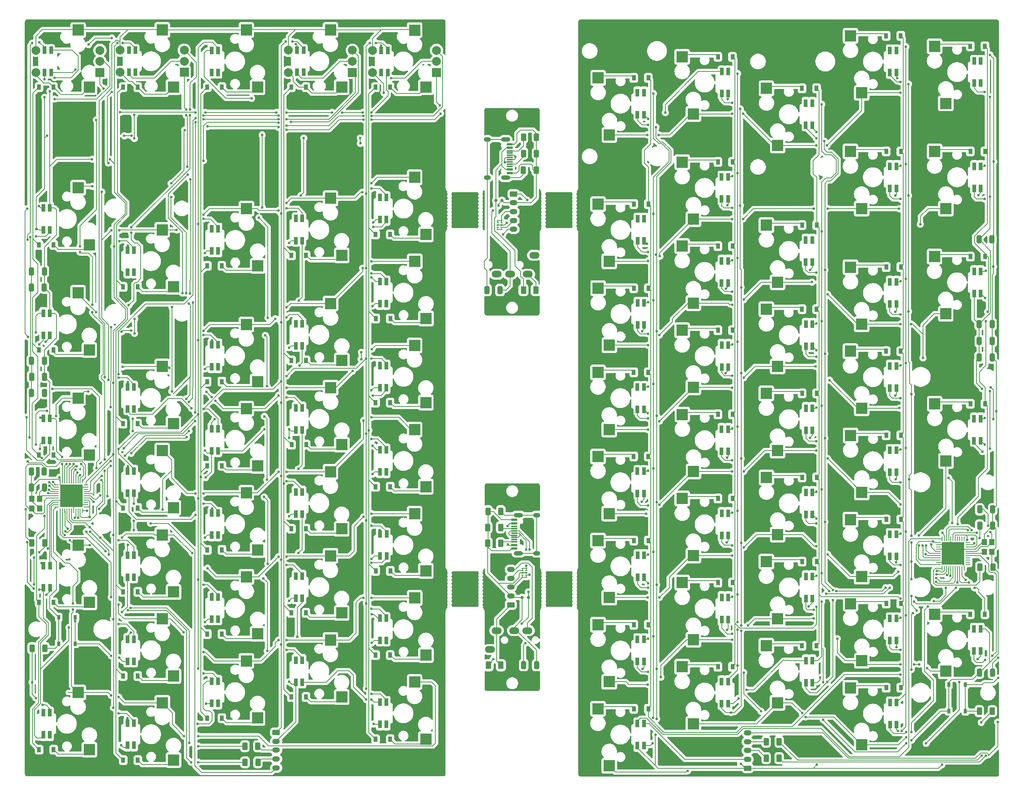
<source format=gbr>
%TF.GenerationSoftware,KiCad,Pcbnew,8.0.2*%
%TF.CreationDate,2024-06-18T01:05:25+09:00*%
%TF.ProjectId,accelerator,61636365-6c65-4726-9174-6f722e6b6963,v1.0.0*%
%TF.SameCoordinates,Original*%
%TF.FileFunction,Copper,L2,Bot*%
%TF.FilePolarity,Positive*%
%FSLAX46Y46*%
G04 Gerber Fmt 4.6, Leading zero omitted, Abs format (unit mm)*
G04 Created by KiCad (PCBNEW 8.0.2) date 2024-06-18 01:05:25*
%MOMM*%
%LPD*%
G01*
G04 APERTURE LIST*
G04 Aperture macros list*
%AMRoundRect*
0 Rectangle with rounded corners*
0 $1 Rounding radius*
0 $2 $3 $4 $5 $6 $7 $8 $9 X,Y pos of 4 corners*
0 Add a 4 corners polygon primitive as box body*
4,1,4,$2,$3,$4,$5,$6,$7,$8,$9,$2,$3,0*
0 Add four circle primitives for the rounded corners*
1,1,$1+$1,$2,$3*
1,1,$1+$1,$4,$5*
1,1,$1+$1,$6,$7*
1,1,$1+$1,$8,$9*
0 Add four rect primitives between the rounded corners*
20,1,$1+$1,$2,$3,$4,$5,0*
20,1,$1+$1,$4,$5,$6,$7,0*
20,1,$1+$1,$6,$7,$8,$9,0*
20,1,$1+$1,$8,$9,$2,$3,0*%
G04 Aperture macros list end*
%TA.AperFunction,SMDPad,CuDef*%
%ADD10R,0.820000X1.800000*%
%TD*%
%TA.AperFunction,SMDPad,CuDef*%
%ADD11R,2.500000X2.550000*%
%TD*%
%TA.AperFunction,ComponentPad*%
%ADD12R,2.000000X2.000000*%
%TD*%
%TA.AperFunction,ComponentPad*%
%ADD13C,2.000000*%
%TD*%
%TA.AperFunction,SMDPad,CuDef*%
%ADD14R,1.450000X0.600000*%
%TD*%
%TA.AperFunction,SMDPad,CuDef*%
%ADD15R,1.450000X0.300000*%
%TD*%
%TA.AperFunction,ComponentPad*%
%ADD16O,1.600000X1.000000*%
%TD*%
%TA.AperFunction,ComponentPad*%
%ADD17O,2.100000X1.000000*%
%TD*%
%TA.AperFunction,SMDPad,CuDef*%
%ADD18R,0.900000X1.200000*%
%TD*%
%TA.AperFunction,SMDPad,CuDef*%
%ADD19R,1.200000X1.400000*%
%TD*%
%TA.AperFunction,ComponentPad*%
%ADD20RoundRect,0.250000X0.625000X-0.350000X0.625000X0.350000X-0.625000X0.350000X-0.625000X-0.350000X0*%
%TD*%
%TA.AperFunction,ComponentPad*%
%ADD21O,1.750000X1.200000*%
%TD*%
%TA.AperFunction,SMDPad,CuDef*%
%ADD22RoundRect,0.250000X-0.312500X-0.625000X0.312500X-0.625000X0.312500X0.625000X-0.312500X0.625000X0*%
%TD*%
%TA.AperFunction,SMDPad,CuDef*%
%ADD23RoundRect,0.250000X-0.375000X-0.625000X0.375000X-0.625000X0.375000X0.625000X-0.375000X0.625000X0*%
%TD*%
%TA.AperFunction,SMDPad,CuDef*%
%ADD24R,0.609000X0.250000*%
%TD*%
%TA.AperFunction,SMDPad,CuDef*%
%ADD25R,0.609000X0.380000*%
%TD*%
%TA.AperFunction,SMDPad,CuDef*%
%ADD26RoundRect,0.250000X-0.325000X-0.650000X0.325000X-0.650000X0.325000X0.650000X-0.325000X0.650000X0*%
%TD*%
%TA.AperFunction,ComponentPad*%
%ADD27O,2.300000X1.500000*%
%TD*%
%TA.AperFunction,SMDPad,CuDef*%
%ADD28RoundRect,0.250000X0.325000X0.650000X-0.325000X0.650000X-0.325000X-0.650000X0.325000X-0.650000X0*%
%TD*%
%TA.AperFunction,SMDPad,CuDef*%
%ADD29RoundRect,0.250000X0.312500X0.625000X-0.312500X0.625000X-0.312500X-0.625000X0.312500X-0.625000X0*%
%TD*%
%TA.AperFunction,SMDPad,CuDef*%
%ADD30RoundRect,0.062500X-0.062500X0.475000X-0.062500X-0.475000X0.062500X-0.475000X0.062500X0.475000X0*%
%TD*%
%TA.AperFunction,SMDPad,CuDef*%
%ADD31RoundRect,0.062500X-0.475000X0.062500X-0.475000X-0.062500X0.475000X-0.062500X0.475000X0.062500X0*%
%TD*%
%TA.AperFunction,HeatsinkPad*%
%ADD32R,5.200000X5.200000*%
%TD*%
%TA.AperFunction,ComponentPad*%
%ADD33RoundRect,0.250000X-0.625000X0.350000X-0.625000X-0.350000X0.625000X-0.350000X0.625000X0.350000X0*%
%TD*%
%TA.AperFunction,SMDPad,CuDef*%
%ADD34R,0.750000X1.000000*%
%TD*%
%TA.AperFunction,SMDPad,CuDef*%
%ADD35RoundRect,0.062500X0.062500X-0.475000X0.062500X0.475000X-0.062500X0.475000X-0.062500X-0.475000X0*%
%TD*%
%TA.AperFunction,SMDPad,CuDef*%
%ADD36RoundRect,0.062500X0.475000X-0.062500X0.475000X0.062500X-0.475000X0.062500X-0.475000X-0.062500X0*%
%TD*%
%TA.AperFunction,SMDPad,CuDef*%
%ADD37RoundRect,0.150000X0.150000X0.200000X-0.150000X0.200000X-0.150000X-0.200000X0.150000X-0.200000X0*%
%TD*%
%TA.AperFunction,SMDPad,CuDef*%
%ADD38RoundRect,0.150000X-0.150000X-0.200000X0.150000X-0.200000X0.150000X0.200000X-0.150000X0.200000X0*%
%TD*%
%TA.AperFunction,ViaPad*%
%ADD39C,0.600000*%
%TD*%
%TA.AperFunction,Conductor*%
%ADD40C,0.200000*%
%TD*%
G04 APERTURE END LIST*
D10*
%TO.P,LLED25,1,VDD*%
%TO.N,+5VL*%
X121350000Y-62055000D03*
%TO.P,LLED25,2,DOUT*%
%TO.N,Net-(LLED25-DOUT)*%
X119850000Y-62055000D03*
%TO.P,LLED25,3,GND*%
%TO.N,GNDL*%
X119850000Y-67055000D03*
%TO.P,LLED25,4,DIN*%
%TO.N,Net-(LLED25-DIN)*%
X121350000Y-67055000D03*
%TD*%
%TO.P,RLED27,1,VDD*%
%TO.N,+5VR*%
X292141887Y-176697889D03*
%TO.P,RLED27,2,DOUT*%
%TO.N,Net-(RLED26-DIN)*%
X293641887Y-176697889D03*
%TO.P,RLED27,3,GND*%
%TO.N,GNDR*%
X293641887Y-171697889D03*
%TO.P,RLED27,4,DIN*%
%TO.N,Net-(RLED27-DIN)*%
X292141887Y-171697889D03*
%TD*%
D11*
%TO.P,SWR00_3,1,1*%
%TO.N,rcol03*%
X228601887Y-186016889D03*
%TO.P,SWR00_3,2,2*%
%TO.N,Net-(DR00_3-A)*%
X226061887Y-173089889D03*
%TD*%
D10*
%TO.P,RLED39,1,VDD*%
%TO.N,+5VR*%
X311201887Y-93327889D03*
%TO.P,RLED39,2,DOUT*%
%TO.N,Net-(RLED39-DOUT)*%
X312701887Y-93327889D03*
%TO.P,RLED39,3,GND*%
%TO.N,GNDR*%
X312701887Y-88327889D03*
%TO.P,RLED39,4,DIN*%
%TO.N,Net-(RLED38-DOUT)*%
X311201887Y-88327889D03*
%TD*%
D11*
%TO.P,SWL00_13,1,1*%
%TO.N,lcol05*%
X165510000Y-157519996D03*
%TO.P,SWL00_13,2,2*%
%TO.N,Net-(DL00_13-A)*%
X168050000Y-170446996D03*
%TD*%
D10*
%TO.P,RLED2,1,VDD*%
%TO.N,+5VR*%
X234991887Y-200477889D03*
%TO.P,RLED2,2,DOUT*%
%TO.N,Net-(RLED2-DOUT)*%
X236491887Y-200477889D03*
%TO.P,RLED2,3,GND*%
%TO.N,GNDR*%
X236491887Y-195477889D03*
%TO.P,RLED2,4,DIN*%
%TO.N,Net-(RLED1-DOUT)*%
X234991887Y-195477889D03*
%TD*%
D11*
%TO.P,SWR00_6,1,1*%
%TO.N,rcol06*%
X228621887Y-128866889D03*
%TO.P,SWR00_6,2,2*%
%TO.N,Net-(DR00_6-A)*%
X226081887Y-115939889D03*
%TD*%
%TO.P,SWL00_5,1,1*%
%TO.N,lcol05*%
X184560000Y-147969996D03*
%TO.P,SWL00_5,2,2*%
%TO.N,Net-(DL00_5-A)*%
X187100000Y-160896996D03*
%TD*%
%TO.P,SWL00_31,1,1*%
%TO.N,lcol07*%
X127415200Y-190844996D03*
%TO.P,SWL00_31,2,2*%
%TO.N,Net-(DL00_31-A)*%
X129955200Y-203771996D03*
%TD*%
D10*
%TO.P,RLED11,1,VDD*%
%TO.N,+5VR*%
X254051887Y-171917889D03*
%TO.P,RLED11,2,DOUT*%
%TO.N,Net-(RLED10-DIN)*%
X255551887Y-171917889D03*
%TO.P,RLED11,3,GND*%
%TO.N,GNDR*%
X255551887Y-166917889D03*
%TO.P,RLED11,4,DIN*%
%TO.N,Net-(RLED11-DIN)*%
X254051887Y-166917889D03*
%TD*%
%TO.P,LLED6,1,VDD*%
%TO.N,+5VL*%
X178190000Y-171595000D03*
%TO.P,LLED6,2,DOUT*%
%TO.N,Net-(LLED6-DOUT)*%
X176690000Y-171595000D03*
%TO.P,LLED6,3,GND*%
%TO.N,GNDL*%
X176690000Y-176595000D03*
%TO.P,LLED6,4,DIN*%
%TO.N,Net-(LLED5-DOUT)*%
X178190000Y-176595000D03*
%TD*%
%TO.P,LLED10,1,VDD*%
%TO.N,+5VL*%
X159120000Y-100174000D03*
%TO.P,LLED10,2,DOUT*%
%TO.N,Net-(LLED10-DOUT)*%
X157620000Y-100174000D03*
%TO.P,LLED10,3,GND*%
%TO.N,GNDL*%
X157620000Y-105174000D03*
%TO.P,LLED10,4,DIN*%
%TO.N,Net-(LLED10-DIN)*%
X159120000Y-105174000D03*
%TD*%
%TO.P,RLED32,1,VDD*%
%TO.N,+5VR*%
X292141887Y-67132889D03*
%TO.P,RLED32,2,DOUT*%
%TO.N,Net-(RLED31-DIN)*%
X293641887Y-67132889D03*
%TO.P,RLED32,3,GND*%
%TO.N,GNDR*%
X293641887Y-62132889D03*
%TO.P,RLED32,4,DIN*%
%TO.N,Net-(RLED24-DOUT)*%
X292141887Y-62132889D03*
%TD*%
%TO.P,RLED36,1,VDD*%
%TO.N,+5VR*%
X311181887Y-150477889D03*
%TO.P,RLED36,2,DOUT*%
%TO.N,Net-(RLED36-DOUT)*%
X312681887Y-150477889D03*
%TO.P,RLED36,3,GND*%
%TO.N,GNDR*%
X312681887Y-145477889D03*
%TO.P,RLED36,4,DIN*%
%TO.N,Net-(RLED34-DOUT)*%
X311181887Y-145477889D03*
%TD*%
D11*
%TO.P,SWR00_13,1,1*%
%TO.N,rcol05*%
X247656687Y-138411889D03*
%TO.P,SWR00_13,2,2*%
%TO.N,Net-(DR00_13-A)*%
X245116687Y-125484889D03*
%TD*%
%TO.P,SWR00_30,1,1*%
%TO.N,rcol06*%
X285761887Y-124116889D03*
%TO.P,SWR00_30,2,2*%
%TO.N,Net-(DR00_30-A)*%
X283221887Y-111189889D03*
%TD*%
D10*
%TO.P,LLED18,1,VDD*%
%TO.N,+5VL*%
X140080000Y-102535000D03*
%TO.P,LLED18,2,DOUT*%
%TO.N,Net-(LLED18-DOUT)*%
X138580000Y-102535000D03*
%TO.P,LLED18,3,GND*%
%TO.N,GNDL*%
X138580000Y-107535000D03*
%TO.P,LLED18,4,DIN*%
%TO.N,Net-(LLED17-DOUT)*%
X140080000Y-107535000D03*
%TD*%
%TO.P,RLED6,1,VDD*%
%TO.N,+5VR*%
X235011887Y-124277889D03*
%TO.P,RLED6,2,DOUT*%
%TO.N,Net-(RLED6-DOUT)*%
X236511887Y-124277889D03*
%TO.P,RLED6,3,GND*%
%TO.N,GNDR*%
X236511887Y-119277889D03*
%TO.P,RLED6,4,DIN*%
%TO.N,Net-(RLED5-DOUT)*%
X235011887Y-119277889D03*
%TD*%
%TO.P,LLED34,1,VDD*%
%TO.N,+5VL*%
X101980000Y-97775000D03*
%TO.P,LLED34,2,DOUT*%
%TO.N,Net-(LLED34-DOUT)*%
X100480000Y-97775000D03*
%TO.P,LLED34,3,GND*%
%TO.N,GNDL*%
X100480000Y-102775000D03*
%TO.P,LLED34,4,DIN*%
%TO.N,Net-(LLED33-DOUT)*%
X101980000Y-102775000D03*
%TD*%
D11*
%TO.P,SWR00_12,1,1*%
%TO.N,rcol04*%
X247676687Y-157471889D03*
%TO.P,SWR00_12,2,2*%
%TO.N,Net-(DR00_12-A)*%
X245136687Y-144544889D03*
%TD*%
%TO.P,SWR00_25,1,1*%
%TO.N,rcol01*%
X285756687Y-219371889D03*
%TO.P,SWR00_25,2,2*%
%TO.N,Net-(DR00_25-A)*%
X283216687Y-206444889D03*
%TD*%
%TO.P,SWL00_30,1,1*%
%TO.N,lcol06*%
X127415200Y-171814996D03*
%TO.P,SWL00_30,2,2*%
%TO.N,Net-(DL00_30-A)*%
X129955200Y-184741996D03*
%TD*%
D10*
%TO.P,LLED2,1,VDD*%
%TO.N,+5VL*%
X178160000Y-95395000D03*
%TO.P,LLED2,2,DOUT*%
%TO.N,Net-(LLED2-DOUT)*%
X176660000Y-95395000D03*
%TO.P,LLED2,3,GND*%
%TO.N,GNDL*%
X176660000Y-100395000D03*
%TO.P,LLED2,4,DIN*%
%TO.N,Net-(LLED1-DOUT)*%
X178160000Y-100395000D03*
%TD*%
D11*
%TO.P,SWL00_12,1,1*%
%TO.N,lcol04*%
X165520000Y-138459996D03*
%TO.P,SWL00_12,2,2*%
%TO.N,Net-(DL00_12-A)*%
X168060000Y-151386996D03*
%TD*%
%TO.P,SWL00_2,1,1*%
%TO.N,lcol02*%
X184560000Y-90839996D03*
%TO.P,SWL00_2,2,2*%
%TO.N,Net-(DL00_2-A)*%
X187100000Y-103766996D03*
%TD*%
%TO.P,SWR00_40,1,1*%
%TO.N,rcol08*%
X304806687Y-74101889D03*
%TO.P,SWR00_40,2,2*%
%TO.N,Net-(DR00_40-A)*%
X302266687Y-61174889D03*
%TD*%
%TO.P,SWL00_32,1,1*%
%TO.N,lcol08*%
X127430000Y-209879996D03*
%TO.P,SWL00_32,2,2*%
%TO.N,Net-(DL00_32-A)*%
X129970000Y-222806996D03*
%TD*%
D10*
%TO.P,RLED7,1,VDD*%
%TO.N,+5VR*%
X235001887Y-105248889D03*
%TO.P,RLED7,2,DOUT*%
%TO.N,Net-(RLED7-DOUT)*%
X236501887Y-105248889D03*
%TO.P,RLED7,3,GND*%
%TO.N,GNDR*%
X236501887Y-100248889D03*
%TO.P,RLED7,4,DIN*%
%TO.N,Net-(RLED6-DOUT)*%
X235001887Y-100248889D03*
%TD*%
D11*
%TO.P,SWL00_29,1,1*%
%TO.N,lcol05*%
X127410000Y-152739996D03*
%TO.P,SWL00_29,2,2*%
%TO.N,Net-(DL00_29-A)*%
X129950000Y-165666996D03*
%TD*%
D10*
%TO.P,LLED15,1,VDD*%
%TO.N,+5VL*%
X159120000Y-200195000D03*
%TO.P,LLED15,2,DOUT*%
%TO.N,Net-(LLED14-DIN)*%
X157620000Y-200195000D03*
%TO.P,LLED15,3,GND*%
%TO.N,GNDL*%
X157620000Y-205195000D03*
%TO.P,LLED15,4,DIN*%
%TO.N,Net-(LLED15-DIN)*%
X159120000Y-205195000D03*
%TD*%
D11*
%TO.P,SWL00_4,1,1*%
%TO.N,lcol04*%
X184555200Y-128924996D03*
%TO.P,SWL00_4,2,2*%
%TO.N,Net-(DL00_4-A)*%
X187095200Y-141851996D03*
%TD*%
%TO.P,SWL00_1,1,1*%
%TO.N,lcol01*%
X184550000Y-57509996D03*
%TO.P,SWL00_1,2,2*%
%TO.N,Net-(DL00_1-A)*%
X187090000Y-70436996D03*
%TD*%
D10*
%TO.P,LLED12,1,VDD*%
%TO.N,+5VL*%
X159120000Y-143045000D03*
%TO.P,LLED12,2,DOUT*%
%TO.N,Net-(LLED11-DIN)*%
X157620000Y-143045000D03*
%TO.P,LLED12,3,GND*%
%TO.N,GNDL*%
X157620000Y-148045000D03*
%TO.P,LLED12,4,DIN*%
%TO.N,Net-(LLED12-DIN)*%
X159120000Y-148045000D03*
%TD*%
D11*
%TO.P,SWL00_15,1,1*%
%TO.N,lcol07*%
X165500000Y-195599996D03*
%TO.P,SWL00_15,2,2*%
%TO.N,Net-(DL00_15-A)*%
X168040000Y-208526996D03*
%TD*%
D10*
%TO.P,RLED25,1,VDD*%
%TO.N,+5VR*%
X292151887Y-214797889D03*
%TO.P,RLED25,2,DOUT*%
%TO.N,Net-(RLED25-DOUT)*%
X293651887Y-214797889D03*
%TO.P,RLED25,3,GND*%
%TO.N,GNDR*%
X293651887Y-209797889D03*
%TO.P,RLED25,4,DIN*%
%TO.N,Net-(RLED25-DIN)*%
X292151887Y-209797889D03*
%TD*%
%TO.P,RLED5,1,VDD*%
%TO.N,+5VR*%
X234991887Y-143357889D03*
%TO.P,RLED5,2,DOUT*%
%TO.N,Net-(RLED5-DOUT)*%
X236491887Y-143357889D03*
%TO.P,RLED5,3,GND*%
%TO.N,GNDR*%
X236491887Y-138357889D03*
%TO.P,RLED5,4,DIN*%
%TO.N,Net-(RLED4-DOUT)*%
X234991887Y-138357889D03*
%TD*%
%TO.P,RLED18,1,VDD*%
%TO.N,+5VR*%
X273101887Y-186208889D03*
%TO.P,RLED18,2,DOUT*%
%TO.N,Net-(RLED18-DOUT)*%
X274601887Y-186208889D03*
%TO.P,RLED18,3,GND*%
%TO.N,GNDR*%
X274601887Y-181208889D03*
%TO.P,RLED18,4,DIN*%
%TO.N,Net-(RLED17-DOUT)*%
X273101887Y-181208889D03*
%TD*%
%TO.P,RLED34,1,VDD*%
%TO.N,+5VR*%
X311191887Y-198117889D03*
%TO.P,RLED34,2,DOUT*%
%TO.N,Net-(RLED34-DOUT)*%
X312691887Y-198117889D03*
%TO.P,RLED34,3,GND*%
%TO.N,GNDR*%
X312691887Y-193117889D03*
%TO.P,RLED34,4,DIN*%
%TO.N,Net-(RLED25-DOUT)*%
X311191887Y-193117889D03*
%TD*%
%TO.P,LLED8,1,VDD*%
%TO.N,+5VL*%
X178180000Y-209700000D03*
%TO.P,LLED8,2,DOUT*%
%TO.N,Net-(LLED15-DIN)*%
X176680000Y-209700000D03*
%TO.P,LLED8,3,GND*%
%TO.N,GNDL*%
X176680000Y-214700000D03*
%TO.P,LLED8,4,DIN*%
%TO.N,Net-(LLED7-DOUT)*%
X178180000Y-214700000D03*
%TD*%
D11*
%TO.P,SWL00_20,1,1*%
%TO.N,lcol04*%
X146460000Y-143219996D03*
%TO.P,SWL00_20,2,2*%
%TO.N,Net-(DL00_20-A)*%
X149000000Y-156146996D03*
%TD*%
D10*
%TO.P,LLED11,1,VDD*%
%TO.N,+5VL*%
X159120000Y-123994000D03*
%TO.P,LLED11,2,DOUT*%
%TO.N,Net-(LLED10-DIN)*%
X157620000Y-123994000D03*
%TO.P,LLED11,3,GND*%
%TO.N,GNDL*%
X157620000Y-128994000D03*
%TO.P,LLED11,4,DIN*%
%TO.N,Net-(LLED11-DIN)*%
X159120000Y-128994000D03*
%TD*%
D11*
%TO.P,SWR00_8,1,1*%
%TO.N,rcol08*%
X228621887Y-81256889D03*
%TO.P,SWR00_8,2,2*%
%TO.N,Net-(DR00_8-A)*%
X226081887Y-68329889D03*
%TD*%
D10*
%TO.P,RLED17,1,VDD*%
%TO.N,+5VR*%
X273101887Y-205257889D03*
%TO.P,RLED17,2,DOUT*%
%TO.N,Net-(RLED17-DOUT)*%
X274601887Y-205257889D03*
%TO.P,RLED17,3,GND*%
%TO.N,GNDR*%
X274601887Y-200257889D03*
%TO.P,RLED17,4,DIN*%
%TO.N,Net-(RLED17-DIN)*%
X273101887Y-200257889D03*
%TD*%
D11*
%TO.P,SWL00_33,1,1*%
%TO.N,lcol01*%
X108365200Y-57504996D03*
%TO.P,SWL00_33,2,2*%
%TO.N,Net-(DL00_33-A)*%
X110905200Y-70431996D03*
%TD*%
%TO.P,SWL00_10,1,1*%
%TO.N,lcol02*%
X165500000Y-95594996D03*
%TO.P,SWL00_10,2,2*%
%TO.N,Net-(DL00_10-A)*%
X168040000Y-108521996D03*
%TD*%
%TO.P,SWL00_9,1,1*%
%TO.N,lcol01*%
X165505200Y-57474996D03*
%TO.P,SWL00_9,2,2*%
%TO.N,Net-(DL00_9-A)*%
X168045200Y-70401996D03*
%TD*%
%TO.P,SWR00_15,1,1*%
%TO.N,rcol07*%
X247661887Y-100326889D03*
%TO.P,SWR00_15,2,2*%
%TO.N,Net-(DR00_15-A)*%
X245121887Y-87399889D03*
%TD*%
%TO.P,SWR00_16,1,1*%
%TO.N,rcol08*%
X247656687Y-76481889D03*
%TO.P,SWR00_16,2,2*%
%TO.N,Net-(DR00_16-A)*%
X245116687Y-63554889D03*
%TD*%
D10*
%TO.P,RLED15,1,VDD*%
%TO.N,+5VR*%
X254041887Y-95748889D03*
%TO.P,RLED15,2,DOUT*%
%TO.N,Net-(RLED14-DIN)*%
X255541887Y-95748889D03*
%TO.P,RLED15,3,GND*%
%TO.N,GNDR*%
X255541887Y-90748889D03*
%TO.P,RLED15,4,DIN*%
%TO.N,Net-(RLED15-DIN)*%
X254041887Y-90748889D03*
%TD*%
D11*
%TO.P,SWL00_14,1,1*%
%TO.N,lcol06*%
X165500000Y-176554996D03*
%TO.P,SWL00_14,2,2*%
%TO.N,Net-(DL00_14-A)*%
X168040000Y-189481996D03*
%TD*%
D10*
%TO.P,RLED16,1,VDD*%
%TO.N,+5VR*%
X254051887Y-71898889D03*
%TO.P,RLED16,2,DOUT*%
%TO.N,Net-(RLED15-DIN)*%
X255551887Y-71898889D03*
%TO.P,RLED16,3,GND*%
%TO.N,GNDR*%
X255551887Y-66898889D03*
%TO.P,RLED16,4,DIN*%
%TO.N,Net-(RLED16-DIN)*%
X254051887Y-66898889D03*
%TD*%
D11*
%TO.P,SWL00_23,1,1*%
%TO.N,lcol07*%
X146460000Y-200359996D03*
%TO.P,SWL00_23,2,2*%
%TO.N,Net-(DL00_23-A)*%
X149000000Y-213286996D03*
%TD*%
%TO.P,SWR00_20,1,1*%
%TO.N,rcol04*%
X266706687Y-152701889D03*
%TO.P,SWR00_20,2,2*%
%TO.N,Net-(DR00_20-A)*%
X264166687Y-139774889D03*
%TD*%
%TO.P,SWR00_9,1,1*%
%TO.N,rcol01*%
X247651887Y-214606889D03*
%TO.P,SWR00_9,2,2*%
%TO.N,Net-(DR00_9-A)*%
X245111887Y-201679889D03*
%TD*%
%TO.P,SWL00_8,1,1*%
%TO.N,lcol08*%
X184550000Y-205129996D03*
%TO.P,SWL00_8,2,2*%
%TO.N,Net-(DL00_8-A)*%
X187090000Y-218056996D03*
%TD*%
D10*
%TO.P,LLED31,1,VDD*%
%TO.N,+5VL*%
X121020000Y-195434000D03*
%TO.P,LLED31,2,DOUT*%
%TO.N,Net-(LLED30-DIN)*%
X119520000Y-195434000D03*
%TO.P,LLED31,3,GND*%
%TO.N,GNDL*%
X119520000Y-200434000D03*
%TO.P,LLED31,4,DIN*%
%TO.N,Net-(LLED31-DIN)*%
X121020000Y-200434000D03*
%TD*%
D11*
%TO.P,SWL00_6,1,1*%
%TO.N,lcol06*%
X184560000Y-167019996D03*
%TO.P,SWL00_6,2,2*%
%TO.N,Net-(DL00_6-A)*%
X187100000Y-179946996D03*
%TD*%
D10*
%TO.P,RLED20,1,VDD*%
%TO.N,+5VR*%
X273101887Y-148118889D03*
%TO.P,RLED20,2,DOUT*%
%TO.N,Net-(RLED20-DOUT)*%
X274601887Y-148118889D03*
%TO.P,RLED20,3,GND*%
%TO.N,GNDR*%
X274601887Y-143118889D03*
%TO.P,RLED20,4,DIN*%
%TO.N,Net-(RLED19-DOUT)*%
X273101887Y-143118889D03*
%TD*%
D11*
%TO.P,SWR00_29,1,1*%
%TO.N,rcol05*%
X285761887Y-143156889D03*
%TO.P,SWR00_29,2,2*%
%TO.N,Net-(DR00_29-A)*%
X283221887Y-130229889D03*
%TD*%
D10*
%TO.P,LLED17,1,VDD*%
%TO.N,+5VL*%
X140080000Y-62084000D03*
%TO.P,LLED17,2,DOUT*%
%TO.N,Net-(LLED17-DOUT)*%
X138580000Y-62084000D03*
%TO.P,LLED17,3,GND*%
%TO.N,GNDL*%
X138580000Y-67084000D03*
%TO.P,LLED17,4,DIN*%
%TO.N,Net-(LLED17-DIN)*%
X140080000Y-67084000D03*
%TD*%
%TO.P,RLED40,1,VDD*%
%TO.N,+5VR*%
X311201887Y-69512889D03*
%TO.P,RLED40,2,DOUT*%
%TO.N,unconnected-(RLED40-DOUT-Pad2)*%
X312701887Y-69512889D03*
%TO.P,RLED40,3,GND*%
%TO.N,GNDR*%
X312701887Y-64512889D03*
%TO.P,RLED40,4,DIN*%
%TO.N,Net-(RLED39-DOUT)*%
X311201887Y-64512889D03*
%TD*%
%TO.P,RLED30,1,VDD*%
%TO.N,+5VR*%
X292141887Y-119527889D03*
%TO.P,RLED30,2,DOUT*%
%TO.N,Net-(RLED29-DIN)*%
X293641887Y-119527889D03*
%TO.P,RLED30,3,GND*%
%TO.N,GNDR*%
X293641887Y-114527889D03*
%TO.P,RLED30,4,DIN*%
%TO.N,Net-(RLED30-DIN)*%
X292141887Y-114527889D03*
%TD*%
%TO.P,LLED40,1,VDD*%
%TO.N,+5VL*%
X101980000Y-212095000D03*
%TO.P,LLED40,2,DOUT*%
%TO.N,unconnected-(LLED40-DOUT-Pad2)*%
X100480000Y-212095000D03*
%TO.P,LLED40,3,GND*%
%TO.N,GNDL*%
X100480000Y-217095000D03*
%TO.P,LLED40,4,DIN*%
%TO.N,Net-(LLED38-DOUT)*%
X101980000Y-217095000D03*
%TD*%
%TO.P,RLED9,1,VDD*%
%TO.N,+5VR*%
X254041887Y-210027889D03*
%TO.P,RLED9,2,DOUT*%
%TO.N,Net-(RLED17-DIN)*%
X255541887Y-210027889D03*
%TO.P,RLED9,3,GND*%
%TO.N,GNDR*%
X255541887Y-205027889D03*
%TO.P,RLED9,4,DIN*%
%TO.N,Net-(RLED10-DOUT)*%
X254041887Y-205027889D03*
%TD*%
%TO.P,LLED5,1,VDD*%
%TO.N,+5VL*%
X178170000Y-152545000D03*
%TO.P,LLED5,2,DOUT*%
%TO.N,Net-(LLED5-DOUT)*%
X176670000Y-152545000D03*
%TO.P,LLED5,3,GND*%
%TO.N,GNDL*%
X176670000Y-157545000D03*
%TO.P,LLED5,4,DIN*%
%TO.N,Net-(LLED4-DOUT)*%
X178170000Y-157545000D03*
%TD*%
D11*
%TO.P,SWL00_22,1,1*%
%TO.N,lcol06*%
X146465200Y-181304996D03*
%TO.P,SWL00_22,2,2*%
%TO.N,Net-(DL00_22-A)*%
X149005200Y-194231996D03*
%TD*%
%TO.P,SWR00_1,1,1*%
%TO.N,rcol01*%
X228591887Y-224116889D03*
%TO.P,SWR00_1,2,2*%
%TO.N,Net-(DR00_1-A)*%
X226051887Y-211189889D03*
%TD*%
D10*
%TO.P,LLED38,1,VDD*%
%TO.N,+5VL*%
X101990000Y-178764000D03*
%TO.P,LLED38,2,DOUT*%
%TO.N,Net-(LLED38-DOUT)*%
X100490000Y-178764000D03*
%TO.P,LLED38,3,GND*%
%TO.N,GNDL*%
X100490000Y-183764000D03*
%TO.P,LLED38,4,DIN*%
%TO.N,Net-(LLED36-DOUT)*%
X101990000Y-183764000D03*
%TD*%
D11*
%TO.P,SWL00_35,1,1*%
%TO.N,lcol03*%
X108355200Y-117014996D03*
%TO.P,SWL00_35,2,2*%
%TO.N,Net-(DL00_35-A)*%
X110895200Y-129941996D03*
%TD*%
%TO.P,SWL00_18,1,1*%
%TO.N,lcol02*%
X146475200Y-97944996D03*
%TO.P,SWL00_18,2,2*%
%TO.N,Net-(DL00_18-A)*%
X149015200Y-110871996D03*
%TD*%
D12*
%TO.P,REL00_3,A,A*%
%TO.N,RE3A*%
X132380000Y-67064996D03*
D13*
%TO.P,REL00_3,B,B*%
%TO.N,RE3B*%
X132380000Y-62064996D03*
%TO.P,REL00_3,C,C*%
%TO.N,GNDL*%
X132380000Y-64564996D03*
%TO.P,REL00_3,S1,S1*%
%TO.N,Net-(DL00_25-A)*%
X117880000Y-67064996D03*
%TO.P,REL00_3,S2,S2*%
%TO.N,lcol01*%
X117880000Y-62064996D03*
%TD*%
D11*
%TO.P,SWR00_22,1,1*%
%TO.N,rcol06*%
X266716687Y-114611889D03*
%TO.P,SWR00_22,2,2*%
%TO.N,Net-(DR00_22-A)*%
X264176687Y-101684889D03*
%TD*%
%TO.P,SWL00_38,1,1*%
%TO.N,lcol06*%
X108380000Y-174169996D03*
%TO.P,SWL00_38,2,2*%
%TO.N,Net-(DL00_38-A)*%
X110920000Y-187096996D03*
%TD*%
D10*
%TO.P,RLED3,1,VDD*%
%TO.N,+5VR*%
X235001887Y-181427889D03*
%TO.P,RLED3,2,DOUT*%
%TO.N,Net-(RLED3-DOUT)*%
X236501887Y-181427889D03*
%TO.P,RLED3,3,GND*%
%TO.N,GNDR*%
X236501887Y-176427889D03*
%TO.P,RLED3,4,DIN*%
%TO.N,Net-(RLED2-DOUT)*%
X235001887Y-176427889D03*
%TD*%
D12*
%TO.P,REL00_1,A,A*%
%TO.N,RE1A*%
X189490000Y-67094996D03*
D13*
%TO.P,REL00_1,B,B*%
%TO.N,RE1B*%
X189490000Y-62094996D03*
%TO.P,REL00_1,C,C*%
%TO.N,GNDL*%
X189490000Y-64594996D03*
%TO.P,REL00_1,S1,S1*%
%TO.N,Net-(DL00_1-A)*%
X174990000Y-67094996D03*
%TO.P,REL00_1,S2,S2*%
%TO.N,lcol01*%
X174990000Y-62094996D03*
%TD*%
D10*
%TO.P,LLED26,1,VDD*%
%TO.N,+5VL*%
X121020000Y-107324000D03*
%TO.P,LLED26,2,DOUT*%
%TO.N,Net-(LLED25-DIN)*%
X119520000Y-107324000D03*
%TO.P,LLED26,3,GND*%
%TO.N,GNDL*%
X119520000Y-112324000D03*
%TO.P,LLED26,4,DIN*%
%TO.N,Net-(LLED26-DIN)*%
X121020000Y-112324000D03*
%TD*%
%TO.P,RLED19,1,VDD*%
%TO.N,+5VR*%
X273101887Y-167157889D03*
%TO.P,RLED19,2,DOUT*%
%TO.N,Net-(RLED19-DOUT)*%
X274601887Y-167157889D03*
%TO.P,RLED19,3,GND*%
%TO.N,GNDR*%
X274601887Y-162157889D03*
%TO.P,RLED19,4,DIN*%
%TO.N,Net-(RLED18-DOUT)*%
X273101887Y-162157889D03*
%TD*%
D11*
%TO.P,SWR00_39,1,1*%
%TO.N,rcol07*%
X304811887Y-97906889D03*
%TO.P,SWR00_39,2,2*%
%TO.N,Net-(DR00_39-A)*%
X302271887Y-84979889D03*
%TD*%
D10*
%TO.P,LLED35,1,VDD*%
%TO.N,+5VL*%
X101970000Y-121604000D03*
%TO.P,LLED35,2,DOUT*%
%TO.N,Net-(LLED35-DOUT)*%
X100470000Y-121604000D03*
%TO.P,LLED35,3,GND*%
%TO.N,GNDL*%
X100470000Y-126604000D03*
%TO.P,LLED35,4,DIN*%
%TO.N,Net-(LLED34-DOUT)*%
X101970000Y-126604000D03*
%TD*%
D11*
%TO.P,SWL00_3,1,1*%
%TO.N,lcol03*%
X184570000Y-109869996D03*
%TO.P,SWL00_3,2,2*%
%TO.N,Net-(DL00_3-A)*%
X187110000Y-122796996D03*
%TD*%
D10*
%TO.P,LLED21,1,VDD*%
%TO.N,+5VL*%
X140070000Y-166875000D03*
%TO.P,LLED21,2,DOUT*%
%TO.N,Net-(LLED21-DOUT)*%
X138570000Y-166875000D03*
%TO.P,LLED21,3,GND*%
%TO.N,GNDL*%
X138570000Y-171875000D03*
%TO.P,LLED21,4,DIN*%
%TO.N,Net-(LLED20-DOUT)*%
X140070000Y-171875000D03*
%TD*%
%TO.P,LLED1,1,VDD*%
%TO.N,+5VL*%
X178440000Y-62105000D03*
%TO.P,LLED1,2,DOUT*%
%TO.N,Net-(LLED1-DOUT)*%
X176940000Y-62105000D03*
%TO.P,LLED1,3,GND*%
%TO.N,GNDL*%
X176940000Y-67105000D03*
%TO.P,LLED1,4,DIN*%
%TO.N,LLED*%
X178440000Y-67105000D03*
%TD*%
%TO.P,RLED4,1,VDD*%
%TO.N,+5VR*%
X234991887Y-162407889D03*
%TO.P,RLED4,2,DOUT*%
%TO.N,Net-(RLED4-DOUT)*%
X236491887Y-162407889D03*
%TO.P,RLED4,3,GND*%
%TO.N,GNDR*%
X236491887Y-157407889D03*
%TO.P,RLED4,4,DIN*%
%TO.N,Net-(RLED3-DOUT)*%
X234991887Y-157407889D03*
%TD*%
D11*
%TO.P,SWL00_36,1,1*%
%TO.N,lcol04*%
X108360000Y-140819996D03*
%TO.P,SWL00_36,2,2*%
%TO.N,Net-(DL00_36-A)*%
X110900000Y-153746996D03*
%TD*%
%TO.P,SWL00_17,1,1*%
%TO.N,lcol01*%
X146440000Y-57499996D03*
%TO.P,SWL00_17,2,2*%
%TO.N,Net-(DL00_17-A)*%
X148980000Y-70426996D03*
%TD*%
%TO.P,SWR00_14,1,1*%
%TO.N,rcol06*%
X247651887Y-119336889D03*
%TO.P,SWR00_14,2,2*%
%TO.N,Net-(DR00_14-A)*%
X245111887Y-106409889D03*
%TD*%
%TO.P,SWR00_32,1,1*%
%TO.N,rcol08*%
X285761887Y-71726889D03*
%TO.P,SWR00_32,2,2*%
%TO.N,Net-(DR00_32-A)*%
X283221887Y-58799889D03*
%TD*%
D10*
%TO.P,LLED28,1,VDD*%
%TO.N,+5VL*%
X121020000Y-138285000D03*
%TO.P,LLED28,2,DOUT*%
%TO.N,Net-(LLED26-DIN)*%
X119520000Y-138285000D03*
%TO.P,LLED28,3,GND*%
%TO.N,GNDL*%
X119520000Y-143285000D03*
%TO.P,LLED28,4,DIN*%
%TO.N,Net-(LLED28-DIN)*%
X121020000Y-143285000D03*
%TD*%
D11*
%TO.P,SWL00_21,1,1*%
%TO.N,lcol05*%
X146455200Y-162284996D03*
%TO.P,SWL00_21,2,2*%
%TO.N,Net-(DL00_21-A)*%
X148995200Y-175211996D03*
%TD*%
%TO.P,SWR00_38,1,1*%
%TO.N,rcol06*%
X304786687Y-121721889D03*
%TO.P,SWR00_38,2,2*%
%TO.N,Net-(DR00_38-A)*%
X302246687Y-108794889D03*
%TD*%
D10*
%TO.P,RLED14,1,VDD*%
%TO.N,+5VR*%
X254041887Y-114747889D03*
%TO.P,RLED14,2,DOUT*%
%TO.N,Net-(RLED13-DIN)*%
X255541887Y-114747889D03*
%TO.P,RLED14,3,GND*%
%TO.N,GNDR*%
X255541887Y-109747889D03*
%TO.P,RLED14,4,DIN*%
%TO.N,Net-(RLED14-DIN)*%
X254041887Y-109747889D03*
%TD*%
D11*
%TO.P,SWR00_11,1,1*%
%TO.N,rcol03*%
X247661887Y-176506889D03*
%TO.P,SWR00_11,2,2*%
%TO.N,Net-(DR00_11-A)*%
X245121887Y-163579889D03*
%TD*%
%TO.P,SWL00_40,1,1*%
%TO.N,lcol08*%
X108370000Y-207509996D03*
%TO.P,SWL00_40,2,2*%
%TO.N,Net-(DL00_40-A)*%
X110910000Y-220436996D03*
%TD*%
D10*
%TO.P,RLED38,1,VDD*%
%TO.N,+5VR*%
X311201887Y-117128889D03*
%TO.P,RLED38,2,DOUT*%
%TO.N,Net-(RLED38-DOUT)*%
X312701887Y-117128889D03*
%TO.P,RLED38,3,GND*%
%TO.N,GNDR*%
X312701887Y-112128889D03*
%TO.P,RLED38,4,DIN*%
%TO.N,Net-(RLED36-DOUT)*%
X311201887Y-112128889D03*
%TD*%
D11*
%TO.P,SWL00_7,1,1*%
%TO.N,lcol07*%
X184565200Y-186094996D03*
%TO.P,SWL00_7,2,2*%
%TO.N,Net-(DL00_7-A)*%
X187105200Y-199021996D03*
%TD*%
D12*
%TO.P,REL00_4,A,A*%
%TO.N,RE4A*%
X113300000Y-67094996D03*
D13*
%TO.P,REL00_4,B,B*%
%TO.N,RE4B*%
X113300000Y-62094996D03*
%TO.P,REL00_4,C,C*%
%TO.N,GNDL*%
X113300000Y-64594996D03*
%TO.P,REL00_4,S1,S1*%
%TO.N,Net-(DL00_33-A)*%
X98800000Y-67094996D03*
%TO.P,REL00_4,S2,S2*%
%TO.N,lcol01*%
X98800000Y-62094996D03*
%TD*%
D11*
%TO.P,SWR00_27,1,1*%
%TO.N,rcol03*%
X285756687Y-181271889D03*
%TO.P,SWR00_27,2,2*%
%TO.N,Net-(DR00_27-A)*%
X283216687Y-168344889D03*
%TD*%
D10*
%TO.P,RLED26,1,VDD*%
%TO.N,+5VR*%
X292141887Y-195737889D03*
%TO.P,RLED26,2,DOUT*%
%TO.N,Net-(RLED25-DIN)*%
X293641887Y-195737889D03*
%TO.P,RLED26,3,GND*%
%TO.N,GNDR*%
X293641887Y-190737889D03*
%TO.P,RLED26,4,DIN*%
%TO.N,Net-(RLED26-DIN)*%
X292141887Y-190737889D03*
%TD*%
%TO.P,LLED20,1,VDD*%
%TO.N,+5VL*%
X140060000Y-147795000D03*
%TO.P,LLED20,2,DOUT*%
%TO.N,Net-(LLED20-DOUT)*%
X138560000Y-147795000D03*
%TO.P,LLED20,3,GND*%
%TO.N,GNDL*%
X138560000Y-152795000D03*
%TO.P,LLED20,4,DIN*%
%TO.N,Net-(LLED19-DOUT)*%
X140060000Y-152795000D03*
%TD*%
%TO.P,LLED32,1,VDD*%
%TO.N,+5VL*%
X121020000Y-214465000D03*
%TO.P,LLED32,2,DOUT*%
%TO.N,Net-(LLED31-DIN)*%
X119520000Y-214465000D03*
%TO.P,LLED32,3,GND*%
%TO.N,GNDL*%
X119520000Y-219465000D03*
%TO.P,LLED32,4,DIN*%
%TO.N,Net-(LLED23-DOUT)*%
X121020000Y-219465000D03*
%TD*%
D11*
%TO.P,SWR00_34,1,1*%
%TO.N,rcol02*%
X304811887Y-202696889D03*
%TO.P,SWR00_34,2,2*%
%TO.N,Net-(DR00_34-A)*%
X302271887Y-189769889D03*
%TD*%
%TO.P,SWR00_2,1,1*%
%TO.N,rcol02*%
X228606687Y-205071889D03*
%TO.P,SWR00_2,2,2*%
%TO.N,Net-(DR00_2-A)*%
X226066687Y-192144889D03*
%TD*%
D10*
%TO.P,LLED14,1,VDD*%
%TO.N,+5VL*%
X159120000Y-181145000D03*
%TO.P,LLED14,2,DOUT*%
%TO.N,Net-(LLED13-DIN)*%
X157620000Y-181145000D03*
%TO.P,LLED14,3,GND*%
%TO.N,GNDL*%
X157620000Y-186145000D03*
%TO.P,LLED14,4,DIN*%
%TO.N,Net-(LLED14-DIN)*%
X159120000Y-186145000D03*
%TD*%
D11*
%TO.P,SWL00_11,1,1*%
%TO.N,lcol03*%
X165520000Y-119399996D03*
%TO.P,SWL00_11,2,2*%
%TO.N,Net-(DL00_11-A)*%
X168060000Y-132326996D03*
%TD*%
D10*
%TO.P,LLED22,1,VDD*%
%TO.N,+5VL*%
X140070000Y-185894000D03*
%TO.P,LLED22,2,DOUT*%
%TO.N,Net-(LLED22-DOUT)*%
X138570000Y-185894000D03*
%TO.P,LLED22,3,GND*%
%TO.N,GNDL*%
X138570000Y-190894000D03*
%TO.P,LLED22,4,DIN*%
%TO.N,Net-(LLED21-DOUT)*%
X140070000Y-190894000D03*
%TD*%
%TO.P,RLED28,1,VDD*%
%TO.N,+5VR*%
X292141887Y-157647889D03*
%TO.P,RLED28,2,DOUT*%
%TO.N,Net-(RLED27-DIN)*%
X293641887Y-157647889D03*
%TO.P,RLED28,3,GND*%
%TO.N,GNDR*%
X293641887Y-152647889D03*
%TO.P,RLED28,4,DIN*%
%TO.N,Net-(RLED28-DIN)*%
X292141887Y-152647889D03*
%TD*%
%TO.P,LLED36,1,VDD*%
%TO.N,+5VL*%
X101970000Y-145404000D03*
%TO.P,LLED36,2,DOUT*%
%TO.N,Net-(LLED36-DOUT)*%
X100470000Y-145404000D03*
%TO.P,LLED36,3,GND*%
%TO.N,GNDL*%
X100470000Y-150404000D03*
%TO.P,LLED36,4,DIN*%
%TO.N,Net-(LLED35-DOUT)*%
X101970000Y-150404000D03*
%TD*%
D11*
%TO.P,SWR00_26,1,1*%
%TO.N,rcol02*%
X285771887Y-200316889D03*
%TO.P,SWR00_26,2,2*%
%TO.N,Net-(DR00_26-A)*%
X283231887Y-187389889D03*
%TD*%
D10*
%TO.P,RLED31,1,VDD*%
%TO.N,+5VR*%
X292141887Y-93327889D03*
%TO.P,RLED31,2,DOUT*%
%TO.N,Net-(RLED30-DIN)*%
X293641887Y-93327889D03*
%TO.P,RLED31,3,GND*%
%TO.N,GNDR*%
X293641887Y-88327889D03*
%TO.P,RLED31,4,DIN*%
%TO.N,Net-(RLED31-DIN)*%
X292141887Y-88327889D03*
%TD*%
D11*
%TO.P,SWR00_28,1,1*%
%TO.N,rcol04*%
X285786687Y-162221889D03*
%TO.P,SWR00_28,2,2*%
%TO.N,Net-(DR00_28-A)*%
X283246687Y-149294889D03*
%TD*%
%TO.P,SWR00_21,1,1*%
%TO.N,rcol05*%
X266711887Y-133646889D03*
%TO.P,SWR00_21,2,2*%
%TO.N,Net-(DR00_21-A)*%
X264171887Y-120719889D03*
%TD*%
%TO.P,SWR00_24,1,1*%
%TO.N,rcol08*%
X266721887Y-83636889D03*
%TO.P,SWR00_24,2,2*%
%TO.N,Net-(DR00_24-A)*%
X264181887Y-70709889D03*
%TD*%
D12*
%TO.P,REL00_2,A,A*%
%TO.N,RE2A*%
X170460000Y-67074996D03*
D13*
%TO.P,REL00_2,B,B*%
%TO.N,RE2B*%
X170460000Y-62074996D03*
%TO.P,REL00_2,C,C*%
%TO.N,GNDL*%
X170460000Y-64574996D03*
%TO.P,REL00_2,S1,S1*%
%TO.N,Net-(DL00_9-A)*%
X155960000Y-67074996D03*
%TO.P,REL00_2,S2,S2*%
%TO.N,lcol01*%
X155960000Y-62074996D03*
%TD*%
D11*
%TO.P,SWR00_31,1,1*%
%TO.N,rcol07*%
X285751887Y-97916889D03*
%TO.P,SWR00_31,2,2*%
%TO.N,Net-(DR00_31-A)*%
X283211887Y-84989889D03*
%TD*%
%TO.P,SWL00_19,1,1*%
%TO.N,lcol03*%
X146440000Y-124169996D03*
%TO.P,SWL00_19,2,2*%
%TO.N,Net-(DL00_19-A)*%
X148980000Y-137096996D03*
%TD*%
D10*
%TO.P,LLED33,1,VDD*%
%TO.N,+5VL*%
X102250000Y-62075000D03*
%TO.P,LLED33,2,DOUT*%
%TO.N,Net-(LLED33-DOUT)*%
X100750000Y-62075000D03*
%TO.P,LLED33,3,GND*%
%TO.N,GNDL*%
X100750000Y-67075000D03*
%TO.P,LLED33,4,DIN*%
%TO.N,Net-(LLED25-DOUT)*%
X102250000Y-67075000D03*
%TD*%
%TO.P,RLED24,1,VDD*%
%TO.N,+5VR*%
X273091887Y-79047889D03*
%TO.P,RLED24,2,DOUT*%
%TO.N,Net-(RLED24-DOUT)*%
X274591887Y-79047889D03*
%TO.P,RLED24,3,GND*%
%TO.N,GNDR*%
X274591887Y-74047889D03*
%TO.P,RLED24,4,DIN*%
%TO.N,Net-(RLED22-DOUT)*%
X273091887Y-74047889D03*
%TD*%
%TO.P,RLED21,1,VDD*%
%TO.N,+5VR*%
X273101887Y-129058889D03*
%TO.P,RLED21,2,DOUT*%
%TO.N,Net-(RLED21-DOUT)*%
X274601887Y-129058889D03*
%TO.P,RLED21,3,GND*%
%TO.N,GNDR*%
X274601887Y-124058889D03*
%TO.P,RLED21,4,DIN*%
%TO.N,Net-(RLED20-DOUT)*%
X273101887Y-124058889D03*
%TD*%
%TO.P,LLED3,1,VDD*%
%TO.N,+5VL*%
X178160000Y-114465000D03*
%TO.P,LLED3,2,DOUT*%
%TO.N,Net-(LLED3-DOUT)*%
X176660000Y-114465000D03*
%TO.P,LLED3,3,GND*%
%TO.N,GNDL*%
X176660000Y-119465000D03*
%TO.P,LLED3,4,DIN*%
%TO.N,Net-(LLED2-DOUT)*%
X178160000Y-119465000D03*
%TD*%
D11*
%TO.P,SWR00_18,1,1*%
%TO.N,rcol02*%
X266716687Y-190791889D03*
%TO.P,SWR00_18,2,2*%
%TO.N,Net-(DR00_18-A)*%
X264176687Y-177864889D03*
%TD*%
%TO.P,SWR00_10,1,1*%
%TO.N,rcol02*%
X247661887Y-195556889D03*
%TO.P,SWR00_10,2,2*%
%TO.N,Net-(DR00_10-A)*%
X245121887Y-182629889D03*
%TD*%
%TO.P,SWL00_26,1,1*%
%TO.N,lcol02*%
X127405000Y-102737996D03*
%TO.P,SWL00_26,2,2*%
%TO.N,Net-(DL00_26-A)*%
X129945000Y-115664996D03*
%TD*%
D10*
%TO.P,LLED23,1,VDD*%
%TO.N,+5VL*%
X140070000Y-204945000D03*
%TO.P,LLED23,2,DOUT*%
%TO.N,Net-(LLED23-DOUT)*%
X138570000Y-204945000D03*
%TO.P,LLED23,3,GND*%
%TO.N,GNDL*%
X138570000Y-209945000D03*
%TO.P,LLED23,4,DIN*%
%TO.N,Net-(LLED22-DOUT)*%
X140070000Y-209945000D03*
%TD*%
%TO.P,LLED13,1,VDD*%
%TO.N,+5VL*%
X159120000Y-162095000D03*
%TO.P,LLED13,2,DOUT*%
%TO.N,Net-(LLED12-DIN)*%
X157620000Y-162095000D03*
%TO.P,LLED13,3,GND*%
%TO.N,GNDL*%
X157620000Y-167095000D03*
%TO.P,LLED13,4,DIN*%
%TO.N,Net-(LLED13-DIN)*%
X159120000Y-167095000D03*
%TD*%
D11*
%TO.P,SWR00_7,1,1*%
%TO.N,rcol07*%
X228616687Y-109841889D03*
%TO.P,SWR00_7,2,2*%
%TO.N,Net-(DR00_7-A)*%
X226076687Y-96914889D03*
%TD*%
%TO.P,SWL00_34,1,1*%
%TO.N,lcol02*%
X108365200Y-93194996D03*
%TO.P,SWL00_34,2,2*%
%TO.N,Net-(DL00_34-A)*%
X110905200Y-106121996D03*
%TD*%
D10*
%TO.P,RLED1,1,VDD*%
%TO.N,+5VR*%
X234991887Y-219527889D03*
%TO.P,RLED1,2,DOUT*%
%TO.N,Net-(RLED1-DOUT)*%
X236491887Y-219527889D03*
%TO.P,RLED1,3,GND*%
%TO.N,GNDR*%
X236491887Y-214527889D03*
%TO.P,RLED1,4,DIN*%
%TO.N,RLED*%
X234991887Y-214527889D03*
%TD*%
%TO.P,RLED10,1,VDD*%
%TO.N,+5VR*%
X254051887Y-190967889D03*
%TO.P,RLED10,2,DOUT*%
%TO.N,Net-(RLED10-DOUT)*%
X255551887Y-190967889D03*
%TO.P,RLED10,3,GND*%
%TO.N,GNDR*%
X255551887Y-185967889D03*
%TO.P,RLED10,4,DIN*%
%TO.N,Net-(RLED10-DIN)*%
X254051887Y-185967889D03*
%TD*%
%TO.P,LLED7,1,VDD*%
%TO.N,+5VL*%
X178170000Y-190685000D03*
%TO.P,LLED7,2,DOUT*%
%TO.N,Net-(LLED7-DOUT)*%
X176670000Y-190685000D03*
%TO.P,LLED7,3,GND*%
%TO.N,GNDL*%
X176670000Y-195685000D03*
%TO.P,LLED7,4,DIN*%
%TO.N,Net-(LLED6-DOUT)*%
X178170000Y-195685000D03*
%TD*%
%TO.P,LLED30,1,VDD*%
%TO.N,+5VL*%
X121020000Y-176394000D03*
%TO.P,LLED30,2,DOUT*%
%TO.N,Net-(LLED29-DIN)*%
X119520000Y-176394000D03*
%TO.P,LLED30,3,GND*%
%TO.N,GNDL*%
X119520000Y-181394000D03*
%TO.P,LLED30,4,DIN*%
%TO.N,Net-(LLED30-DIN)*%
X121020000Y-181394000D03*
%TD*%
D11*
%TO.P,SWR00_17,1,1*%
%TO.N,rcol01*%
X266696687Y-209841889D03*
%TO.P,SWR00_17,2,2*%
%TO.N,Net-(DR00_17-A)*%
X264156687Y-196914889D03*
%TD*%
D10*
%TO.P,LLED9,1,VDD*%
%TO.N,+5VL*%
X159410000Y-62065000D03*
%TO.P,LLED9,2,DOUT*%
%TO.N,Net-(LLED17-DIN)*%
X157910000Y-62065000D03*
%TO.P,LLED9,3,GND*%
%TO.N,GNDL*%
X157910000Y-67065000D03*
%TO.P,LLED9,4,DIN*%
%TO.N,Net-(LLED10-DOUT)*%
X159410000Y-67065000D03*
%TD*%
%TO.P,LLED29,1,VDD*%
%TO.N,+5VL*%
X121030000Y-157335000D03*
%TO.P,LLED29,2,DOUT*%
%TO.N,Net-(LLED28-DIN)*%
X119530000Y-157335000D03*
%TO.P,LLED29,3,GND*%
%TO.N,GNDL*%
X119530000Y-162335000D03*
%TO.P,LLED29,4,DIN*%
%TO.N,Net-(LLED29-DIN)*%
X121030000Y-162335000D03*
%TD*%
%TO.P,RLED29,1,VDD*%
%TO.N,+5VR*%
X292141887Y-138567889D03*
%TO.P,RLED29,2,DOUT*%
%TO.N,Net-(RLED28-DIN)*%
X293641887Y-138567889D03*
%TO.P,RLED29,3,GND*%
%TO.N,GNDR*%
X293641887Y-133567889D03*
%TO.P,RLED29,4,DIN*%
%TO.N,Net-(RLED29-DIN)*%
X292141887Y-133567889D03*
%TD*%
D11*
%TO.P,SWR00_5,1,1*%
%TO.N,rcol05*%
X228591887Y-147936889D03*
%TO.P,SWR00_5,2,2*%
%TO.N,Net-(DR00_5-A)*%
X226051887Y-135009889D03*
%TD*%
%TO.P,SWL00_25,1,1*%
%TO.N,lcol01*%
X127420000Y-57479996D03*
%TO.P,SWL00_25,2,2*%
%TO.N,Net-(DL00_25-A)*%
X129960000Y-70406996D03*
%TD*%
%TO.P,SWL00_28,1,1*%
%TO.N,lcol04*%
X127390000Y-133699996D03*
%TO.P,SWL00_28,2,2*%
%TO.N,Net-(DL00_28-A)*%
X129930000Y-146626996D03*
%TD*%
D10*
%TO.P,RLED22,1,VDD*%
%TO.N,+5VR*%
X273091887Y-110027889D03*
%TO.P,RLED22,2,DOUT*%
%TO.N,Net-(RLED22-DOUT)*%
X274591887Y-110027889D03*
%TO.P,RLED22,3,GND*%
%TO.N,GNDR*%
X274591887Y-105027889D03*
%TO.P,RLED22,4,DIN*%
%TO.N,Net-(RLED21-DOUT)*%
X273091887Y-105027889D03*
%TD*%
D11*
%TO.P,SWR00_19,1,1*%
%TO.N,rcol03*%
X266726687Y-171741889D03*
%TO.P,SWR00_19,2,2*%
%TO.N,Net-(DR00_19-A)*%
X264186687Y-158814889D03*
%TD*%
%TO.P,SWR00_36,1,1*%
%TO.N,rcol04*%
X304821887Y-155056889D03*
%TO.P,SWR00_36,2,2*%
%TO.N,Net-(DR00_36-A)*%
X302281887Y-142129889D03*
%TD*%
D10*
%TO.P,RLED13,1,VDD*%
%TO.N,+5VR*%
X254051887Y-133827889D03*
%TO.P,RLED13,2,DOUT*%
%TO.N,Net-(RLED12-DIN)*%
X255551887Y-133827889D03*
%TO.P,RLED13,3,GND*%
%TO.N,GNDR*%
X255551887Y-128827889D03*
%TO.P,RLED13,4,DIN*%
%TO.N,Net-(RLED13-DIN)*%
X254051887Y-128827889D03*
%TD*%
%TO.P,LLED19,1,VDD*%
%TO.N,+5VL*%
X140080000Y-128755000D03*
%TO.P,LLED19,2,DOUT*%
%TO.N,Net-(LLED19-DOUT)*%
X138580000Y-128755000D03*
%TO.P,LLED19,3,GND*%
%TO.N,GNDL*%
X138580000Y-133755000D03*
%TO.P,LLED19,4,DIN*%
%TO.N,Net-(LLED18-DOUT)*%
X140080000Y-133755000D03*
%TD*%
%TO.P,RLED8,1,VDD*%
%TO.N,+5VR*%
X234991887Y-76668889D03*
%TO.P,RLED8,2,DOUT*%
%TO.N,Net-(RLED16-DIN)*%
X236491887Y-76668889D03*
%TO.P,RLED8,3,GND*%
%TO.N,GNDR*%
X236491887Y-71668889D03*
%TO.P,RLED8,4,DIN*%
%TO.N,Net-(RLED7-DOUT)*%
X234991887Y-71668889D03*
%TD*%
%TO.P,LLED4,1,VDD*%
%TO.N,+5VL*%
X178170000Y-133515000D03*
%TO.P,LLED4,2,DOUT*%
%TO.N,Net-(LLED4-DOUT)*%
X176670000Y-133515000D03*
%TO.P,LLED4,3,GND*%
%TO.N,GNDL*%
X176670000Y-138515000D03*
%TO.P,LLED4,4,DIN*%
%TO.N,Net-(LLED3-DOUT)*%
X178170000Y-138515000D03*
%TD*%
%TO.P,RLED12,1,VDD*%
%TO.N,+5VR*%
X254041887Y-152887889D03*
%TO.P,RLED12,2,DOUT*%
%TO.N,Net-(RLED11-DIN)*%
X255541887Y-152887889D03*
%TO.P,RLED12,3,GND*%
%TO.N,GNDR*%
X255541887Y-147887889D03*
%TO.P,RLED12,4,DIN*%
%TO.N,Net-(RLED12-DIN)*%
X254041887Y-147887889D03*
%TD*%
D11*
%TO.P,SWR00_4,1,1*%
%TO.N,rcol04*%
X228601887Y-166986889D03*
%TO.P,SWR00_4,2,2*%
%TO.N,Net-(DR00_4-A)*%
X226061887Y-154059889D03*
%TD*%
D14*
%TO.P,USBRD1,A1,GND*%
%TO.N,GNDRD*%
X207124004Y-168394996D03*
%TO.P,USBRD1,A4,VBUS*%
%TO.N,VCCRD*%
X207124004Y-169194996D03*
D15*
%TO.P,USBRD1,A5,CC1*%
%TO.N,CCRD1*%
X207124004Y-170394996D03*
%TO.P,USBRD1,A6,D+*%
%TO.N,DRD+*%
X207124004Y-171394996D03*
%TO.P,USBRD1,A7,D-*%
%TO.N,DRD-*%
X207124004Y-171894996D03*
%TO.P,USBRD1,A8,SBU1*%
%TO.N,unconnected-(USBRD1-SBU1-PadA8)*%
X207124004Y-172894996D03*
D14*
%TO.P,USBRD1,A9,VBUS*%
%TO.N,VCCRD*%
X207124004Y-174094996D03*
%TO.P,USBRD1,A12,GND*%
%TO.N,GNDRD*%
X207124004Y-174894996D03*
%TO.P,USBRD1,B1,GND*%
X207124004Y-174894996D03*
%TO.P,USBRD1,B4,VBUS*%
%TO.N,VCCRD*%
X207124004Y-174094996D03*
D15*
%TO.P,USBRD1,B5,CC2*%
%TO.N,CCRD2*%
X207124004Y-173394996D03*
%TO.P,USBRD1,B6,D+*%
%TO.N,DRD+*%
X207124004Y-172394996D03*
%TO.P,USBRD1,B7,D-*%
%TO.N,DRD-*%
X207124004Y-170894996D03*
%TO.P,USBRD1,B8,SBU2*%
%TO.N,unconnected-(USBRD1-SBU2-PadB8)*%
X207124004Y-169894996D03*
D14*
%TO.P,USBRD1,B9,VBUS*%
%TO.N,VCCRD*%
X207124004Y-169194996D03*
%TO.P,USBRD1,B12,GND*%
%TO.N,GNDRD*%
X207124004Y-168394996D03*
D16*
%TO.P,USBRD1,S1,SHIELD*%
%TO.N,GNDPWRRD*%
X212219004Y-167324996D03*
D17*
X208039004Y-167324996D03*
D16*
X212219004Y-175964996D03*
D17*
X208039004Y-175964996D03*
%TD*%
D18*
%TO.P,DL00_30,1,K*%
%TO.N,lrow04*%
X118570000Y-184715000D03*
%TO.P,DL00_30,2,A*%
%TO.N,Net-(DL00_30-A)*%
X121870000Y-184715000D03*
%TD*%
%TO.P,DL00_33,1,K*%
%TO.N,lrow05*%
X99510000Y-70425000D03*
%TO.P,DL00_33,2,A*%
%TO.N,Net-(DL00_33-A)*%
X102810000Y-70425000D03*
%TD*%
%TO.P,DL00_10,1,K*%
%TO.N,lrow02*%
X156670000Y-108525000D03*
%TO.P,DL00_10,2,A*%
%TO.N,Net-(DL00_10-A)*%
X159970000Y-108525000D03*
%TD*%
%TO.P,DR00_9,1,K*%
%TO.N,rrow02*%
X256501887Y-201667889D03*
%TO.P,DR00_9,2,A*%
%TO.N,Net-(DR00_9-A)*%
X253201887Y-201667889D03*
%TD*%
D19*
%TO.P,YL1,1,1*%
%TO.N,Net-(UL1-XTAL2)*%
X97892000Y-165862000D03*
%TO.P,YL1,2,2*%
%TO.N,GNDL*%
X97892000Y-163662000D03*
%TO.P,YL1,3,3*%
%TO.N,Net-(UL1-XTAL1)*%
X99642000Y-163662000D03*
%TO.P,YL1,4,4*%
%TO.N,GNDL*%
X99642000Y-165862000D03*
%TD*%
D18*
%TO.P,DR00_21,1,K*%
%TO.N,rrow03*%
X275541887Y-120697889D03*
%TO.P,DR00_21,2,A*%
%TO.N,Net-(DR00_21-A)*%
X272241887Y-120697889D03*
%TD*%
%TO.P,DL00_1,1,K*%
%TO.N,lrow01*%
X175690000Y-70435000D03*
%TO.P,DL00_1,2,A*%
%TO.N,Net-(DL00_1-A)*%
X178990000Y-70435000D03*
%TD*%
%TO.P,DL00_2,1,K*%
%TO.N,lrow01*%
X175710000Y-103765000D03*
%TO.P,DL00_2,2,A*%
%TO.N,Net-(DL00_2-A)*%
X179010000Y-103765000D03*
%TD*%
D20*
%TO.P,JR3,1,Pin_1*%
%TO.N,+5VR*%
X259931887Y-224647889D03*
D21*
%TO.P,JR3,2,Pin_2*%
%TO.N,GNDR*%
X259931887Y-222647889D03*
%TO.P,JR3,3,Pin_3*%
%TO.N,D-R*%
X259931887Y-220647889D03*
%TO.P,JR3,4,Pin_4*%
%TO.N,D+R*%
X259931887Y-218647889D03*
%TO.P,JR3,5,Pin_5*%
%TO.N,dataR*%
X259931887Y-216647889D03*
%TD*%
D22*
%TO.P,RRD3,1*%
%TO.N,GNDRD*%
X201106504Y-173734996D03*
%TO.P,RRD3,2*%
%TO.N,CCRD2*%
X204031504Y-173734996D03*
%TD*%
D23*
%TO.P,FLD1,1*%
%TO.N,VCCLD*%
X209179004Y-116379996D03*
%TO.P,FLD1,2*%
%TO.N,+5VLD*%
X211979004Y-116379996D03*
%TD*%
D24*
%TO.P,URD1,1,D1+*%
%TO.N,DRD-*%
X208999004Y-181424996D03*
%TO.P,URD1,2,D1-*%
X208999004Y-180924996D03*
D25*
%TO.P,URD1,3,GND*%
%TO.N,GNDRD*%
X208999004Y-180424996D03*
D24*
%TO.P,URD1,4,D2+*%
%TO.N,DRD+*%
X208999004Y-179924996D03*
%TO.P,URD1,5,D2-*%
X208999004Y-179424996D03*
%TO.P,URD1,6,NC*%
X209829004Y-179424996D03*
%TO.P,URD1,7,NC*%
X209829004Y-179924996D03*
D25*
%TO.P,URD1,8,GND*%
%TO.N,GNDRD*%
X209829004Y-180424996D03*
D24*
%TO.P,URD1,9,NC*%
%TO.N,DRD-*%
X209829004Y-180924996D03*
%TO.P,URD1,10,NC*%
X209829004Y-181424996D03*
%TD*%
D18*
%TO.P,DR00_38,1,K*%
%TO.N,rrow05*%
X313651887Y-108787889D03*
%TO.P,DR00_38,2,A*%
%TO.N,Net-(DR00_38-A)*%
X310351887Y-108787889D03*
%TD*%
%TO.P,DL00_14,1,K*%
%TO.N,lrow02*%
X156660000Y-189485000D03*
%TO.P,DL00_14,2,A*%
%TO.N,Net-(DL00_14-A)*%
X159960000Y-189485000D03*
%TD*%
D26*
%TO.P,CR5,1*%
%TO.N,+5VR*%
X312336887Y-131647889D03*
%TO.P,CR5,2*%
%TO.N,GNDR*%
X315286887Y-131647889D03*
%TD*%
D18*
%TO.P,DL00_15,1,K*%
%TO.N,lrow02*%
X156650000Y-208525000D03*
%TO.P,DL00_15,2,A*%
%TO.N,Net-(DL00_15-A)*%
X159950000Y-208525000D03*
%TD*%
%TO.P,DL00_4,1,K*%
%TO.N,lrow01*%
X175710000Y-141855000D03*
%TO.P,DL00_4,2,A*%
%TO.N,Net-(DL00_4-A)*%
X179010000Y-141855000D03*
%TD*%
D27*
%TO.P,JRD1,1,A*%
%TO.N,unconnected-(JRD1-A-Pad1)*%
X201599004Y-197784996D03*
%TO.P,JRD1,2,B*%
%TO.N,dataDR*%
X210099004Y-193484996D03*
%TO.P,JRD1,3,C*%
%TO.N,GNDRD*%
X207099004Y-193484996D03*
%TO.P,JRD1,4,D*%
%TO.N,+5VRD*%
X203099004Y-193484996D03*
%TD*%
D28*
%TO.P,CLD1,1*%
%TO.N,GNDLD*%
X203884004Y-116379996D03*
%TO.P,CLD1,2*%
%TO.N,GNDPWRLD*%
X200934004Y-116379996D03*
%TD*%
%TO.P,CL7,1*%
%TO.N,+5VL*%
X100735000Y-132405000D03*
%TO.P,CL7,2*%
%TO.N,GNDL*%
X97785000Y-132405000D03*
%TD*%
D27*
%TO.P,JLD1,1,A*%
%TO.N,unconnected-(JLD1-A-Pad1)*%
X211659004Y-108489996D03*
%TO.P,JLD1,2,B*%
%TO.N,dataDL*%
X203159004Y-112789996D03*
%TO.P,JLD1,3,C*%
%TO.N,GNDLD*%
X206159004Y-112789996D03*
%TO.P,JLD1,4,D*%
%TO.N,+5VLD*%
X210159004Y-112789996D03*
%TD*%
D28*
%TO.P,CL5,1*%
%TO.N,+5VL*%
X100735000Y-112135000D03*
%TO.P,CL5,2*%
%TO.N,GNDL*%
X97785000Y-112135000D03*
%TD*%
D18*
%TO.P,DR00_24,1,K*%
%TO.N,rrow03*%
X275541887Y-70697889D03*
%TO.P,DR00_24,2,A*%
%TO.N,Net-(DR00_24-A)*%
X272241887Y-70697889D03*
%TD*%
%TO.P,DR00_4,1,K*%
%TO.N,rrow01*%
X237431887Y-154037889D03*
%TO.P,DR00_4,2,A*%
%TO.N,Net-(DR00_4-A)*%
X234131887Y-154037889D03*
%TD*%
D29*
%TO.P,RLD2,1*%
%TO.N,GNDLD*%
X212121504Y-85449996D03*
%TO.P,RLD2,2*%
%TO.N,CCLD1*%
X209196504Y-85449996D03*
%TD*%
D18*
%TO.P,DR00_34,1,K*%
%TO.N,rrow05*%
X313641887Y-189757889D03*
%TO.P,DR00_34,2,A*%
%TO.N,Net-(DR00_34-A)*%
X310341887Y-189757889D03*
%TD*%
%TO.P,DR00_30,1,K*%
%TO.N,rrow04*%
X294601887Y-111167889D03*
%TO.P,DR00_30,2,A*%
%TO.N,Net-(DR00_30-A)*%
X291301887Y-111167889D03*
%TD*%
D28*
%TO.P,CL8,1*%
%TO.N,+5VL*%
X100785000Y-135995000D03*
%TO.P,CL8,2*%
%TO.N,GNDL*%
X97835000Y-135995000D03*
%TD*%
D18*
%TO.P,DL00_17,1,K*%
%TO.N,lrow03*%
X137620000Y-70415000D03*
%TO.P,DL00_17,2,A*%
%TO.N,Net-(DL00_17-A)*%
X140920000Y-70415000D03*
%TD*%
D30*
%TO.P,UR1,1,PE6*%
%TO.N,RLED*%
X303941887Y-172700389D03*
%TO.P,UR1,2,UVCC*%
%TO.N,+5VR*%
X304441887Y-172700389D03*
%TO.P,UR1,3,D-*%
%TO.N,Net-(UR1-D-)*%
X304941887Y-172700389D03*
%TO.P,UR1,4,D+*%
%TO.N,Net-(UR1-D+)*%
X305441887Y-172700389D03*
%TO.P,UR1,5,UGND*%
%TO.N,GNDR*%
X305941887Y-172700389D03*
%TO.P,UR1,6,UCAP*%
%TO.N,Net-(UR1-UCAP)*%
X306441887Y-172700389D03*
%TO.P,UR1,7,VBUS*%
%TO.N,+5VR*%
X306941887Y-172700389D03*
%TO.P,UR1,8,PB0*%
%TO.N,unconnected-(UR1-PB0-Pad8)*%
X307441887Y-172700389D03*
%TO.P,UR1,9,PB1*%
%TO.N,unconnected-(UR1-PB1-Pad9)*%
X307941887Y-172700389D03*
%TO.P,UR1,10,PB2*%
%TO.N,unconnected-(UR1-PB2-Pad10)*%
X308441887Y-172700389D03*
%TO.P,UR1,11,PB3*%
%TO.N,unconnected-(UR1-PB3-Pad11)*%
X308941887Y-172700389D03*
D31*
%TO.P,UR1,12,PB7*%
%TO.N,unconnected-(UR1-PB7-Pad12)*%
X309779387Y-173537889D03*
%TO.P,UR1,13,~{RESET}*%
%TO.N,RESETR*%
X309779387Y-174037889D03*
%TO.P,UR1,14,VCC*%
%TO.N,+5VR*%
X309779387Y-174537889D03*
%TO.P,UR1,15,GND*%
%TO.N,GNDR*%
X309779387Y-175037889D03*
%TO.P,UR1,16,XTAL2*%
%TO.N,Net-(UR1-XTAL2)*%
X309779387Y-175537889D03*
%TO.P,UR1,17,XTAL1*%
%TO.N,Net-(UR1-XTAL1)*%
X309779387Y-176037889D03*
%TO.P,UR1,18,PD0*%
%TO.N,dataR*%
X309779387Y-176537889D03*
%TO.P,UR1,19,PD1*%
%TO.N,unconnected-(UR1-PD1-Pad19)*%
X309779387Y-177037889D03*
%TO.P,UR1,20,PD2*%
%TO.N,unconnected-(UR1-PD2-Pad20)*%
X309779387Y-177537889D03*
%TO.P,UR1,21,PD3*%
%TO.N,unconnected-(UR1-PD3-Pad21)*%
X309779387Y-178037889D03*
%TO.P,UR1,22,PD5*%
%TO.N,unconnected-(UR1-PD5-Pad22)*%
X309779387Y-178537889D03*
D30*
%TO.P,UR1,23,GND*%
%TO.N,GNDR*%
X308941887Y-179375389D03*
%TO.P,UR1,24,AVCC*%
%TO.N,+5VR*%
X308441887Y-179375389D03*
%TO.P,UR1,25,PD4*%
%TO.N,rrow05*%
X307941887Y-179375389D03*
%TO.P,UR1,26,PD6*%
%TO.N,rrow04*%
X307441887Y-179375389D03*
%TO.P,UR1,27,PD7*%
%TO.N,rrow03*%
X306941887Y-179375389D03*
%TO.P,UR1,28,PB4*%
%TO.N,rrow02*%
X306441887Y-179375389D03*
%TO.P,UR1,29,PB5*%
%TO.N,rrow01*%
X305941887Y-179375389D03*
%TO.P,UR1,30,PB6*%
%TO.N,rcol01*%
X305441887Y-179375389D03*
%TO.P,UR1,31,PC6*%
%TO.N,rcol02*%
X304941887Y-179375389D03*
%TO.P,UR1,32,PC7*%
%TO.N,rcol03*%
X304441887Y-179375389D03*
%TO.P,UR1,33,~{HWB}/PE2*%
%TO.N,Net-(UR1-~{HWB}{slash}PE2)*%
X303941887Y-179375389D03*
D31*
%TO.P,UR1,34,VCC*%
%TO.N,+5VR*%
X303104387Y-178537889D03*
%TO.P,UR1,35,GND*%
%TO.N,GNDR*%
X303104387Y-178037889D03*
%TO.P,UR1,36,PF7*%
%TO.N,rcol04*%
X303104387Y-177537889D03*
%TO.P,UR1,37,PF6*%
%TO.N,rcol05*%
X303104387Y-177037889D03*
%TO.P,UR1,38,PF5*%
%TO.N,rcol06*%
X303104387Y-176537889D03*
%TO.P,UR1,39,PF4*%
%TO.N,rcol07*%
X303104387Y-176037889D03*
%TO.P,UR1,40,PF1*%
%TO.N,rcol08*%
X303104387Y-175537889D03*
%TO.P,UR1,41,PF0*%
%TO.N,GNDR*%
X303104387Y-175037889D03*
%TO.P,UR1,42,AREF*%
%TO.N,unconnected-(UR1-AREF-Pad42)*%
X303104387Y-174537889D03*
%TO.P,UR1,43,GND*%
%TO.N,GNDR*%
X303104387Y-174037889D03*
%TO.P,UR1,44,AVCC*%
%TO.N,+5VR*%
X303104387Y-173537889D03*
D32*
%TO.P,UR1,45,GND*%
%TO.N,GNDR*%
X306441887Y-176037889D03*
%TD*%
D18*
%TO.P,DR00_14,1,K*%
%TO.N,rrow02*%
X256501887Y-106417889D03*
%TO.P,DR00_14,2,A*%
%TO.N,Net-(DR00_14-A)*%
X253201887Y-106417889D03*
%TD*%
%TO.P,DL00_12,1,K*%
%TO.N,lrow02*%
X156680000Y-151385000D03*
%TO.P,DL00_12,2,A*%
%TO.N,Net-(DL00_12-A)*%
X159980000Y-151385000D03*
%TD*%
%TO.P,DR00_3,1,K*%
%TO.N,rrow01*%
X237451887Y-173087889D03*
%TO.P,DR00_3,2,A*%
%TO.N,Net-(DR00_3-A)*%
X234151887Y-173087889D03*
%TD*%
%TO.P,DR00_31,1,K*%
%TO.N,rrow04*%
X294601887Y-84987889D03*
%TO.P,DR00_31,2,A*%
%TO.N,Net-(DR00_31-A)*%
X291301887Y-84987889D03*
%TD*%
%TO.P,DR00_40,1,K*%
%TO.N,rrow05*%
X313641887Y-61167889D03*
%TO.P,DR00_40,2,A*%
%TO.N,Net-(DR00_40-A)*%
X310341887Y-61167889D03*
%TD*%
D28*
%TO.P,CR3,1*%
%TO.N,Net-(UR1-UCAP)*%
X315346887Y-203007889D03*
%TO.P,CR3,2*%
%TO.N,GNDR*%
X312396887Y-203007889D03*
%TD*%
%TO.P,CRD1,1*%
%TO.N,GNDRD*%
X212184004Y-201304996D03*
%TO.P,CRD1,2*%
%TO.N,GNDPWRRD*%
X209234004Y-201304996D03*
%TD*%
D18*
%TO.P,DL00_31,1,K*%
%TO.N,lrow04*%
X118560000Y-203775000D03*
%TO.P,DL00_31,2,A*%
%TO.N,Net-(DL00_31-A)*%
X121860000Y-203775000D03*
%TD*%
D33*
%TO.P,JL3,1,Pin_1*%
%TO.N,+5VL*%
X153200000Y-216565000D03*
D21*
%TO.P,JL3,2,Pin_2*%
%TO.N,GNDL*%
X153200000Y-218565000D03*
%TO.P,JL3,3,Pin_3*%
%TO.N,D-L*%
X153200000Y-220565000D03*
%TO.P,JL3,4,Pin_4*%
%TO.N,D+L*%
X153200000Y-222565000D03*
%TO.P,JL3,5,Pin_5*%
%TO.N,dataL*%
X153200000Y-224565000D03*
%TD*%
D34*
%TO.P,RESETR_SW1,A*%
%TO.N,RESETR*%
X309216887Y-211735389D03*
%TO.P,RESETR_SW1,B*%
X309216887Y-205735389D03*
%TO.P,RESETR_SW1,C*%
%TO.N,GNDR*%
X305466887Y-211735389D03*
%TO.P,RESETR_SW1,D*%
X305466887Y-205735389D03*
%TD*%
D18*
%TO.P,DL00_34,1,K*%
%TO.N,lrow05*%
X99520000Y-106145000D03*
%TO.P,DL00_34,2,A*%
%TO.N,Net-(DL00_34-A)*%
X102820000Y-106145000D03*
%TD*%
D22*
%TO.P,RRD1,1*%
%TO.N,GNDRD*%
X201136504Y-166474996D03*
%TO.P,RRD1,2*%
%TO.N,GNDPWRRD*%
X204061504Y-166474996D03*
%TD*%
D29*
%TO.P,RLD3,1*%
%TO.N,GNDLD*%
X212121504Y-81749996D03*
%TO.P,RLD3,2*%
%TO.N,CCLD2*%
X209196504Y-81749996D03*
%TD*%
D18*
%TO.P,DL00_35,1,K*%
%TO.N,lrow05*%
X99520000Y-129965000D03*
%TO.P,DL00_35,2,A*%
%TO.N,Net-(DL00_35-A)*%
X102820000Y-129965000D03*
%TD*%
D22*
%TO.P,RL5,1*%
%TO.N,+5VL*%
X97957500Y-197475000D03*
%TO.P,RL5,2*%
%TO.N,RESETL*%
X100882500Y-197475000D03*
%TD*%
D18*
%TO.P,DL00_20,1,K*%
%TO.N,lrow03*%
X137620000Y-156145000D03*
%TO.P,DL00_20,2,A*%
%TO.N,Net-(DL00_20-A)*%
X140920000Y-156145000D03*
%TD*%
D29*
%TO.P,RR5,1*%
%TO.N,+5VR*%
X315314387Y-211727889D03*
%TO.P,RR5,2*%
%TO.N,RESETR*%
X312389387Y-211727889D03*
%TD*%
D18*
%TO.P,DR00_5,1,K*%
%TO.N,rrow01*%
X237441887Y-134987889D03*
%TO.P,DR00_5,2,A*%
%TO.N,Net-(DR00_5-A)*%
X234141887Y-134987889D03*
%TD*%
%TO.P,DR00_32,1,K*%
%TO.N,rrow04*%
X294591887Y-58787889D03*
%TO.P,DR00_32,2,A*%
%TO.N,Net-(DR00_32-A)*%
X291291887Y-58787889D03*
%TD*%
D28*
%TO.P,CR1,1*%
%TO.N,GNDR*%
X315416887Y-169727889D03*
%TO.P,CR1,2*%
%TO.N,Net-(UR1-XTAL1)*%
X312466887Y-169727889D03*
%TD*%
D18*
%TO.P,DL00_18,1,K*%
%TO.N,lrow03*%
X137610000Y-110895000D03*
%TO.P,DL00_18,2,A*%
%TO.N,Net-(DL00_18-A)*%
X140910000Y-110895000D03*
%TD*%
D28*
%TO.P,CL3,1*%
%TO.N,Net-(UL1-UCAP)*%
X100775000Y-139685000D03*
%TO.P,CL3,2*%
%TO.N,GNDL*%
X97825000Y-139685000D03*
%TD*%
D18*
%TO.P,DR00_1,1,K*%
%TO.N,rrow01*%
X237451887Y-211197889D03*
%TO.P,DR00_1,2,A*%
%TO.N,Net-(DR00_1-A)*%
X234151887Y-211197889D03*
%TD*%
%TO.P,DR00_28,1,K*%
%TO.N,rrow04*%
X294601887Y-149277889D03*
%TO.P,DR00_28,2,A*%
%TO.N,Net-(DR00_28-A)*%
X291301887Y-149277889D03*
%TD*%
%TO.P,DR00_36,1,K*%
%TO.N,rrow05*%
X313651887Y-142127889D03*
%TO.P,DR00_36,2,A*%
%TO.N,Net-(DR00_36-A)*%
X310351887Y-142127889D03*
%TD*%
%TO.P,DR00_16,1,K*%
%TO.N,rrow02*%
X256511887Y-63567889D03*
%TO.P,DR00_16,2,A*%
%TO.N,Net-(DR00_16-A)*%
X253211887Y-63567889D03*
%TD*%
D22*
%TO.P,RL3,1*%
%TO.N,Net-(UL1-D-)*%
X146127500Y-219665000D03*
%TO.P,RL3,2*%
%TO.N,D-L*%
X149052500Y-219665000D03*
%TD*%
D20*
%TO.P,JRD2,1,Pin_1*%
%TO.N,+5VRD*%
X206319004Y-187644996D03*
D21*
%TO.P,JRD2,2,Pin_2*%
%TO.N,GNDRD*%
X206319004Y-185644996D03*
%TO.P,JRD2,3,Pin_3*%
%TO.N,DRD-*%
X206319004Y-183644996D03*
%TO.P,JRD2,4,Pin_4*%
%TO.N,DRD+*%
X206319004Y-181644996D03*
%TO.P,JRD2,5,Pin_5*%
%TO.N,dataDR*%
X206319004Y-179644996D03*
%TD*%
D33*
%TO.P,JLD2,1,Pin_1*%
%TO.N,+5VLD*%
X206949004Y-94619996D03*
D21*
%TO.P,JLD2,2,Pin_2*%
%TO.N,GNDLD*%
X206949004Y-96619996D03*
%TO.P,JLD2,3,Pin_3*%
%TO.N,DLD-*%
X206949004Y-98619996D03*
%TO.P,JLD2,4,Pin_4*%
%TO.N,DLD+*%
X206949004Y-100619996D03*
%TO.P,JLD2,5,Pin_5*%
%TO.N,dataDL*%
X206949004Y-102619996D03*
%TD*%
D28*
%TO.P,CL2,1*%
%TO.N,Net-(UL1-XTAL2)*%
X100705000Y-157495000D03*
%TO.P,CL2,2*%
%TO.N,GNDL*%
X97755000Y-157495000D03*
%TD*%
D18*
%TO.P,DL00_32,1,K*%
%TO.N,lrow04*%
X118570000Y-222815000D03*
%TO.P,DL00_32,2,A*%
%TO.N,Net-(DL00_32-A)*%
X121870000Y-222815000D03*
%TD*%
%TO.P,DR00_25,1,K*%
%TO.N,rrow04*%
X294601887Y-206427889D03*
%TO.P,DR00_25,2,A*%
%TO.N,Net-(DR00_25-A)*%
X291301887Y-206427889D03*
%TD*%
%TO.P,DR00_27,1,K*%
%TO.N,rrow04*%
X294601887Y-168327889D03*
%TO.P,DR00_27,2,A*%
%TO.N,Net-(DR00_27-A)*%
X291301887Y-168327889D03*
%TD*%
D28*
%TO.P,CL6,1*%
%TO.N,+5VL*%
X100705000Y-115835000D03*
%TO.P,CL6,2*%
%TO.N,GNDL*%
X97755000Y-115835000D03*
%TD*%
D18*
%TO.P,DL00_25,1,K*%
%TO.N,lrow04*%
X118550000Y-70425000D03*
%TO.P,DL00_25,2,A*%
%TO.N,Net-(DL00_25-A)*%
X121850000Y-70425000D03*
%TD*%
%TO.P,DL00_28,1,K*%
%TO.N,lrow04*%
X118550000Y-146625000D03*
%TO.P,DL00_28,2,A*%
%TO.N,Net-(DL00_28-A)*%
X121850000Y-146625000D03*
%TD*%
%TO.P,DL00_6,1,K*%
%TO.N,lrow01*%
X175730000Y-179955000D03*
%TO.P,DL00_6,2,A*%
%TO.N,Net-(DL00_6-A)*%
X179030000Y-179955000D03*
%TD*%
D22*
%TO.P,RRD2,1*%
%TO.N,GNDRD*%
X201086504Y-170134996D03*
%TO.P,RRD2,2*%
%TO.N,CCRD1*%
X204011504Y-170134996D03*
%TD*%
D18*
%TO.P,DR00_29,1,K*%
%TO.N,rrow04*%
X294591887Y-130227889D03*
%TO.P,DR00_29,2,A*%
%TO.N,Net-(DR00_29-A)*%
X291291887Y-130227889D03*
%TD*%
%TO.P,DL00_23,1,K*%
%TO.N,lrow03*%
X137600000Y-213295000D03*
%TO.P,DL00_23,2,A*%
%TO.N,Net-(DL00_23-A)*%
X140900000Y-213295000D03*
%TD*%
%TO.P,DL00_3,1,K*%
%TO.N,lrow01*%
X175740000Y-122795000D03*
%TO.P,DL00_3,2,A*%
%TO.N,Net-(DL00_3-A)*%
X179040000Y-122795000D03*
%TD*%
%TO.P,DR00_19,1,K*%
%TO.N,rrow03*%
X275551887Y-158807889D03*
%TO.P,DR00_19,2,A*%
%TO.N,Net-(DR00_19-A)*%
X272251887Y-158807889D03*
%TD*%
D29*
%TO.P,RR2,1*%
%TO.N,Net-(UR1-D+)*%
X267054387Y-218647889D03*
%TO.P,RR2,2*%
%TO.N,D+R*%
X264129387Y-218647889D03*
%TD*%
D18*
%TO.P,DR00_15,1,K*%
%TO.N,rrow02*%
X256511887Y-87367889D03*
%TO.P,DR00_15,2,A*%
%TO.N,Net-(DR00_15-A)*%
X253211887Y-87367889D03*
%TD*%
%TO.P,DR00_12,1,K*%
%TO.N,rrow02*%
X256501887Y-144517889D03*
%TO.P,DR00_12,2,A*%
%TO.N,Net-(DR00_12-A)*%
X253201887Y-144517889D03*
%TD*%
D26*
%TO.P,CR8,1*%
%TO.N,+5VR*%
X312296887Y-104917889D03*
%TO.P,CR8,2*%
%TO.N,GNDR*%
X315246887Y-104917889D03*
%TD*%
%TO.P,CR7,1*%
%TO.N,+5VR*%
X312326887Y-124087889D03*
%TO.P,CR7,2*%
%TO.N,GNDR*%
X315276887Y-124087889D03*
%TD*%
D18*
%TO.P,DL00_22,1,K*%
%TO.N,lrow03*%
X137610000Y-194265000D03*
%TO.P,DL00_22,2,A*%
%TO.N,Net-(DL00_22-A)*%
X140910000Y-194265000D03*
%TD*%
D26*
%TO.P,CR2,1*%
%TO.N,Net-(UR1-XTAL2)*%
X312476887Y-166047889D03*
%TO.P,CR2,2*%
%TO.N,GNDR*%
X315426887Y-166047889D03*
%TD*%
D18*
%TO.P,DL00_5,1,K*%
%TO.N,lrow01*%
X175720000Y-160905000D03*
%TO.P,DL00_5,2,A*%
%TO.N,Net-(DL00_5-A)*%
X179020000Y-160905000D03*
%TD*%
%TO.P,DR00_13,1,K*%
%TO.N,rrow02*%
X256501887Y-125467889D03*
%TO.P,DR00_13,2,A*%
%TO.N,Net-(DR00_13-A)*%
X253201887Y-125467889D03*
%TD*%
%TO.P,DR00_6,1,K*%
%TO.N,rrow01*%
X237461887Y-115957889D03*
%TO.P,DR00_6,2,A*%
%TO.N,Net-(DR00_6-A)*%
X234161887Y-115957889D03*
%TD*%
%TO.P,DL00_19,1,K*%
%TO.N,lrow03*%
X137590000Y-137095000D03*
%TO.P,DL00_19,2,A*%
%TO.N,Net-(DL00_19-A)*%
X140890000Y-137095000D03*
%TD*%
%TO.P,DR00_18,1,K*%
%TO.N,rrow03*%
X275551887Y-177847889D03*
%TO.P,DR00_18,2,A*%
%TO.N,Net-(DR00_18-A)*%
X272251887Y-177847889D03*
%TD*%
%TO.P,DR00_17,1,K*%
%TO.N,rrow03*%
X275541887Y-196897889D03*
%TO.P,DR00_17,2,A*%
%TO.N,Net-(DR00_17-A)*%
X272241887Y-196897889D03*
%TD*%
%TO.P,DR00_10,1,K*%
%TO.N,rrow02*%
X256501887Y-182617889D03*
%TO.P,DR00_10,2,A*%
%TO.N,Net-(DR00_10-A)*%
X253201887Y-182617889D03*
%TD*%
%TO.P,DR00_11,1,K*%
%TO.N,rrow02*%
X256501887Y-163567889D03*
%TO.P,DR00_11,2,A*%
%TO.N,Net-(DR00_11-A)*%
X253201887Y-163567889D03*
%TD*%
D29*
%TO.P,RLD1,1*%
%TO.N,GNDLD*%
X212081504Y-89179996D03*
%TO.P,RLD1,2*%
%TO.N,GNDPWRLD*%
X209156504Y-89179996D03*
%TD*%
D18*
%TO.P,DR00_7,1,K*%
%TO.N,rrow01*%
X237461887Y-96897889D03*
%TO.P,DR00_7,2,A*%
%TO.N,Net-(DR00_7-A)*%
X234161887Y-96897889D03*
%TD*%
%TO.P,DL00_40,1,K*%
%TO.N,lrow05*%
X99520000Y-220445000D03*
%TO.P,DL00_40,2,A*%
%TO.N,Net-(DL00_40-A)*%
X102820000Y-220445000D03*
%TD*%
D34*
%TO.P,RESETL_SW1,A*%
%TO.N,RESETL*%
X103975000Y-190445000D03*
%TO.P,RESETL_SW1,B*%
X103975000Y-196445000D03*
%TO.P,RESETL_SW1,C*%
%TO.N,GNDL*%
X107725000Y-190445000D03*
%TO.P,RESETL_SW1,D*%
X107725000Y-196445000D03*
%TD*%
D24*
%TO.P,ULD1,1,D1+*%
%TO.N,DLD-*%
X204179004Y-100649996D03*
%TO.P,ULD1,2,D1-*%
X204179004Y-101149996D03*
D25*
%TO.P,ULD1,3,GND*%
%TO.N,GNDLD*%
X204179004Y-101649996D03*
D24*
%TO.P,ULD1,4,D2+*%
%TO.N,DLD+*%
X204179004Y-102149996D03*
%TO.P,ULD1,5,D2-*%
X204179004Y-102649996D03*
%TO.P,ULD1,6,NC*%
X203349004Y-102649996D03*
%TO.P,ULD1,7,NC*%
X203349004Y-102149996D03*
D25*
%TO.P,ULD1,8,GND*%
%TO.N,GNDLD*%
X203349004Y-101649996D03*
D24*
%TO.P,ULD1,9,NC*%
%TO.N,DLD-*%
X203349004Y-101149996D03*
%TO.P,ULD1,10,NC*%
X203349004Y-100649996D03*
%TD*%
D23*
%TO.P,FRD1,1*%
%TO.N,VCCRD*%
X201279004Y-201334996D03*
%TO.P,FRD1,2*%
%TO.N,+5VRD*%
X204079004Y-201334996D03*
%TD*%
D35*
%TO.P,UL1,1,PE6*%
%TO.N,LLED*%
X109340000Y-166322500D03*
%TO.P,UL1,2,UVCC*%
%TO.N,+5VL*%
X108840000Y-166322500D03*
%TO.P,UL1,3,D-*%
%TO.N,Net-(UL1-D-)*%
X108340000Y-166322500D03*
%TO.P,UL1,4,D+*%
%TO.N,Net-(UL1-D+)*%
X107840000Y-166322500D03*
%TO.P,UL1,5,UGND*%
%TO.N,GNDL*%
X107340000Y-166322500D03*
%TO.P,UL1,6,UCAP*%
%TO.N,Net-(UL1-UCAP)*%
X106840000Y-166322500D03*
%TO.P,UL1,7,VBUS*%
%TO.N,+5VL*%
X106340000Y-166322500D03*
%TO.P,UL1,8,PB0*%
%TO.N,lcol04*%
X105840000Y-166322500D03*
%TO.P,UL1,9,PB1*%
%TO.N,lcol05*%
X105340000Y-166322500D03*
%TO.P,UL1,10,PB2*%
%TO.N,lcol06*%
X104840000Y-166322500D03*
%TO.P,UL1,11,PB3*%
%TO.N,lcol07*%
X104340000Y-166322500D03*
D36*
%TO.P,UL1,12,PB7*%
%TO.N,lcol08*%
X103502500Y-165485000D03*
%TO.P,UL1,13,~{RESET}*%
%TO.N,RESETL*%
X103502500Y-164985000D03*
%TO.P,UL1,14,VCC*%
%TO.N,+5VL*%
X103502500Y-164485000D03*
%TO.P,UL1,15,GND*%
%TO.N,GNDL*%
X103502500Y-163985000D03*
%TO.P,UL1,16,XTAL2*%
%TO.N,Net-(UL1-XTAL2)*%
X103502500Y-163485000D03*
%TO.P,UL1,17,XTAL1*%
%TO.N,Net-(UL1-XTAL1)*%
X103502500Y-162985000D03*
%TO.P,UL1,18,PD0*%
%TO.N,dataL*%
X103502500Y-162485000D03*
%TO.P,UL1,19,PD1*%
%TO.N,lrow04*%
X103502500Y-161985000D03*
%TO.P,UL1,20,PD2*%
%TO.N,lrow03*%
X103502500Y-161485000D03*
%TO.P,UL1,21,PD3*%
%TO.N,lrow02*%
X103502500Y-160985000D03*
%TO.P,UL1,22,PD5*%
%TO.N,lrow01*%
X103502500Y-160485000D03*
D35*
%TO.P,UL1,23,GND*%
%TO.N,GNDL*%
X104340000Y-159647500D03*
%TO.P,UL1,24,AVCC*%
%TO.N,+5VL*%
X104840000Y-159647500D03*
%TO.P,UL1,25,PD4*%
%TO.N,lcol01*%
X105340000Y-159647500D03*
%TO.P,UL1,26,PD6*%
%TO.N,lcol02*%
X105840000Y-159647500D03*
%TO.P,UL1,27,PD7*%
%TO.N,lcol03*%
X106340000Y-159647500D03*
%TO.P,UL1,28,PB4*%
%TO.N,RE4B*%
X106840000Y-159647500D03*
%TO.P,UL1,29,PB5*%
%TO.N,RE4A*%
X107340000Y-159647500D03*
%TO.P,UL1,30,PB6*%
%TO.N,RE3B*%
X107840000Y-159647500D03*
%TO.P,UL1,31,PC6*%
%TO.N,RE3A*%
X108340000Y-159647500D03*
%TO.P,UL1,32,PC7*%
%TO.N,RE2B*%
X108840000Y-159647500D03*
%TO.P,UL1,33,~{HWB}/PE2*%
%TO.N,Net-(UL1-~{HWB}{slash}PE2)*%
X109340000Y-159647500D03*
D36*
%TO.P,UL1,34,VCC*%
%TO.N,+5VL*%
X110177500Y-160485000D03*
%TO.P,UL1,35,GND*%
%TO.N,GNDL*%
X110177500Y-160985000D03*
%TO.P,UL1,36,PF7*%
%TO.N,unconnected-(UL1-PF7-Pad36)*%
X110177500Y-161485000D03*
%TO.P,UL1,37,PF6*%
%TO.N,RE2A*%
X110177500Y-161985000D03*
%TO.P,UL1,38,PF5*%
%TO.N,RE1B*%
X110177500Y-162485000D03*
%TO.P,UL1,39,PF4*%
%TO.N,RE1A*%
X110177500Y-162985000D03*
%TO.P,UL1,40,PF1*%
%TO.N,lrow05*%
X110177500Y-163485000D03*
%TO.P,UL1,41,PF0*%
%TO.N,+5VL*%
X110177500Y-163985000D03*
%TO.P,UL1,42,AREF*%
%TO.N,unconnected-(UL1-AREF-Pad42)*%
X110177500Y-164485000D03*
%TO.P,UL1,43,GND*%
%TO.N,GNDL*%
X110177500Y-164985000D03*
%TO.P,UL1,44,AVCC*%
%TO.N,+5VL*%
X110177500Y-165485000D03*
D32*
%TO.P,UL1,45,GND*%
%TO.N,GNDL*%
X106840000Y-162985000D03*
%TD*%
D18*
%TO.P,DL00_8,1,K*%
%TO.N,lrow01*%
X175710000Y-218065000D03*
%TO.P,DL00_8,2,A*%
%TO.N,Net-(DL00_8-A)*%
X179010000Y-218065000D03*
%TD*%
%TO.P,DL00_26,1,K*%
%TO.N,lrow04*%
X118560000Y-115665000D03*
%TO.P,DL00_26,2,A*%
%TO.N,Net-(DL00_26-A)*%
X121860000Y-115665000D03*
%TD*%
D19*
%TO.P,YR1,1,1*%
%TO.N,Net-(UR1-XTAL2)*%
X315236887Y-173457889D03*
%TO.P,YR1,2,2*%
%TO.N,GNDR*%
X315236887Y-175657889D03*
%TO.P,YR1,3,3*%
%TO.N,Net-(UR1-XTAL1)*%
X313486887Y-175657889D03*
%TO.P,YR1,4,4*%
%TO.N,GNDR*%
X313486887Y-173457889D03*
%TD*%
D18*
%TO.P,DR00_2,1,K*%
%TO.N,rrow01*%
X237461887Y-192147889D03*
%TO.P,DR00_2,2,A*%
%TO.N,Net-(DR00_2-A)*%
X234161887Y-192147889D03*
%TD*%
%TO.P,DL00_21,1,K*%
%TO.N,lrow03*%
X137620000Y-175195000D03*
%TO.P,DL00_21,2,A*%
%TO.N,Net-(DL00_21-A)*%
X140920000Y-175195000D03*
%TD*%
%TO.P,DL00_29,1,K*%
%TO.N,lrow04*%
X118560000Y-165715000D03*
%TO.P,DL00_29,2,A*%
%TO.N,Net-(DL00_29-A)*%
X121860000Y-165715000D03*
%TD*%
%TO.P,DR00_8,1,K*%
%TO.N,rrow01*%
X237451887Y-68317889D03*
%TO.P,DR00_8,2,A*%
%TO.N,Net-(DR00_8-A)*%
X234151887Y-68317889D03*
%TD*%
%TO.P,DR00_26,1,K*%
%TO.N,rrow04*%
X294611887Y-187377889D03*
%TO.P,DR00_26,2,A*%
%TO.N,Net-(DR00_26-A)*%
X291311887Y-187377889D03*
%TD*%
%TO.P,DL00_9,1,K*%
%TO.N,lrow02*%
X156650000Y-70425000D03*
%TO.P,DL00_9,2,A*%
%TO.N,Net-(DL00_9-A)*%
X159950000Y-70425000D03*
%TD*%
%TO.P,DR00_22,1,K*%
%TO.N,rrow03*%
X275551887Y-101647889D03*
%TO.P,DR00_22,2,A*%
%TO.N,Net-(DR00_22-A)*%
X272251887Y-101647889D03*
%TD*%
D29*
%TO.P,RL4,1*%
%TO.N,GNDL*%
X100822500Y-173645000D03*
%TO.P,RL4,2*%
%TO.N,Net-(UL1-~{HWB}{slash}PE2)*%
X97897500Y-173645000D03*
%TD*%
D37*
%TO.P,ESDDLD1,1,A1*%
%TO.N,VCCLD*%
X202909004Y-96099996D03*
%TO.P,ESDDLD1,2,A2*%
%TO.N,GNDLD*%
X204309004Y-96099996D03*
%TD*%
D18*
%TO.P,DL00_7,1,K*%
%TO.N,lrow01*%
X175720000Y-199015000D03*
%TO.P,DL00_7,2,A*%
%TO.N,Net-(DL00_7-A)*%
X179020000Y-199015000D03*
%TD*%
D26*
%TO.P,CR6,1*%
%TO.N,+5VR*%
X312356887Y-127917889D03*
%TO.P,CR6,2*%
%TO.N,GNDR*%
X315306887Y-127917889D03*
%TD*%
D18*
%TO.P,DL00_11,1,K*%
%TO.N,lrow02*%
X156670000Y-132325000D03*
%TO.P,DL00_11,2,A*%
%TO.N,Net-(DL00_11-A)*%
X159970000Y-132325000D03*
%TD*%
D14*
%TO.P,USBLD1,A1,GND*%
%TO.N,GNDLD*%
X206074004Y-89859996D03*
%TO.P,USBLD1,A4,VBUS*%
%TO.N,VCCLD*%
X206074004Y-89059996D03*
D15*
%TO.P,USBLD1,A5,CC1*%
%TO.N,CCLD1*%
X206074004Y-87859996D03*
%TO.P,USBLD1,A6,D+*%
%TO.N,DLD+*%
X206074004Y-86859996D03*
%TO.P,USBLD1,A7,D-*%
%TO.N,DLD-*%
X206074004Y-86359996D03*
%TO.P,USBLD1,A8,SBU1*%
%TO.N,unconnected-(USBLD1-SBU1-PadA8)*%
X206074004Y-85359996D03*
D14*
%TO.P,USBLD1,A9,VBUS*%
%TO.N,VCCLD*%
X206074004Y-84159996D03*
%TO.P,USBLD1,A12,GND*%
%TO.N,GNDLD*%
X206074004Y-83359996D03*
%TO.P,USBLD1,B1,GND*%
X206074004Y-83359996D03*
%TO.P,USBLD1,B4,VBUS*%
%TO.N,VCCLD*%
X206074004Y-84159996D03*
D15*
%TO.P,USBLD1,B5,CC2*%
%TO.N,CCLD2*%
X206074004Y-84859996D03*
%TO.P,USBLD1,B6,D+*%
%TO.N,DLD+*%
X206074004Y-85859996D03*
%TO.P,USBLD1,B7,D-*%
%TO.N,DLD-*%
X206074004Y-87359996D03*
%TO.P,USBLD1,B8,SBU2*%
%TO.N,unconnected-(USBLD1-SBU2-PadB8)*%
X206074004Y-88359996D03*
D14*
%TO.P,USBLD1,B9,VBUS*%
%TO.N,VCCLD*%
X206074004Y-89059996D03*
%TO.P,USBLD1,B12,GND*%
%TO.N,GNDLD*%
X206074004Y-89859996D03*
D16*
%TO.P,USBLD1,S1,SHIELD*%
%TO.N,GNDPWRLD*%
X200979004Y-90929996D03*
D17*
X205159004Y-90929996D03*
D16*
X200979004Y-82289996D03*
D17*
X205159004Y-82289996D03*
%TD*%
D29*
%TO.P,RR3,1*%
%TO.N,Net-(UR1-D-)*%
X267054387Y-222377889D03*
%TO.P,RR3,2*%
%TO.N,D-R*%
X264129387Y-222377889D03*
%TD*%
D18*
%TO.P,DL00_38,1,K*%
%TO.N,lrow05*%
X99520000Y-187105000D03*
%TO.P,DL00_38,2,A*%
%TO.N,Net-(DL00_38-A)*%
X102820000Y-187105000D03*
%TD*%
%TO.P,DL00_36,1,K*%
%TO.N,lrow05*%
X99520000Y-153765000D03*
%TO.P,DL00_36,2,A*%
%TO.N,Net-(DL00_36-A)*%
X102820000Y-153765000D03*
%TD*%
D29*
%TO.P,RR4,1*%
%TO.N,GNDR*%
X315444387Y-179167889D03*
%TO.P,RR4,2*%
%TO.N,Net-(UR1-~{HWB}{slash}PE2)*%
X312519387Y-179167889D03*
%TD*%
D22*
%TO.P,RL2,1*%
%TO.N,Net-(UL1-D+)*%
X146147500Y-223325000D03*
%TO.P,RL2,2*%
%TO.N,D+L*%
X149072500Y-223325000D03*
%TD*%
D18*
%TO.P,DR00_39,1,K*%
%TO.N,rrow05*%
X313661887Y-84987889D03*
%TO.P,DR00_39,2,A*%
%TO.N,Net-(DR00_39-A)*%
X310361887Y-84987889D03*
%TD*%
D38*
%TO.P,ESDDRD1,1,A1*%
%TO.N,VCCRD*%
X210289004Y-185984996D03*
%TO.P,ESDDRD1,2,A2*%
%TO.N,GNDRD*%
X208889004Y-185984996D03*
%TD*%
D18*
%TO.P,DL00_13,1,K*%
%TO.N,lrow02*%
X156660000Y-170435000D03*
%TO.P,DL00_13,2,A*%
%TO.N,Net-(DL00_13-A)*%
X159960000Y-170435000D03*
%TD*%
%TO.P,DR00_20,1,K*%
%TO.N,rrow03*%
X275551887Y-139757889D03*
%TO.P,DR00_20,2,A*%
%TO.N,Net-(DR00_20-A)*%
X272251887Y-139757889D03*
%TD*%
D26*
%TO.P,CL1,1*%
%TO.N,GNDL*%
X97785000Y-161115000D03*
%TO.P,CL1,2*%
%TO.N,Net-(UL1-XTAL1)*%
X100735000Y-161115000D03*
%TD*%
D39*
%TO.N,dataL*%
X101590000Y-162385000D03*
%TO.N,lrow05*%
X111820117Y-164337230D03*
%TO.N,GNDL*%
X179215339Y-68346364D03*
X134940000Y-167244000D03*
X118830000Y-81454000D03*
X134030000Y-143144000D03*
X137220000Y-158844000D03*
X137060889Y-152675157D03*
X175028529Y-120014000D03*
X119520000Y-112474000D03*
X104140000Y-158784000D03*
X98390000Y-176944000D03*
X156120000Y-105694000D03*
X174840000Y-196254000D03*
X137080000Y-134244000D03*
X106280000Y-192784000D03*
X99590000Y-184224000D03*
X157890000Y-67374000D03*
X137080000Y-107984000D03*
X97785000Y-132405000D03*
X100750000Y-68674000D03*
X156130000Y-149824000D03*
X99530000Y-128674000D03*
X115838900Y-199194000D03*
X97530000Y-104374000D03*
X107725000Y-191284000D03*
X175160000Y-101064000D03*
X118094056Y-219417813D03*
X138580000Y-67514000D03*
X103020000Y-73124000D03*
X174780000Y-177244000D03*
X137324224Y-210016415D03*
X175238501Y-214638880D03*
X156120000Y-129424000D03*
X156094701Y-147894000D03*
X156124378Y-205079074D03*
X137070000Y-172444000D03*
X117730000Y-199624000D03*
X118310000Y-189314000D03*
X176920000Y-67255000D03*
X174780000Y-139114000D03*
X100770000Y-72714000D03*
X97370000Y-149774000D03*
X99590000Y-175774000D03*
X156120000Y-167614000D03*
X175028529Y-158054000D03*
X101380000Y-81444000D03*
X120480000Y-81454000D03*
X99780000Y-152354000D03*
X98916672Y-102572211D03*
X119830000Y-67205000D03*
X156120000Y-186724000D03*
X137070000Y-191544000D03*
X98390000Y-182986614D03*
%TO.N,Net-(DL00_1-A)*%
X178990000Y-70435000D03*
X177570000Y-71704000D03*
%TO.N,lcol01*%
X105730000Y-155794000D03*
X114410000Y-136084000D03*
%TO.N,RE1A*%
X113400000Y-162884000D03*
X132903096Y-149706493D03*
X153720000Y-79504000D03*
X129420000Y-95274000D03*
X129420000Y-92214000D03*
X174780000Y-77754003D03*
X120374265Y-153338265D03*
X132500000Y-80114000D03*
X132830000Y-140994000D03*
X137680000Y-79344000D03*
X190400000Y-76394000D03*
X155520000Y-80054000D03*
X133430000Y-119444000D03*
X190260000Y-74589735D03*
X172980000Y-77754000D03*
X115740000Y-156174000D03*
X132820000Y-117064000D03*
X115010000Y-163012528D03*
%TO.N,RE1B*%
X113690000Y-158484000D03*
X133463530Y-148297530D03*
X118930000Y-153934000D03*
X136740000Y-87074000D03*
X172980000Y-76939812D03*
X153720000Y-78484003D03*
X133670000Y-117144000D03*
X133434265Y-141699735D03*
X133740000Y-91294000D03*
X155570000Y-79104000D03*
X134340000Y-119144000D03*
X174780000Y-76954000D03*
%TO.N,lcol02*%
X111610000Y-92894000D03*
X115870000Y-102844000D03*
X153720000Y-98380729D03*
X136740000Y-99314000D03*
X172740000Y-94204000D03*
X106530003Y-155794000D03*
X117670000Y-102844000D03*
X130665735Y-102778265D03*
X155520000Y-96684000D03*
X115210000Y-136694000D03*
X113730000Y-94134000D03*
X174780000Y-92144000D03*
%TO.N,lcol03*%
X118214265Y-125828265D03*
X112480000Y-121424000D03*
X172780075Y-111422890D03*
X120440000Y-125514000D03*
X136740000Y-125604000D03*
X174780000Y-109904000D03*
X155520000Y-120314000D03*
X152980000Y-122884000D03*
X115860000Y-124774000D03*
X107330006Y-155794000D03*
X115736657Y-142932328D03*
%TO.N,lcol04*%
X170480000Y-134704000D03*
X98790000Y-151344000D03*
X139468529Y-141424001D03*
X174840000Y-129734000D03*
X103378615Y-144890339D03*
X118440000Y-133784000D03*
X105482316Y-171025453D03*
X110700000Y-139354000D03*
X155520000Y-138464000D03*
X137420000Y-139394000D03*
X129000000Y-134044000D03*
X138620000Y-140575472D03*
X101370000Y-143714000D03*
X153720000Y-140244000D03*
%TO.N,lcol05*%
X174780000Y-145204000D03*
X153720000Y-157524000D03*
X105976696Y-170388775D03*
X155520000Y-157524000D03*
X172980000Y-145914000D03*
X127550000Y-166064000D03*
X134940000Y-162424000D03*
X136740000Y-162424000D03*
%TO.N,lcol06*%
X134160000Y-175914000D03*
X137650000Y-179364000D03*
X106540000Y-173014000D03*
X172980000Y-167734000D03*
X111004308Y-174126838D03*
X105347413Y-171814000D03*
X174780000Y-166984000D03*
X118270000Y-172444000D03*
X155520000Y-176744000D03*
X153720000Y-176764000D03*
%TO.N,lcol07*%
X174780000Y-186034000D03*
X115838900Y-185924000D03*
X153720000Y-195645922D03*
X155520000Y-195624000D03*
X132260000Y-193824000D03*
X172980000Y-186034000D03*
X136756471Y-198319001D03*
X117540000Y-187614000D03*
%TO.N,lcol08*%
X132310000Y-217364000D03*
X107170000Y-188684000D03*
X135540000Y-217364000D03*
X117540000Y-208544000D03*
X107170000Y-187374000D03*
X115838900Y-208164000D03*
%TO.N,RE2B*%
X134940000Y-77424000D03*
X117540000Y-135413997D03*
X153720000Y-76864000D03*
X156540000Y-78284000D03*
X109020000Y-155794000D03*
X136740000Y-76814000D03*
%TO.N,RE2A*%
X118700000Y-152164000D03*
X155520000Y-77684000D03*
X115740000Y-155122527D03*
X134864265Y-146048265D03*
X134872623Y-144082852D03*
X153720000Y-77684000D03*
X136740000Y-77684000D03*
X134940000Y-78404000D03*
%TO.N,rcol01*%
X300771887Y-188027889D03*
X296991887Y-216477074D03*
X305043775Y-180914531D03*
X304833359Y-183817889D03*
X302130414Y-186827889D03*
X295791887Y-217627889D03*
X272282622Y-212168624D03*
X273081152Y-213067154D03*
X246371887Y-225247889D03*
X247651887Y-214606889D03*
%TO.N,rcol02*%
X274901887Y-190737889D03*
X291203141Y-183778106D03*
X256451887Y-195527889D03*
X300601887Y-201947889D03*
X279971045Y-184537890D03*
X240291887Y-204037889D03*
X302712856Y-180774698D03*
X260051887Y-192297889D03*
X297591887Y-201107889D03*
X298805416Y-201107889D03*
X294541887Y-201107889D03*
X280211887Y-195317889D03*
X237351887Y-205677889D03*
%TO.N,rcol03*%
X259066152Y-174627889D03*
X278041887Y-176217889D03*
X237361887Y-185997889D03*
X302746152Y-179975389D03*
X256451887Y-176487889D03*
X239941887Y-185997889D03*
X294028358Y-180104360D03*
X275501887Y-174387889D03*
%TO.N,rcol04*%
X256451887Y-157447889D03*
X239941887Y-164981390D03*
X237001887Y-166997889D03*
X294541887Y-164907889D03*
X298736152Y-171907889D03*
X259066152Y-157437889D03*
X278041887Y-154507889D03*
X275501887Y-152747889D03*
X298736152Y-174222154D03*
%TO.N,rcol05*%
X294301887Y-143097889D03*
X256431887Y-138447889D03*
X239941887Y-146097889D03*
X299535981Y-174238807D03*
X259066152Y-136207889D03*
X275371887Y-133647889D03*
X278481887Y-136757889D03*
X237391887Y-147987889D03*
%TO.N,rcol06*%
X259066152Y-118537889D03*
X239941887Y-126577889D03*
X256441887Y-119687889D03*
X299631887Y-131717889D03*
X278041887Y-117317889D03*
X300261887Y-176167889D03*
X274531887Y-114567889D03*
X294541887Y-124057889D03*
X237411887Y-128857889D03*
X296941887Y-124057889D03*
%TO.N,rcol07*%
X294221887Y-97957889D03*
X278041887Y-97917889D03*
X240061887Y-108727889D03*
X237401887Y-109767889D03*
X300335915Y-174249247D03*
X274951887Y-97927889D03*
X258876152Y-100277889D03*
X299031887Y-101467889D03*
X256441887Y-100277889D03*
%TO.N,rcol08*%
X277891887Y-83597889D03*
X258876152Y-76437889D03*
X256451887Y-76437889D03*
X275491887Y-83597889D03*
X301535915Y-173983739D03*
X304806687Y-74101889D03*
X294541887Y-71727889D03*
X237251887Y-81227889D03*
X239791887Y-81227889D03*
%TO.N,RE3A*%
X129610000Y-120224000D03*
X132830000Y-76794000D03*
X129600000Y-139304000D03*
X132830000Y-75524000D03*
X133100000Y-88464000D03*
X108825102Y-158261982D03*
X133184265Y-90208265D03*
X132000000Y-117064000D03*
%TO.N,RE3B*%
X133700000Y-76774000D03*
X120430000Y-103337996D03*
X108221486Y-157736957D03*
X119837108Y-119816892D03*
X133720000Y-75524000D03*
X120430000Y-102137996D03*
%TO.N,RE4A*%
X107816552Y-157047006D03*
X114170735Y-70714735D03*
%TO.N,RE4B*%
X115220000Y-87614000D03*
X108040766Y-156279068D03*
X115980000Y-71492528D03*
%TO.N,Net-(UL1-UCAP)*%
X100775000Y-139685000D03*
X113595735Y-159389735D03*
X112500735Y-156664735D03*
X102570000Y-138754000D03*
%TO.N,+5VL*%
X174780000Y-150084000D03*
X173580000Y-206614000D03*
X136740000Y-100254000D03*
X154320000Y-141894000D03*
X173580000Y-131864000D03*
X173580000Y-111434000D03*
X155520000Y-178634000D03*
X98810000Y-208754000D03*
X103063392Y-68270425D03*
X118480000Y-60464000D03*
X174780000Y-131864000D03*
X115550000Y-86744000D03*
X135540000Y-101444000D03*
X136740000Y-143304000D03*
X154320000Y-196634000D03*
X174780000Y-112594000D03*
X155520000Y-135834000D03*
X174780000Y-188544000D03*
X154320000Y-137044000D03*
X111020000Y-167804000D03*
X117540000Y-212194000D03*
X100362929Y-210302645D03*
X101509446Y-174921820D03*
X116340000Y-171874000D03*
X117670000Y-105264000D03*
X175730000Y-60394000D03*
X113375000Y-172419000D03*
X174780000Y-207824000D03*
X154320000Y-177464000D03*
X117540000Y-152364000D03*
X116470000Y-106454000D03*
X117540000Y-136214000D03*
X173580000Y-168584000D03*
X136740000Y-126534000D03*
X135540000Y-144524000D03*
X101966157Y-71333042D03*
X135540000Y-181934000D03*
X173580000Y-187354000D03*
X154320000Y-123694000D03*
X155520000Y-197834000D03*
X156860000Y-60094000D03*
X173580000Y-148884000D03*
X117550000Y-192034000D03*
X111550000Y-86744000D03*
X155520000Y-159644000D03*
X136740000Y-203204000D03*
X97957500Y-205174000D03*
X117540000Y-173044000D03*
X116340000Y-137424000D03*
X155520000Y-140724000D03*
X111025000Y-170069000D03*
X174780000Y-169764000D03*
X104750000Y-154194000D03*
X154320000Y-158444000D03*
X116340000Y-190864000D03*
X174780000Y-93384000D03*
X174390000Y-60394000D03*
X155520000Y-122534000D03*
X135540000Y-202054000D03*
X135540000Y-163534000D03*
X104750000Y-155794000D03*
X155520000Y-97864000D03*
X154320000Y-99054000D03*
X136740000Y-164734000D03*
X116340000Y-153564000D03*
X173580000Y-94574000D03*
X116340000Y-210954000D03*
X117280000Y-60464000D03*
X155360000Y-60094000D03*
X135540000Y-127704000D03*
X136740000Y-183104000D03*
%TO.N,Net-(UR1-XTAL1)*%
X313486887Y-175657889D03*
X312464142Y-172490892D03*
%TO.N,GNDR*%
X257651887Y-193246417D03*
X313876887Y-111957889D03*
X274581887Y-73897889D03*
X237401887Y-176277889D03*
X257676152Y-109097889D03*
X238601887Y-156817889D03*
X294541887Y-133417889D03*
X295741887Y-132887889D03*
X295741887Y-190027889D03*
X314801887Y-63127889D03*
X256451887Y-185817889D03*
X236531887Y-71518889D03*
X257651887Y-201377889D03*
X293641887Y-61982889D03*
X315591887Y-111027889D03*
X294541887Y-88177889D03*
X257676152Y-128057889D03*
X256451887Y-166767889D03*
X275501887Y-142968889D03*
X255551887Y-66748889D03*
X275501887Y-162007889D03*
X276701887Y-123427889D03*
X276701887Y-186877889D03*
X316220887Y-143787889D03*
X256441887Y-109597889D03*
X277031887Y-205187889D03*
X278411887Y-184537889D03*
X237391887Y-138207889D03*
X276691887Y-74277889D03*
X313601887Y-88177889D03*
X238601887Y-99077889D03*
X295741887Y-113847889D03*
X315651887Y-87267889D03*
X256441887Y-90598889D03*
X237391887Y-195327889D03*
X276701887Y-161527889D03*
X297051887Y-218307889D03*
X294541887Y-190587889D03*
X257651887Y-67327889D03*
X257676152Y-191573624D03*
X238611887Y-118667889D03*
X277031887Y-213667154D03*
X312701887Y-64362889D03*
X295791887Y-219027889D03*
X238491152Y-213228624D03*
X257676152Y-147277889D03*
X259057901Y-202987889D03*
X295741887Y-61237889D03*
X294841887Y-216207889D03*
X294541887Y-171547889D03*
X257676152Y-89917889D03*
X237391887Y-157257889D03*
X295741887Y-87867889D03*
X276691887Y-103127889D03*
X313581887Y-145327889D03*
X256451887Y-147737951D03*
X275501887Y-181058889D03*
X276701887Y-180467889D03*
X295741887Y-152157889D03*
X295741887Y-171117889D03*
X257676152Y-185287889D03*
X238601887Y-194787889D03*
X274591887Y-104877889D03*
X236491887Y-214377889D03*
X275501887Y-123908889D03*
X238601887Y-137647889D03*
X238601887Y-175667889D03*
X294541887Y-152497889D03*
X238591887Y-71857889D03*
X236501887Y-100098889D03*
X256451887Y-128677889D03*
X294541887Y-114377889D03*
X237411887Y-119127889D03*
X262971887Y-211767889D03*
X257676152Y-166347889D03*
X276701887Y-142517889D03*
%TO.N,Net-(UR1-XTAL2)*%
X314851887Y-171167889D03*
X314341887Y-169727889D03*
%TO.N,Net-(UR1-UCAP)*%
X316673652Y-199579654D03*
X311866887Y-171377889D03*
%TO.N,+5VR*%
X275501887Y-169257889D03*
X239201887Y-108307889D03*
X296971887Y-139967889D03*
X239341887Y-164387889D03*
X256441887Y-116697889D03*
X296991887Y-177827889D03*
X237391887Y-145407889D03*
X237411887Y-126267889D03*
X275621887Y-223827889D03*
X313051887Y-138737154D03*
X296491887Y-159247889D03*
X296991887Y-185677887D03*
X277441887Y-168877889D03*
X296341887Y-94937889D03*
X277441887Y-130777889D03*
X279201887Y-184317889D03*
X237391887Y-202817889D03*
X239341887Y-125667889D03*
X239341887Y-183127889D03*
X275501887Y-131427889D03*
X258371887Y-223627889D03*
X258466152Y-173597889D03*
X294541887Y-197877889D03*
X314801887Y-72647889D03*
X239191887Y-79437889D03*
X258466152Y-135147889D03*
X239341887Y-202167889D03*
X312831887Y-214287889D03*
X294541887Y-69227889D03*
X258466152Y-154527889D03*
X275491887Y-112447889D03*
X313601887Y-71487889D03*
X304001887Y-171347889D03*
X294541887Y-140857889D03*
X296991887Y-173527889D03*
X277291887Y-82627889D03*
X313061887Y-152927889D03*
X256451887Y-154947889D03*
X309621887Y-172912890D03*
X256441887Y-97767889D03*
X258276152Y-97217889D03*
X256451887Y-73947889D03*
X294541887Y-121887889D03*
X295791887Y-216467889D03*
X256451887Y-194237889D03*
X258466152Y-115827889D03*
X237401887Y-107717889D03*
X256451887Y-174177889D03*
X239341887Y-144837889D03*
X239091887Y-217047889D03*
X237401887Y-183787889D03*
X237391887Y-165177889D03*
X277966887Y-205162889D03*
X277441887Y-111777889D03*
X309291887Y-182017889D03*
X256201887Y-212037889D03*
X314801887Y-95217889D03*
X314781887Y-152297889D03*
X258466152Y-192297889D03*
X313601887Y-95757889D03*
X296971887Y-172057889D03*
X298205416Y-188927889D03*
X296341887Y-121207889D03*
X313661887Y-200110298D03*
X296341887Y-69707889D03*
X258276152Y-75317889D03*
X294541887Y-178617889D03*
X294541887Y-159867889D03*
X275491887Y-81977889D03*
X296991887Y-181797889D03*
X274901887Y-188823511D03*
X237391887Y-78957889D03*
X258457901Y-193497889D03*
X301951887Y-173300389D03*
X239341887Y-213487889D03*
X277441887Y-149937889D03*
X303931887Y-223827889D03*
X294541887Y-95757889D03*
X314821887Y-139227889D03*
X256451887Y-135777889D03*
X279201887Y-186537889D03*
X275501887Y-150637889D03*
%TO.N,lrow01*%
X102679105Y-159854575D03*
X174180000Y-148124000D03*
%TO.N,lrow02*%
X101860000Y-159884000D03*
X154920000Y-160174000D03*
%TO.N,lrow03*%
X136140000Y-158724000D03*
X101840000Y-160714000D03*
%TO.N,lrow04*%
X117045000Y-164199000D03*
X101810000Y-161600879D03*
%TO.N,lrow05*%
X100194500Y-154439500D03*
X100760000Y-167524000D03*
%TO.N,rrow01*%
X296991887Y-202317889D03*
X297331887Y-189527889D03*
X305841887Y-181107889D03*
X294541887Y-203437889D03*
%TO.N,rrow02*%
X302621887Y-181597886D03*
X275501887Y-188137889D03*
X292071887Y-183757889D03*
X277711887Y-185137889D03*
%TO.N,rrow03*%
X302621887Y-182397889D03*
X294541887Y-186277887D03*
%TO.N,rrow04*%
X294611887Y-187377889D03*
X307071887Y-183817889D03*
X297591891Y-186877887D03*
X307428175Y-182617890D03*
%TO.N,rrow05*%
X311281887Y-183817889D03*
X310071887Y-182617889D03*
X313881887Y-123387889D03*
X314265122Y-121301124D03*
X307481887Y-169397889D03*
%TO.N,dataL*%
X124760000Y-169194000D03*
%TO.N,dataR*%
X316551887Y-214177889D03*
X315341005Y-199215242D03*
%TO.N,LLED*%
X137169502Y-76139069D03*
X108790000Y-107774000D03*
X174780000Y-76154000D03*
X111629265Y-119724735D03*
X165850000Y-76154000D03*
X111633346Y-121425876D03*
X110415000Y-166324000D03*
X114383528Y-157327528D03*
X155520000Y-76154000D03*
X108790000Y-106474000D03*
X117850000Y-76124000D03*
X113110000Y-165934000D03*
X134940000Y-76144000D03*
X153290000Y-76154000D03*
X114410735Y-154754735D03*
X172830000Y-76154000D03*
X168167108Y-76151108D03*
X112480000Y-77844000D03*
%TO.N,Net-(LLED1-DOUT)*%
X176950000Y-60994000D03*
X175140000Y-102044000D03*
X172280000Y-83154000D03*
X172250000Y-81954000D03*
%TO.N,Net-(LLED2-DOUT)*%
X176630000Y-95104000D03*
X178160000Y-119615000D03*
%TO.N,Net-(LLED3-DOUT)*%
X172440000Y-132014000D03*
X175050735Y-140233265D03*
X174780000Y-113494000D03*
X172480000Y-130474000D03*
%TO.N,Net-(LLED4-DOUT)*%
X178170000Y-157695000D03*
X176670000Y-132804000D03*
%TO.N,Net-(LLED5-DOUT)*%
X175010000Y-151584000D03*
X174780000Y-178138265D03*
%TO.N,Net-(LLED6-DOUT)*%
X176650000Y-170734000D03*
X178170000Y-195835000D03*
%TO.N,Net-(LLED7-DOUT)*%
X174840000Y-189814000D03*
X178180000Y-214850000D03*
%TO.N,Net-(LLED10-DIN)*%
X158370000Y-118774000D03*
X157620000Y-123844000D03*
%TO.N,Net-(LLED10-DOUT)*%
X157620000Y-100024000D03*
X158770000Y-94994996D03*
X159450000Y-67215000D03*
X159450000Y-81954000D03*
%TO.N,Net-(LLED17-DOUT)*%
X147630000Y-72974000D03*
X150060000Y-97674000D03*
X150030000Y-81224000D03*
X140080000Y-107685000D03*
%TO.N,Net-(LLED18-DOUT)*%
X151340000Y-122654000D03*
X140080000Y-133905000D03*
X149280000Y-99984000D03*
X138630000Y-102094000D03*
%TO.N,Net-(LLED19-DOUT)*%
X151140000Y-138124000D03*
X150510000Y-147894000D03*
X138670235Y-127703765D03*
X150740000Y-126644000D03*
%TO.N,Net-(LLED20-DOUT)*%
X140070000Y-172025000D03*
X150540000Y-144974000D03*
X139310735Y-145643265D03*
X151090735Y-159304735D03*
%TO.N,Net-(LLED21-DOUT)*%
X150490735Y-163234000D03*
X140070000Y-191044000D03*
X138700235Y-165863765D03*
X151285735Y-178349735D03*
%TO.N,Net-(LLED22-DOUT)*%
X151190735Y-198064735D03*
X138770000Y-185134000D03*
X140070000Y-210095000D03*
X150320000Y-181634000D03*
%TO.N,Net-(LLED23-DOUT)*%
X121020000Y-219615000D03*
X135360000Y-214564000D03*
%TO.N,Net-(LLED33-DOUT)*%
X99610000Y-60224000D03*
X98780000Y-104224000D03*
X96930000Y-104984000D03*
X97990000Y-60434000D03*
%TO.N,Net-(LLED34-DOUT)*%
X96900000Y-97944000D03*
X97010000Y-126934000D03*
X99510000Y-97364000D03*
X101010000Y-128074000D03*
%TO.N,Net-(LLED35-DOUT)*%
X96730735Y-145144735D03*
X98770568Y-125984167D03*
%TO.N,Net-(LLED36-DOUT)*%
X96818985Y-173415015D03*
X99864692Y-145254000D03*
X101170000Y-185384000D03*
X98300000Y-183974000D03*
%TO.N,Net-(LLED38-DOUT)*%
X100040000Y-178174000D03*
X101980000Y-217245000D03*
%TO.N,RESETR*%
X316691887Y-204217889D03*
X311221887Y-173727889D03*
%TO.N,Net-(UL1-D+)*%
X110211473Y-171060896D03*
X107611512Y-167994000D03*
X135550000Y-223304000D03*
X133960000Y-223304000D03*
X119633929Y-188838601D03*
X114520000Y-175494000D03*
%TO.N,Net-(UL1-D-)*%
X120252521Y-188331306D03*
X133540000Y-218944000D03*
X108411515Y-167994000D03*
X135550000Y-219644000D03*
X115280000Y-176284000D03*
X111060000Y-171060896D03*
%TO.N,Net-(UL1-~{HWB}{slash}PE2)*%
X96960000Y-155204000D03*
X96500735Y-165973265D03*
%TO.N,Net-(RLED1-DOUT)*%
X238416887Y-218997889D03*
X234991887Y-195327889D03*
%TO.N,Net-(RLED2-DOUT)*%
X236116152Y-202163624D03*
X235001887Y-176277889D03*
%TO.N,Net-(RLED3-DOUT)*%
X234991887Y-157257889D03*
X237401887Y-182727889D03*
%TO.N,Net-(RLED4-DOUT)*%
X235931887Y-164287889D03*
X234991887Y-138207889D03*
%TO.N,Net-(RLED5-DOUT)*%
X235011887Y-119127889D03*
X237321887Y-144217889D03*
%TO.N,Net-(RLED6-DOUT)*%
X235001887Y-100098889D03*
X236071887Y-125667889D03*
%TO.N,Net-(RLED7-DOUT)*%
X237121887Y-105887889D03*
X234991887Y-71518889D03*
%TO.N,Net-(RLED10-DIN)*%
X254051887Y-185817889D03*
X255211887Y-173557889D03*
%TO.N,Net-(RLED10-DOUT)*%
X255276152Y-193333624D03*
X254041887Y-204877889D03*
%TO.N,Net-(RLED17-DOUT)*%
X273101887Y-181058889D03*
X276341887Y-204127889D03*
%TO.N,Net-(RLED18-DOUT)*%
X273101887Y-162007889D03*
X273751887Y-188057889D03*
%TO.N,Net-(RLED19-DOUT)*%
X273101887Y-142968889D03*
X275501887Y-168097889D03*
%TO.N,Net-(RLED20-DOUT)*%
X273101887Y-123908889D03*
X274061887Y-149807889D03*
%TO.N,Net-(RLED21-DOUT)*%
X273091887Y-104877889D03*
X275501887Y-129987889D03*
%TO.N,Net-(RLED22-DOUT)*%
X274086683Y-111847889D03*
X273091887Y-73897889D03*
%TO.N,Net-(RLED24-DOUT)*%
X275491887Y-80577889D03*
X292141887Y-61982889D03*
%TO.N,Net-(RLED25-DOUT)*%
X311191887Y-192967889D03*
X300342622Y-219017154D03*
X293971887Y-216207889D03*
X307891887Y-205127889D03*
%TO.N,Net-(RLED34-DOUT)*%
X311181887Y-145327889D03*
X311961887Y-199997889D03*
X306221887Y-169127889D03*
X305421887Y-158877889D03*
%TO.N,Net-(RLED36-DOUT)*%
X315541887Y-145637889D03*
X311201887Y-111978889D03*
X313581887Y-151377889D03*
X315001887Y-138437889D03*
%TO.N,Net-(RLED38-DOUT)*%
X313721887Y-118197889D03*
X311201887Y-88177889D03*
%TO.N,Net-(RLED39-DOUT)*%
X311201887Y-64362889D03*
X312161887Y-94857889D03*
%TO.N,Net-(UR1-D+)*%
X309773360Y-170777889D03*
X312962622Y-221808624D03*
%TO.N,Net-(UR1-D-)*%
X310621887Y-170777889D03*
X313831887Y-221787889D03*
%TO.N,Net-(LLED15-DIN)*%
X174780000Y-209094000D03*
X173580000Y-209104000D03*
%TO.N,Net-(LLED17-DIN)*%
X157645235Y-60694000D03*
X140080000Y-67234000D03*
%TO.N,Net-(LLED11-DIN)*%
X157620000Y-142895000D03*
X158490000Y-133484000D03*
%TO.N,Net-(LLED12-DIN)*%
X158230000Y-156874000D03*
X157620000Y-161945000D03*
%TO.N,Net-(LLED13-DIN)*%
X157620000Y-180995000D03*
X158250000Y-175904000D03*
%TO.N,Net-(LLED14-DIN)*%
X157620000Y-200045000D03*
X158020000Y-194864000D03*
%TO.N,Net-(LLED25-DOUT)*%
X107765735Y-66429735D03*
X119850000Y-61905000D03*
X115980000Y-59294000D03*
X110740000Y-60804000D03*
%TO.N,Net-(LLED25-DIN)*%
X121350000Y-67205000D03*
X119660735Y-106323265D03*
X121101548Y-82054000D03*
X121090000Y-76724000D03*
%TO.N,Net-(LLED26-DIN)*%
X119635235Y-137258765D03*
X121020000Y-112474000D03*
X121169265Y-122873265D03*
X121150000Y-126204000D03*
%TO.N,Net-(LLED28-DIN)*%
X120760000Y-145494000D03*
X120765999Y-148289472D03*
X121020000Y-143435000D03*
X119595735Y-156308265D03*
%TO.N,Net-(LLED29-DIN)*%
X121020000Y-170744000D03*
X119660735Y-174083265D03*
X121011473Y-168594000D03*
X121010000Y-164764000D03*
%TO.N,Net-(LLED30-DIN)*%
X120330735Y-193913265D03*
X121020000Y-181544000D03*
%TO.N,Net-(LLED31-DIN)*%
X119520235Y-213323765D03*
X121020000Y-200584000D03*
%TO.N,Net-(RLED16-DIN)*%
X241301887Y-76177889D03*
X237391887Y-77597889D03*
%TO.N,Net-(RLED17-DIN)*%
X257857901Y-208837889D03*
X259657901Y-206857889D03*
%TO.N,Net-(RLED11-DIN)*%
X255261887Y-154347889D03*
X254051887Y-166767889D03*
%TO.N,Net-(RLED12-DIN)*%
X254946152Y-135153624D03*
X254041887Y-147737889D03*
%TO.N,Net-(RLED13-DIN)*%
X254998995Y-116056467D03*
X254051887Y-128677889D03*
%TO.N,Net-(RLED14-DIN)*%
X254041887Y-109597889D03*
X255381887Y-97167889D03*
%TO.N,Net-(RLED15-DIN)*%
X255411887Y-73117889D03*
X254041887Y-90598889D03*
%TO.N,Net-(RLED25-DIN)*%
X293611887Y-197277889D03*
X292151887Y-209647889D03*
%TO.N,Net-(RLED26-DIN)*%
X292141887Y-190587889D03*
X293501887Y-178017889D03*
%TO.N,Net-(RLED27-DIN)*%
X292141887Y-171547889D03*
X293421887Y-159247889D03*
%TO.N,Net-(RLED28-DIN)*%
X292141887Y-152497889D03*
X293351887Y-140277889D03*
%TO.N,Net-(RLED29-DIN)*%
X293401887Y-121287889D03*
X292141887Y-133417889D03*
%TO.N,Net-(RLED30-DIN)*%
X293371887Y-94957889D03*
X292141887Y-114377889D03*
%TO.N,Net-(RLED31-DIN)*%
X292141887Y-88177889D03*
X293788652Y-68421124D03*
%TO.N,GNDLD*%
X202309004Y-98349996D03*
X205379004Y-101139996D03*
X203509004Y-97289996D03*
%TO.N,GNDPWRRD*%
X209669739Y-196294261D03*
%TO.N,VCCRD*%
X208818269Y-191944261D03*
X202329004Y-199934996D03*
X205629004Y-173994996D03*
X205549004Y-169794996D03*
X210279004Y-184704996D03*
%TO.N,+5VLD*%
X210029004Y-96019996D03*
%TO.N,dataDL*%
X204529004Y-103769996D03*
%TO.N,DLD+*%
X207369004Y-86179996D03*
%TO.N,DLD-*%
X204939004Y-87423003D03*
%TO.N,DRD-*%
X210569680Y-180859438D03*
X210608938Y-175185521D03*
%TO.N,DRD+*%
X209809004Y-178824996D03*
X209809004Y-175174996D03*
%TD*%
D40*
%TO.N,dataL*%
X101690000Y-162485000D02*
X101590000Y-162385000D01*
X103502500Y-162485000D02*
X101690000Y-162485000D01*
%TO.N,lrow05*%
X110967887Y-163485000D02*
X111820117Y-164337230D01*
X110177500Y-163485000D02*
X110967887Y-163485000D01*
%TO.N,GNDL*%
X97825000Y-136005000D02*
X97835000Y-135995000D01*
X117730000Y-199742528D02*
X117730000Y-199624000D01*
X114240996Y-64594996D02*
X115550000Y-65904000D01*
X138560000Y-157504000D02*
X137220000Y-158844000D01*
X119041000Y-219944000D02*
X119520000Y-219465000D01*
X137610000Y-153284000D02*
X138071000Y-153284000D01*
X97785000Y-157525000D02*
X97755000Y-157495000D01*
X97785000Y-132405000D02*
X97610000Y-132230000D01*
X137060889Y-152675157D02*
X137060889Y-152734889D01*
X138570000Y-190894000D02*
X137720000Y-190894000D01*
X100030000Y-184224000D02*
X100490000Y-183764000D01*
X156094701Y-149788701D02*
X156130000Y-149824000D01*
X138570000Y-171875000D02*
X137639000Y-171875000D01*
X175379000Y-138515000D02*
X174780000Y-139114000D01*
X97530000Y-111880000D02*
X97530000Y-104374000D01*
X97835000Y-132455000D02*
X97785000Y-132405000D01*
X138498585Y-210016415D02*
X138570000Y-209945000D01*
X186149004Y-64594996D02*
X182400000Y-68344000D01*
X158910000Y-68394000D02*
X157910000Y-67394000D01*
X156639000Y-167095000D02*
X156120000Y-167614000D01*
X119530000Y-162825000D02*
X119870000Y-163165000D01*
X137569000Y-133755000D02*
X137080000Y-134244000D01*
X108840000Y-164985000D02*
X106840000Y-162985000D01*
X102597628Y-163985000D02*
X101390000Y-165192628D01*
X101390000Y-173077500D02*
X100822500Y-173645000D01*
X175299621Y-214700000D02*
X176680000Y-214700000D01*
X125200000Y-144504000D02*
X128670000Y-141034000D01*
X103502500Y-163985000D02*
X105840000Y-163985000D01*
X104340000Y-159647500D02*
X104340000Y-160485000D01*
X107725000Y-196445000D02*
X113089900Y-196445000D01*
X137324224Y-210016415D02*
X138498585Y-210016415D01*
X107725000Y-191284000D02*
X107725000Y-196445000D01*
X107340000Y-166322500D02*
X107340000Y-163485000D01*
X97610000Y-115980000D02*
X97755000Y-115835000D01*
X104340000Y-158984000D02*
X104140000Y-158784000D01*
X99780000Y-152354000D02*
X99780000Y-151274000D01*
X119520000Y-200434000D02*
X118421472Y-200434000D01*
X120724996Y-68419996D02*
X119830000Y-67525000D01*
X119520000Y-181394000D02*
X119520000Y-188104000D01*
X99810000Y-202204000D02*
X99810000Y-210069686D01*
X100480000Y-217244000D02*
X100480000Y-217095000D01*
X156517350Y-148316650D02*
X156530000Y-148304000D01*
X119830000Y-67525000D02*
X119830000Y-67205000D01*
X103502500Y-163985000D02*
X102597628Y-163985000D01*
X101630000Y-194504000D02*
X99810000Y-196324000D01*
X176940000Y-67235000D02*
X176920000Y-67255000D01*
X97825000Y-139685000D02*
X97825000Y-136005000D01*
X120249000Y-144504000D02*
X125200000Y-144504000D01*
X97610000Y-132230000D02*
X97610000Y-115980000D01*
X121530000Y-168264000D02*
X133920000Y-168264000D01*
X157171000Y-205644000D02*
X157620000Y-205195000D01*
X128740000Y-140964000D02*
X131850000Y-140964000D01*
X157620000Y-186145000D02*
X156699000Y-186145000D01*
X100822500Y-173645000D02*
X100822500Y-174541500D01*
X97370000Y-149774000D02*
X97370000Y-140140000D01*
X105840000Y-163985000D02*
X106840000Y-162985000D01*
X100770000Y-83554000D02*
X100770000Y-93444000D01*
X157910000Y-67354000D02*
X157890000Y-67374000D01*
X179217703Y-68344000D02*
X179215339Y-68346364D01*
X97892000Y-163662000D02*
X97892000Y-164112000D01*
X182400000Y-68344000D02*
X179217703Y-68344000D01*
X118830000Y-81454000D02*
X120480000Y-81454000D01*
X131850000Y-140964000D02*
X134030000Y-143144000D01*
X97892000Y-164112000D02*
X99642000Y-165862000D01*
X100822500Y-174541500D02*
X99590000Y-175774000D01*
X97892000Y-161222000D02*
X97785000Y-161115000D01*
X98880000Y-102273528D02*
X99381472Y-102775000D01*
X97892000Y-163662000D02*
X97892000Y-161222000D01*
X157620000Y-128994000D02*
X156550000Y-128994000D01*
X106280000Y-195734000D02*
X106280000Y-192784000D01*
X176690000Y-176595000D02*
X175429000Y-176595000D01*
X99930000Y-217794000D02*
X100480000Y-217244000D01*
X101390000Y-165192628D02*
X101390000Y-173077500D01*
X100750000Y-67075000D02*
X100750000Y-68674000D01*
X156124378Y-205079074D02*
X156689304Y-205644000D01*
X138560000Y-152795000D02*
X138560000Y-157504000D01*
X97755000Y-115835000D02*
X97755000Y-112165000D01*
X110177500Y-160985000D02*
X108840000Y-160985000D01*
X99645425Y-159254575D02*
X97785000Y-161115000D01*
X176670000Y-138515000D02*
X175379000Y-138515000D01*
X156640000Y-105174000D02*
X156120000Y-105694000D01*
X100470000Y-127734000D02*
X99530000Y-128674000D01*
X99810000Y-196324000D02*
X99810000Y-202204000D01*
X97370000Y-140140000D02*
X97825000Y-139685000D01*
X170460000Y-64574996D02*
X167619004Y-64574996D01*
X119530000Y-162335000D02*
X119530000Y-162825000D01*
X138580000Y-107535000D02*
X137529000Y-107535000D01*
X112610000Y-73124000D02*
X103020000Y-73124000D01*
X99381472Y-102775000D02*
X100480000Y-102775000D01*
X99590000Y-184224000D02*
X100030000Y-184224000D01*
X108840000Y-160985000D02*
X106840000Y-162985000D01*
X157620000Y-214145000D02*
X153200000Y-218565000D01*
X156550000Y-128994000D02*
X156120000Y-129424000D01*
X175537529Y-157545000D02*
X175028529Y-158054000D01*
X100770000Y-83554000D02*
X100770000Y-82054000D01*
X138071000Y-153284000D02*
X138560000Y-152795000D01*
X98880000Y-95334000D02*
X98880000Y-102273528D01*
X99030000Y-217794000D02*
X99930000Y-217794000D01*
X189490000Y-64594996D02*
X186149004Y-64594996D01*
X176670000Y-157545000D02*
X175537529Y-157545000D01*
X157620000Y-105174000D02*
X156640000Y-105174000D01*
X100770000Y-93444000D02*
X98880000Y-95334000D01*
X176660000Y-100395000D02*
X175829000Y-100395000D01*
X157361000Y-148304000D02*
X157620000Y-148045000D01*
X175238501Y-214638880D02*
X175299621Y-214700000D01*
X137060889Y-152734889D02*
X137610000Y-153284000D01*
X138580000Y-133755000D02*
X137569000Y-133755000D01*
X100470000Y-150584000D02*
X100470000Y-150404000D01*
X107725000Y-190445000D02*
X107725000Y-191284000D01*
X113300000Y-64594996D02*
X114240996Y-64594996D01*
X157910000Y-67065000D02*
X157910000Y-67354000D01*
X163800000Y-68394000D02*
X158910000Y-68394000D01*
X157910000Y-67394000D02*
X157910000Y-67065000D01*
X176670000Y-195685000D02*
X175409000Y-195685000D01*
X115550000Y-65904000D02*
X115550000Y-70184000D01*
X99178683Y-102572211D02*
X99381472Y-102775000D01*
X100490000Y-190634000D02*
X101630000Y-191774000D01*
X156094701Y-147894000D02*
X156094701Y-149788701D01*
X119870000Y-163165000D02*
X119870000Y-166604000D01*
X175577529Y-119465000D02*
X175028529Y-120014000D01*
X101630000Y-191774000D02*
X101630000Y-194504000D01*
X138580000Y-67084000D02*
X138580000Y-67514000D01*
X103947075Y-159254575D02*
X99645425Y-159254575D01*
X104340000Y-159647500D02*
X104340000Y-158984000D01*
X119870000Y-166604000D02*
X121530000Y-168264000D01*
X129469004Y-64564996D02*
X125614004Y-68419996D01*
X119850000Y-67055000D02*
X119850000Y-67185000D01*
X176660000Y-119465000D02*
X175577529Y-119465000D01*
X175429000Y-176595000D02*
X174780000Y-177244000D01*
X118620243Y-219944000D02*
X119041000Y-219944000D01*
X98916672Y-102572211D02*
X99178683Y-102572211D01*
X157620000Y-167095000D02*
X156639000Y-167095000D01*
X118094056Y-219417813D02*
X118620243Y-219944000D01*
X104340000Y-159647500D02*
X103947075Y-159254575D01*
X119520000Y-143285000D02*
X119520000Y-143775000D01*
X137529000Y-107535000D02*
X137080000Y-107984000D01*
X99810000Y-210069686D02*
X98430000Y-211449686D01*
X156094701Y-147894000D02*
X156517350Y-148316650D01*
X100770000Y-82054000D02*
X101380000Y-81444000D01*
X119520000Y-188104000D02*
X118310000Y-189314000D01*
X119850000Y-67185000D02*
X119830000Y-67205000D01*
X100470000Y-126604000D02*
X100470000Y-127734000D01*
X132380000Y-64564996D02*
X129469004Y-64564996D01*
X167619004Y-64574996D02*
X163800000Y-68394000D01*
X137639000Y-171875000D02*
X137070000Y-172444000D01*
X175829000Y-100395000D02*
X175160000Y-101064000D01*
X156689304Y-205644000D02*
X157171000Y-205644000D01*
X156530000Y-148304000D02*
X157361000Y-148304000D01*
X128670000Y-141034000D02*
X128740000Y-140964000D01*
X107340000Y-163485000D02*
X106840000Y-162985000D01*
X113089900Y-196445000D02*
X115838900Y-199194000D01*
X98430000Y-217194000D02*
X99030000Y-217794000D01*
X97755000Y-112165000D02*
X97785000Y-112135000D01*
X97835000Y-135995000D02*
X97835000Y-132455000D01*
X118421472Y-200434000D02*
X117730000Y-199742528D01*
X176940000Y-67105000D02*
X176940000Y-67235000D01*
X156699000Y-186145000D02*
X156120000Y-186724000D01*
X97785000Y-112135000D02*
X97530000Y-111880000D01*
X175409000Y-195685000D02*
X174840000Y-196254000D01*
X157620000Y-205195000D02*
X157620000Y-214145000D01*
X110177500Y-164985000D02*
X108840000Y-164985000D01*
X99810000Y-202204000D02*
X106280000Y-195734000D01*
X133920000Y-168264000D02*
X134940000Y-167244000D01*
X137720000Y-190894000D02*
X137070000Y-191544000D01*
X98390000Y-176944000D02*
X98390000Y-182986614D01*
X98430000Y-211449686D02*
X98430000Y-217194000D01*
X99780000Y-151274000D02*
X100470000Y-150584000D01*
X104340000Y-160485000D02*
X106840000Y-162985000D01*
X100490000Y-183764000D02*
X100490000Y-190634000D01*
X100770000Y-72714000D02*
X100770000Y-83554000D01*
X125614004Y-68419996D02*
X120724996Y-68419996D01*
X115550000Y-70184000D02*
X112650000Y-73084000D01*
X112650000Y-73084000D02*
X112610000Y-73124000D01*
X97785000Y-161115000D02*
X97785000Y-157525000D01*
X119520000Y-143775000D02*
X120249000Y-144504000D01*
%TO.N,Net-(DL00_1-A)*%
X177570000Y-69674996D02*
X177570000Y-71704000D01*
X187090000Y-70436996D02*
X187087004Y-70436996D01*
X180399000Y-71844000D02*
X178990000Y-70435000D01*
X185680000Y-71844000D02*
X180399000Y-71844000D01*
X174990000Y-67094996D02*
X177570000Y-69674996D01*
X187087004Y-70436996D02*
X185680000Y-71844000D01*
%TO.N,Net-(DL00_2-A)*%
X186272996Y-104594000D02*
X179839000Y-104594000D01*
X179839000Y-104594000D02*
X179010000Y-103765000D01*
X187100000Y-103766996D02*
X186272996Y-104594000D01*
%TO.N,Net-(DL00_3-A)*%
X186172996Y-123734000D02*
X179979000Y-123734000D01*
X187110000Y-122796996D02*
X186172996Y-123734000D01*
X179979000Y-123734000D02*
X179040000Y-122795000D01*
%TO.N,Net-(DL00_4-A)*%
X186203196Y-142744000D02*
X179899000Y-142744000D01*
X179899000Y-142744000D02*
X179010000Y-141855000D01*
X187095200Y-141851996D02*
X186203196Y-142744000D01*
%TO.N,Net-(DL00_5-A)*%
X186162996Y-161834000D02*
X179949000Y-161834000D01*
X179949000Y-161834000D02*
X179020000Y-160905000D01*
X187100000Y-160896996D02*
X186162996Y-161834000D01*
%TO.N,Net-(DL00_6-A)*%
X186072996Y-180974000D02*
X180049000Y-180974000D01*
X180049000Y-180974000D02*
X179030000Y-179955000D01*
X187100000Y-179946996D02*
X186072996Y-180974000D01*
%TO.N,Net-(DL00_7-A)*%
X186133196Y-199994000D02*
X179999000Y-199994000D01*
X187105200Y-199021996D02*
X186133196Y-199994000D01*
X179999000Y-199994000D02*
X179020000Y-199015000D01*
%TO.N,Net-(DL00_8-A)*%
X187090000Y-218056996D02*
X185972996Y-219174000D01*
X180119000Y-219174000D02*
X179010000Y-218065000D01*
X185972996Y-219174000D02*
X180119000Y-219174000D01*
%TO.N,Net-(DL00_9-A)*%
X157030000Y-68144996D02*
X155960000Y-67074996D01*
X161299996Y-71774996D02*
X159950000Y-70425000D01*
X166672200Y-71774996D02*
X161299996Y-71774996D01*
X158321000Y-70425000D02*
X159950000Y-70425000D01*
X157030000Y-69134000D02*
X158321000Y-70425000D01*
X157030000Y-69134000D02*
X157030000Y-68144996D01*
X168045200Y-70401996D02*
X166672200Y-71774996D01*
%TO.N,Net-(DL00_10-A)*%
X168040000Y-108521996D02*
X167077996Y-109484000D01*
X160929000Y-109484000D02*
X159970000Y-108525000D01*
X167077996Y-109484000D02*
X160929000Y-109484000D01*
%TO.N,Net-(DL00_11-A)*%
X167032996Y-133354000D02*
X160999000Y-133354000D01*
X160999000Y-133354000D02*
X159970000Y-132325000D01*
X168060000Y-132326996D02*
X167032996Y-133354000D01*
%TO.N,Net-(DL00_12-A)*%
X168060000Y-151386996D02*
X167042996Y-152404000D01*
X167042996Y-152404000D02*
X160999000Y-152404000D01*
X160999000Y-152404000D02*
X159980000Y-151385000D01*
%TO.N,Net-(DL00_13-A)*%
X167042996Y-171454000D02*
X160979000Y-171454000D01*
X168050000Y-170446996D02*
X167042996Y-171454000D01*
X160979000Y-171454000D02*
X159960000Y-170435000D01*
%TO.N,Net-(DL00_14-A)*%
X160909000Y-190434000D02*
X159960000Y-189485000D01*
X168040000Y-189481996D02*
X167087996Y-190434000D01*
X167087996Y-190434000D02*
X160909000Y-190434000D01*
%TO.N,Net-(DL00_15-A)*%
X161009000Y-209584000D02*
X159950000Y-208525000D01*
X168040000Y-208526996D02*
X166982996Y-209584000D01*
X166982996Y-209584000D02*
X161009000Y-209584000D01*
%TO.N,Net-(DL00_17-A)*%
X147902996Y-71504000D02*
X142009000Y-71504000D01*
X142009000Y-71504000D02*
X140920000Y-70415000D01*
X148980000Y-70426996D02*
X147902996Y-71504000D01*
%TO.N,Net-(DL00_18-A)*%
X148003196Y-111884000D02*
X141899000Y-111884000D01*
X141899000Y-111884000D02*
X140910000Y-110895000D01*
X149015200Y-110871996D02*
X148003196Y-111884000D01*
%TO.N,Net-(DL00_19-A)*%
X147842996Y-138234000D02*
X142029000Y-138234000D01*
X148980000Y-137096996D02*
X147842996Y-138234000D01*
X142029000Y-138234000D02*
X140890000Y-137095000D01*
%TO.N,Net-(DL00_20-A)*%
X141929000Y-157154000D02*
X140920000Y-156145000D01*
X149000000Y-156146996D02*
X147992996Y-157154000D01*
X147992996Y-157154000D02*
X141929000Y-157154000D01*
%TO.N,Net-(DL00_21-A)*%
X141909000Y-176184000D02*
X140920000Y-175195000D01*
X148995200Y-175211996D02*
X148023196Y-176184000D01*
X148023196Y-176184000D02*
X141909000Y-176184000D01*
%TO.N,Net-(DL00_23-A)*%
X141919000Y-214314000D02*
X140900000Y-213295000D01*
X149000000Y-213286996D02*
X147972996Y-214314000D01*
X147972996Y-214314000D02*
X141919000Y-214314000D01*
%TO.N,Net-(DL00_22-A)*%
X149005200Y-194231996D02*
X147973196Y-195264000D01*
X141909000Y-195264000D02*
X140910000Y-194265000D01*
X147973196Y-195264000D02*
X141909000Y-195264000D01*
%TO.N,Net-(DL00_25-A)*%
X121850000Y-70425000D02*
X120579000Y-69154000D01*
X128322996Y-72044000D02*
X123469000Y-72044000D01*
X129960000Y-70406996D02*
X128322996Y-72044000D01*
X119969004Y-69154000D02*
X117880000Y-67064996D01*
X120579000Y-69154000D02*
X119969004Y-69154000D01*
X123469000Y-72044000D02*
X121850000Y-70425000D01*
%TO.N,Net-(DL00_26-A)*%
X129945000Y-115664996D02*
X128905996Y-116704000D01*
X128905996Y-116704000D02*
X122899000Y-116704000D01*
X122899000Y-116704000D02*
X121860000Y-115665000D01*
%TO.N,Net-(DL00_31-A)*%
X129955200Y-203771996D02*
X128913196Y-204814000D01*
X128913196Y-204814000D02*
X122899000Y-204814000D01*
X122899000Y-204814000D02*
X121860000Y-203775000D01*
%TO.N,Net-(DL00_28-A)*%
X122879000Y-147654000D02*
X121850000Y-146625000D01*
X129930000Y-146626996D02*
X128902996Y-147654000D01*
X128902996Y-147654000D02*
X122879000Y-147654000D01*
%TO.N,Net-(DL00_29-A)*%
X129950000Y-165666996D02*
X128952996Y-166664000D01*
X122809000Y-166664000D02*
X121860000Y-165715000D01*
X128952996Y-166664000D02*
X122809000Y-166664000D01*
%TO.N,Net-(DL00_30-A)*%
X128773196Y-185924000D02*
X123079000Y-185924000D01*
X129955200Y-184741996D02*
X128773196Y-185924000D01*
X123079000Y-185924000D02*
X121870000Y-184715000D01*
%TO.N,Net-(DL00_32-A)*%
X129970000Y-222806996D02*
X128942996Y-223834000D01*
X122889000Y-223834000D02*
X121870000Y-222815000D01*
X128942996Y-223834000D02*
X122889000Y-223834000D01*
%TO.N,Net-(DL00_33-A)*%
X110905200Y-70431996D02*
X109263196Y-72074000D01*
X98800000Y-67734000D02*
X98800000Y-67094996D01*
X102810000Y-70425000D02*
X101859000Y-69474000D01*
X101859000Y-69474000D02*
X100530000Y-69474000D01*
X109263196Y-72074000D02*
X104459000Y-72074000D01*
X100530000Y-69474000D02*
X100290000Y-69234000D01*
X104459000Y-72074000D02*
X102810000Y-70425000D01*
X100290000Y-69234000D02*
X100290000Y-69224000D01*
X100290000Y-69224000D02*
X98800000Y-67734000D01*
%TO.N,Net-(DL00_34-A)*%
X110905200Y-106121996D02*
X109853196Y-107174000D01*
X109853196Y-107174000D02*
X103849000Y-107174000D01*
X103849000Y-107174000D02*
X102820000Y-106145000D01*
%TO.N,Net-(DL00_35-A)*%
X103360000Y-130924000D02*
X102820000Y-130384000D01*
X102820000Y-130384000D02*
X102820000Y-129965000D01*
X109920000Y-130924000D02*
X103360000Y-130924000D01*
X110895200Y-129948800D02*
X109920000Y-130924000D01*
X110895200Y-129941996D02*
X110895200Y-129948800D01*
%TO.N,Net-(DL00_36-A)*%
X109852996Y-154794000D02*
X103849000Y-154794000D01*
X103849000Y-154794000D02*
X102820000Y-153765000D01*
X110900000Y-153746996D02*
X109852996Y-154794000D01*
%TO.N,Net-(DL00_38-A)*%
X109932996Y-188084000D02*
X103799000Y-188084000D01*
X103799000Y-188084000D02*
X102820000Y-187105000D01*
X110920000Y-187096996D02*
X109932996Y-188084000D01*
%TO.N,Net-(DL00_40-A)*%
X110910000Y-220436996D02*
X109852996Y-221494000D01*
X109852996Y-221494000D02*
X103869000Y-221494000D01*
X103869000Y-221494000D02*
X102820000Y-220445000D01*
%TO.N,Net-(DR00_1-A)*%
X233680887Y-210726889D02*
X234151887Y-211197889D01*
X226051887Y-211189889D02*
X226514887Y-210726889D01*
X226514887Y-210726889D02*
X233680887Y-210726889D01*
%TO.N,Net-(DR00_2-A)*%
X226066687Y-192144889D02*
X226529687Y-191681889D01*
X233695887Y-191681889D02*
X234161887Y-192147889D01*
X226529687Y-191681889D02*
X233695887Y-191681889D01*
%TO.N,Net-(DR00_3-A)*%
X226061887Y-173089889D02*
X226524887Y-172626889D01*
X226524887Y-172626889D02*
X233690887Y-172626889D01*
X233690887Y-172626889D02*
X234151887Y-173087889D01*
%TO.N,Net-(DR00_4-A)*%
X226524887Y-153596889D02*
X233690887Y-153596889D01*
X226061887Y-154059889D02*
X226524887Y-153596889D01*
X233690887Y-153596889D02*
X234131887Y-154037889D01*
%TO.N,Net-(DR00_5-A)*%
X233700887Y-134546889D02*
X234141887Y-134987889D01*
X226514887Y-134546889D02*
X233700887Y-134546889D01*
X226051887Y-135009889D02*
X226514887Y-134546889D01*
%TO.N,Net-(DR00_6-A)*%
X226544887Y-115476889D02*
X233680887Y-115476889D01*
X226081887Y-115939889D02*
X226544887Y-115476889D01*
X233680887Y-115476889D02*
X234161887Y-115957889D01*
%TO.N,Net-(DR00_7-A)*%
X226539687Y-96451889D02*
X233715887Y-96451889D01*
X233715887Y-96451889D02*
X234161887Y-96897889D01*
X226076687Y-96914889D02*
X226539687Y-96451889D01*
%TO.N,Net-(DR00_8-A)*%
X226081887Y-68329889D02*
X226544887Y-67866889D01*
X226544887Y-67866889D02*
X233700887Y-67866889D01*
X233700887Y-67866889D02*
X234151887Y-68317889D01*
%TO.N,Net-(DR00_9-A)*%
X245574887Y-201216889D02*
X252750887Y-201216889D01*
X252750887Y-201216889D02*
X253201887Y-201667889D01*
X245111887Y-201679889D02*
X245574887Y-201216889D01*
%TO.N,Net-(DR00_10-A)*%
X245121887Y-182629889D02*
X245584887Y-182166889D01*
X252750887Y-182166889D02*
X253201887Y-182617889D01*
X245584887Y-182166889D02*
X252750887Y-182166889D01*
%TO.N,Net-(DR00_11-A)*%
X252750887Y-163116889D02*
X253201887Y-163567889D01*
X245121887Y-163579889D02*
X245584887Y-163116889D01*
X245584887Y-163116889D02*
X252750887Y-163116889D01*
%TO.N,Net-(DR00_12-A)*%
X245136687Y-144544889D02*
X245599687Y-144081889D01*
X252765887Y-144081889D02*
X253201887Y-144517889D01*
X245599687Y-144081889D02*
X252765887Y-144081889D01*
%TO.N,Net-(DR00_13-A)*%
X245116687Y-125484889D02*
X245579687Y-125021889D01*
X252755887Y-125021889D02*
X253201887Y-125467889D01*
X245579687Y-125021889D02*
X252755887Y-125021889D01*
%TO.N,Net-(DR00_14-A)*%
X245574887Y-105946889D02*
X252730887Y-105946889D01*
X245111887Y-106409889D02*
X245574887Y-105946889D01*
X252730887Y-105946889D02*
X253201887Y-106417889D01*
%TO.N,Net-(DR00_15-A)*%
X245584887Y-86936889D02*
X252780887Y-86936889D01*
X252780887Y-86936889D02*
X253211887Y-87367889D01*
X245121887Y-87399889D02*
X245584887Y-86936889D01*
%TO.N,Net-(DR00_16-A)*%
X252735887Y-63091889D02*
X253211887Y-63567889D01*
X245579687Y-63091889D02*
X252735887Y-63091889D01*
X245116687Y-63554889D02*
X245579687Y-63091889D01*
%TO.N,Net-(DR00_17-A)*%
X264619687Y-196451889D02*
X271795887Y-196451889D01*
X271795887Y-196451889D02*
X272241887Y-196897889D01*
X264156687Y-196914889D02*
X264619687Y-196451889D01*
%TO.N,Net-(DR00_18-A)*%
X271805887Y-177401889D02*
X272251887Y-177847889D01*
X264176687Y-177864889D02*
X264639687Y-177401889D01*
X264639687Y-177401889D02*
X271805887Y-177401889D01*
%TO.N,Net-(DR00_19-A)*%
X271795887Y-158351889D02*
X272251887Y-158807889D01*
X264186687Y-158814889D02*
X264649687Y-158351889D01*
X264649687Y-158351889D02*
X271795887Y-158351889D01*
%TO.N,Net-(DR00_20-A)*%
X264629687Y-139311889D02*
X271805887Y-139311889D01*
X271805887Y-139311889D02*
X272251887Y-139757889D01*
X264166687Y-139774889D02*
X264629687Y-139311889D01*
%TO.N,Net-(DR00_21-A)*%
X264171887Y-120719889D02*
X264634887Y-120256889D01*
X264634887Y-120256889D02*
X271800887Y-120256889D01*
X271800887Y-120256889D02*
X272241887Y-120697889D01*
%TO.N,Net-(DR00_22-A)*%
X264176687Y-101684889D02*
X264639687Y-101221889D01*
X264639687Y-101221889D02*
X271825887Y-101221889D01*
X271825887Y-101221889D02*
X272251887Y-101647889D01*
%TO.N,Net-(DR00_29-A)*%
X290830887Y-129766889D02*
X291291887Y-130227889D01*
X283221887Y-130229889D02*
X283684887Y-129766889D01*
X283684887Y-129766889D02*
X290830887Y-129766889D01*
%TO.N,Net-(DR00_24-A)*%
X264644887Y-70246889D02*
X271790887Y-70246889D01*
X264181887Y-70709889D02*
X264644887Y-70246889D01*
X271790887Y-70246889D02*
X272241887Y-70697889D01*
%TO.N,Net-(DR00_25-A)*%
X283216687Y-206444889D02*
X283679687Y-205981889D01*
X283679687Y-205981889D02*
X290855887Y-205981889D01*
X290855887Y-205981889D02*
X291301887Y-206427889D01*
%TO.N,Net-(DR00_26-A)*%
X283231887Y-187389889D02*
X283694887Y-186926889D01*
X283694887Y-186926889D02*
X290860887Y-186926889D01*
X290860887Y-186926889D02*
X291311887Y-187377889D01*
%TO.N,Net-(DR00_27-A)*%
X290855887Y-167881889D02*
X291301887Y-168327889D01*
X283216687Y-168344889D02*
X283679687Y-167881889D01*
X283679687Y-167881889D02*
X290855887Y-167881889D01*
%TO.N,Net-(DR00_28-A)*%
X283709687Y-148831889D02*
X290855887Y-148831889D01*
X283246687Y-149294889D02*
X283709687Y-148831889D01*
X290855887Y-148831889D02*
X291301887Y-149277889D01*
%TO.N,Net-(DR00_30-A)*%
X283684887Y-110726889D02*
X290860887Y-110726889D01*
X283221887Y-111189889D02*
X283684887Y-110726889D01*
X290860887Y-110726889D02*
X291301887Y-111167889D01*
%TO.N,Net-(DR00_31-A)*%
X283211887Y-84989889D02*
X283674887Y-84526889D01*
X290840887Y-84526889D02*
X291301887Y-84987889D01*
X283674887Y-84526889D02*
X290840887Y-84526889D01*
%TO.N,Net-(DR00_32-A)*%
X290840887Y-58336889D02*
X291291887Y-58787889D01*
X283684887Y-58336889D02*
X290840887Y-58336889D01*
X283221887Y-58799889D02*
X283684887Y-58336889D01*
%TO.N,Net-(DR00_34-A)*%
X302734887Y-189306889D02*
X309890887Y-189306889D01*
X302271887Y-189769889D02*
X302734887Y-189306889D01*
X309890887Y-189306889D02*
X310341887Y-189757889D01*
%TO.N,Net-(DR00_36-A)*%
X309890887Y-141666889D02*
X310351887Y-142127889D01*
X302281887Y-142129889D02*
X302744887Y-141666889D01*
X302744887Y-141666889D02*
X309890887Y-141666889D01*
%TO.N,Net-(DR00_38-A)*%
X302709687Y-108331889D02*
X309895887Y-108331889D01*
X302246687Y-108794889D02*
X302709687Y-108331889D01*
X309895887Y-108331889D02*
X310351887Y-108787889D01*
%TO.N,Net-(DR00_39-A)*%
X302271887Y-84979889D02*
X302734887Y-84516889D01*
X309890887Y-84516889D02*
X310361887Y-84987889D01*
X302734887Y-84516889D02*
X309890887Y-84516889D01*
%TO.N,Net-(DR00_40-A)*%
X309885887Y-60711889D02*
X310341887Y-61167889D01*
X302729687Y-60711889D02*
X309885887Y-60711889D01*
X302266687Y-61174889D02*
X302729687Y-60711889D01*
%TO.N,lcol01*%
X146440000Y-57499996D02*
X127440000Y-57499996D01*
X100289004Y-57394996D02*
X98800000Y-58884000D01*
X108506196Y-57364000D02*
X108365200Y-57504996D01*
X146440000Y-57499996D02*
X146565000Y-57374996D01*
X184550000Y-57509996D02*
X184435000Y-57394996D01*
X174990000Y-59434000D02*
X174990000Y-62094996D01*
X184435000Y-57394996D02*
X177029004Y-57394996D01*
X127440000Y-57499996D02*
X127420000Y-57479996D01*
X116920000Y-59804000D02*
X117468529Y-59804000D01*
X176949004Y-57474996D02*
X176965000Y-57459000D01*
X158790000Y-57374996D02*
X157559004Y-57374996D01*
X114410000Y-123989686D02*
X113080000Y-122659686D01*
X110300000Y-57364000D02*
X108506196Y-57364000D01*
X155960000Y-58974000D02*
X155960000Y-62074996D01*
X120550000Y-57364996D02*
X110300996Y-57364996D01*
X177029004Y-57394996D02*
X176965000Y-57459000D01*
X146565000Y-57374996D02*
X158790000Y-57374996D01*
X108365200Y-57504996D02*
X108255200Y-57394996D01*
X105340000Y-156184000D02*
X105340000Y-159647500D01*
X157559004Y-57374996D02*
X155960000Y-58974000D01*
X116030000Y-70594000D02*
X116030000Y-60694000D01*
X120550000Y-57364996D02*
X119609004Y-57364996D01*
X117468529Y-59804000D02*
X117880000Y-60215471D01*
X114410000Y-136084000D02*
X114410000Y-123989686D01*
X108255200Y-57394996D02*
X100289004Y-57394996D01*
X165505200Y-57474996D02*
X176949004Y-57474996D01*
X116030000Y-60694000D02*
X116920000Y-59804000D01*
X165405200Y-57374996D02*
X158790000Y-57374996D01*
X110300996Y-57364996D02*
X110300000Y-57364000D01*
X117880000Y-59094000D02*
X117880000Y-62064996D01*
X113080000Y-122659686D02*
X113080000Y-73544000D01*
X176965000Y-57459000D02*
X174990000Y-59434000D01*
X119609004Y-57364996D02*
X117880000Y-59094000D01*
X105730000Y-155794000D02*
X105340000Y-156184000D01*
X165505200Y-57474996D02*
X165405200Y-57374996D01*
X98800000Y-58884000D02*
X98800000Y-62094996D01*
X127420000Y-57479996D02*
X127305000Y-57364996D01*
X127305000Y-57364996D02*
X120550000Y-57364996D01*
X113080000Y-73544000D02*
X116030000Y-70594000D01*
%TO.N,RE1A*%
X132360000Y-80254000D02*
X132360000Y-89264000D01*
X153560000Y-79344000D02*
X153720000Y-79504000D01*
X189039997Y-77754003D02*
X190400000Y-76394000D01*
X111910000Y-163744000D02*
X112540000Y-163744000D01*
X137680000Y-79344000D02*
X153560000Y-79344000D01*
X120395735Y-153338265D02*
X123850000Y-149884000D01*
X167500000Y-77754000D02*
X172980000Y-77754000D01*
X133740000Y-136044000D02*
X133740000Y-119754000D01*
X129410000Y-95284000D02*
X129420000Y-95274000D01*
X110177500Y-162985000D02*
X111151000Y-162985000D01*
X129880000Y-139904000D02*
X133740000Y-136044000D01*
X132360000Y-89264000D02*
X129420000Y-92204000D01*
X132820000Y-103334000D02*
X132820000Y-117064000D01*
X132360000Y-80254000D02*
X132500000Y-80114000D01*
X129410000Y-99924000D02*
X129410000Y-95284000D01*
X112540000Y-163744000D02*
X113400000Y-162884000D01*
X129420000Y-92214000D02*
X129420000Y-92204000D01*
X133730000Y-136054000D02*
X129880000Y-139904000D01*
X133740000Y-119754000D02*
X133430000Y-119444000D01*
X111151000Y-162985000D02*
X111910000Y-163744000D01*
X189490000Y-73819735D02*
X189490000Y-67094996D01*
X133724000Y-140100000D02*
X133724000Y-136060000D01*
X132725589Y-149884000D02*
X132903096Y-149706493D01*
X123850000Y-149884000D02*
X132725589Y-149884000D01*
X120374265Y-153338265D02*
X120395735Y-153338265D01*
X133724000Y-136060000D02*
X133730000Y-136054000D01*
X190260000Y-74589735D02*
X189490000Y-73819735D01*
X174780000Y-77754003D02*
X189039997Y-77754003D01*
X132820000Y-103334000D02*
X129410000Y-99924000D01*
X115010000Y-156904000D02*
X115740000Y-156174000D01*
X167500000Y-77754000D02*
X165200000Y-80054000D01*
X115010000Y-163012528D02*
X115010000Y-156904000D01*
X132830000Y-140994000D02*
X133724000Y-140100000D01*
X155520000Y-80054000D02*
X165200000Y-80054000D01*
%TO.N,RE1B*%
X137600000Y-78404000D02*
X153639997Y-78404000D01*
X155570000Y-79104000D02*
X165210000Y-79104000D01*
X136740000Y-79264000D02*
X137600000Y-78404000D01*
X123540000Y-149324000D02*
X132437060Y-149324000D01*
X188840000Y-76954000D02*
X190860000Y-74934000D01*
X190860000Y-74934000D02*
X190860000Y-63464996D01*
X153639997Y-78404000D02*
X153720000Y-78484003D01*
X190860000Y-63464996D02*
X189490000Y-62094996D01*
X165210000Y-79104000D02*
X167410000Y-76904000D01*
X111551000Y-162485000D02*
X111910000Y-162844000D01*
X134250000Y-140884000D02*
X134250000Y-138504000D01*
X136740000Y-87074000D02*
X136740000Y-79264000D01*
X111910000Y-160226941D02*
X113662941Y-158474000D01*
X132437060Y-149324000D02*
X133463530Y-148297530D01*
X110177500Y-162485000D02*
X111551000Y-162485000D01*
X133860000Y-114034000D02*
X133860000Y-91414000D01*
X172944188Y-76904000D02*
X172980000Y-76939812D01*
X174780000Y-76954000D02*
X188840000Y-76954000D01*
X118930000Y-153934000D02*
X123540000Y-149324000D01*
X133434265Y-141699735D02*
X134250000Y-140884000D01*
X133860000Y-91414000D02*
X133740000Y-91294000D01*
X113662941Y-158474000D02*
X113680000Y-158474000D01*
X134340000Y-138414000D02*
X134340000Y-119144000D01*
X133670000Y-117144000D02*
X133670000Y-114224000D01*
X167410000Y-76904000D02*
X172944188Y-76904000D01*
X133670000Y-114224000D02*
X133860000Y-114034000D01*
X111910000Y-162844000D02*
X111910000Y-160226941D01*
X113680000Y-158474000D02*
X113690000Y-158484000D01*
%TO.N,lcol02*%
X113675000Y-94189000D02*
X113730000Y-94134000D01*
X176084004Y-90839996D02*
X174780000Y-92144000D01*
X171009004Y-95594996D02*
X165500000Y-95594996D01*
X148910996Y-97944996D02*
X146475200Y-97944996D01*
X172400000Y-94204000D02*
X171009004Y-95594996D01*
X111610000Y-92894000D02*
X108666196Y-92894000D01*
X117776004Y-102737996D02*
X127405000Y-102737996D01*
X106530003Y-155842526D02*
X106530003Y-155794000D01*
X113675000Y-106414000D02*
X113675000Y-94189000D01*
X153720000Y-98380729D02*
X149346729Y-98380729D01*
X105840000Y-159647500D02*
X105840000Y-156532529D01*
X149346729Y-98380729D02*
X148910996Y-97944996D01*
X113675000Y-106414000D02*
X113675000Y-105039000D01*
X172740000Y-94204000D02*
X172400000Y-94204000D01*
X113675000Y-105039000D02*
X115870000Y-102844000D01*
X106530003Y-155842526D02*
X105840000Y-156532529D01*
X108666196Y-92894000D02*
X108365200Y-93194996D01*
X156609004Y-95594996D02*
X155520000Y-96684000D01*
X117670000Y-102844000D02*
X117776004Y-102737996D01*
X184560000Y-90839996D02*
X176084004Y-90839996D01*
X113675000Y-122689000D02*
X113675000Y-106414000D01*
X130625466Y-102737996D02*
X127405000Y-102737996D01*
X130665735Y-102778265D02*
X130625466Y-102737996D01*
X115210000Y-136694000D02*
X115210000Y-124224000D01*
X113675000Y-122689000D02*
X115210000Y-124224000D01*
X146475200Y-97944996D02*
X138109004Y-97944996D01*
X138109004Y-97944996D02*
X136740000Y-99314000D01*
X165500000Y-95594996D02*
X156609004Y-95594996D01*
%TO.N,lcol03*%
X152980000Y-122884000D02*
X151694004Y-124169996D01*
X172780075Y-111422890D02*
X172780075Y-112139921D01*
X107330006Y-155913994D02*
X107330006Y-155794000D01*
X112480000Y-121424000D02*
X108355200Y-117299200D01*
X107330006Y-155913994D02*
X106340000Y-156904000D01*
X115860000Y-136892529D02*
X115860000Y-124774000D01*
X118528530Y-125514000D02*
X118214265Y-125828265D01*
X115736657Y-142932328D02*
X115736657Y-137015872D01*
X174814004Y-109869996D02*
X174780000Y-109904000D01*
X156434004Y-119399996D02*
X155520000Y-120314000D01*
X184570000Y-109869996D02*
X174814004Y-109869996D01*
X146440000Y-124169996D02*
X138174004Y-124169996D01*
X165520000Y-119399996D02*
X156434004Y-119399996D01*
X151694004Y-124169996D02*
X146440000Y-124169996D01*
X115736657Y-137015872D02*
X115860000Y-136892529D01*
X172780075Y-112139921D02*
X165520000Y-119399996D01*
X120440000Y-125514000D02*
X118528530Y-125514000D01*
X138174004Y-124169996D02*
X136740000Y-125604000D01*
X106340000Y-159647500D02*
X106340000Y-156904000D01*
X108355200Y-117299200D02*
X108355200Y-117014996D01*
%TO.N,lcol04*%
X137420000Y-139394000D02*
X137438528Y-139394000D01*
X146460000Y-143219996D02*
X150744004Y-143219996D01*
X105840000Y-166322500D02*
X105840000Y-168454000D01*
X139468529Y-141424001D02*
X141264524Y-143219996D01*
X128655996Y-133699996D02*
X129000000Y-134044000D01*
X103440000Y-142234000D02*
X103378615Y-142295385D01*
X155520000Y-138464000D02*
X156030000Y-138464000D01*
X99590000Y-143714000D02*
X98790000Y-144514000D01*
X165520000Y-138459996D02*
X166724004Y-138459996D01*
X141264524Y-143219996D02*
X146460000Y-143219996D01*
X175649004Y-128924996D02*
X184555200Y-128924996D01*
X98790000Y-144514000D02*
X98790000Y-151344000D01*
X99590000Y-143714000D02*
X101370000Y-143714000D01*
X118440000Y-133784000D02*
X118920000Y-133784000D01*
X106750000Y-170464000D02*
X106000000Y-171214000D01*
X119004004Y-133699996D02*
X127390000Y-133699996D01*
X166724004Y-138459996D02*
X170480000Y-134704000D01*
X156030000Y-138464000D02*
X156034004Y-138459996D01*
X105670863Y-171214000D02*
X105482316Y-171025453D01*
X118920000Y-133784000D02*
X119004004Y-133699996D01*
X104854004Y-140819996D02*
X103440000Y-142234000D01*
X108360000Y-140819996D02*
X104854004Y-140819996D01*
X103378615Y-142295385D02*
X103378615Y-144890339D01*
X108360000Y-140819996D02*
X109825996Y-139354000D01*
X106750000Y-169364000D02*
X106750000Y-170464000D01*
X156034004Y-138459996D02*
X165520000Y-138459996D01*
X127390000Y-133699996D02*
X128655996Y-133699996D01*
X105840000Y-168454000D02*
X106750000Y-169364000D01*
X150744004Y-143219996D02*
X153720000Y-140244000D01*
X174840000Y-129734000D02*
X175649004Y-128924996D01*
X109825996Y-139354000D02*
X110700000Y-139354000D01*
X137438528Y-139394000D02*
X138620000Y-140575472D01*
X106000000Y-171214000D02*
X105670863Y-171214000D01*
%TO.N,lcol05*%
X127550000Y-159254000D02*
X129510000Y-157294000D01*
X105340000Y-166322500D02*
X105415000Y-166397500D01*
X131350000Y-160764000D02*
X131100996Y-160514996D01*
X172980000Y-150049996D02*
X172980000Y-145914000D01*
X148959004Y-162284996D02*
X153720000Y-157524000D01*
X155520000Y-157524000D02*
X155524004Y-157519996D01*
X129510000Y-158924000D02*
X131350000Y-160764000D01*
X129510000Y-157294000D02*
X129510000Y-156064000D01*
X131100996Y-160514996D02*
X133010000Y-162424000D01*
X136740000Y-162424000D02*
X136879004Y-162284996D01*
X129510000Y-156064000D02*
X129510000Y-158924000D01*
X133010000Y-162424000D02*
X134940000Y-162424000D01*
X136879004Y-162284996D02*
X146455200Y-162284996D01*
X127550000Y-166064000D02*
X127550000Y-159254000D01*
X155524004Y-157519996D02*
X165510000Y-157519996D01*
X146455200Y-162284996D02*
X148959004Y-162284996D01*
X105415000Y-166397500D02*
X105415000Y-169827079D01*
X129510000Y-154839996D02*
X127410000Y-152739996D01*
X165510000Y-157519996D02*
X172980000Y-150049996D01*
X105415000Y-169827079D02*
X105976696Y-170388775D01*
X183745996Y-147969996D02*
X184560000Y-147969996D01*
X174780000Y-145204000D02*
X180980000Y-145204000D01*
X129510000Y-156064000D02*
X129510000Y-154839996D01*
X180980000Y-145204000D02*
X183745996Y-147969996D01*
%TO.N,lcol06*%
X165500000Y-176554996D02*
X169739004Y-176554996D01*
X107695996Y-174169996D02*
X108380000Y-174169996D01*
X175100000Y-166984000D02*
X175135996Y-167019996D01*
X104840000Y-166322500D02*
X104840000Y-171306587D01*
X125470000Y-171624000D02*
X125660996Y-171814996D01*
X146465200Y-181304996D02*
X149179004Y-181304996D01*
X170830000Y-169884000D02*
X172980000Y-167734000D01*
X108380000Y-174169996D02*
X110961150Y-174169996D01*
X155520000Y-176744000D02*
X155709004Y-176554996D01*
X118270000Y-172444000D02*
X119090000Y-171624000D01*
X169739004Y-176554996D02*
X170830000Y-175464000D01*
X125660996Y-171814996D02*
X127415200Y-171814996D01*
X170830000Y-175464000D02*
X170830000Y-169884000D01*
X137650000Y-179364000D02*
X139590996Y-181304996D01*
X174780000Y-166984000D02*
X175100000Y-166984000D01*
X119090000Y-171624000D02*
X125470000Y-171624000D01*
X155709004Y-176554996D02*
X165500000Y-176554996D01*
X130060996Y-171814996D02*
X134160000Y-175914000D01*
X175135996Y-167019996D02*
X184560000Y-167019996D01*
X106540000Y-173014000D02*
X107695996Y-174169996D01*
X104840000Y-171306587D02*
X105347413Y-171814000D01*
X139590996Y-181304996D02*
X146465200Y-181304996D01*
X110961150Y-174169996D02*
X111004308Y-174126838D01*
X149179004Y-181304996D02*
X153720000Y-176764000D01*
X127415200Y-171814996D02*
X130060996Y-171814996D01*
%TO.N,lcol07*%
X118750996Y-190844996D02*
X127415200Y-190844996D01*
X104340000Y-166322500D02*
X104340000Y-171674000D01*
X104340000Y-171674000D02*
X105080000Y-172414000D01*
X156034004Y-195599996D02*
X165500000Y-195599996D01*
X171310000Y-194064000D02*
X171310000Y-187084000D01*
X172360000Y-186034000D02*
X172980000Y-186034000D01*
X110140000Y-172414000D02*
X115838900Y-178112900D01*
X153020000Y-197084000D02*
X149744004Y-200359996D01*
X117540000Y-187614000D02*
X117540000Y-189634000D01*
X172360000Y-186034000D02*
X171310000Y-187084000D01*
X105080000Y-172414000D02*
X110140000Y-172414000D01*
X174780000Y-186034000D02*
X175320000Y-186034000D01*
X137175001Y-198319001D02*
X139215996Y-200359996D01*
X153020000Y-196264000D02*
X153638078Y-195645922D01*
X146460000Y-200359996D02*
X149744004Y-200359996D01*
X139215996Y-200359996D02*
X146460000Y-200359996D01*
X155520000Y-195624000D02*
X156010000Y-195624000D01*
X136756471Y-198319001D02*
X137175001Y-198319001D01*
X153020000Y-197084000D02*
X153020000Y-196264000D01*
X115838900Y-178112900D02*
X115838900Y-185924000D01*
X117540000Y-189634000D02*
X118750996Y-190844996D01*
X156010000Y-195624000D02*
X156034004Y-195599996D01*
X165500000Y-195599996D02*
X169774004Y-195599996D01*
X129280996Y-190844996D02*
X132260000Y-193824000D01*
X153638078Y-195645922D02*
X153720000Y-195645922D01*
X175380996Y-186094996D02*
X184565200Y-186094996D01*
X175320000Y-186034000D02*
X175380996Y-186094996D01*
X127415200Y-190844996D02*
X129280996Y-190844996D01*
X169774004Y-195599996D02*
X171310000Y-194064000D01*
%TO.N,lcol08*%
X107170000Y-188684000D02*
X107170000Y-189384000D01*
X188510000Y-205224000D02*
X188400000Y-205224000D01*
X188305996Y-205129996D02*
X184550000Y-205129996D01*
X118875996Y-209879996D02*
X127430000Y-209879996D01*
X117540000Y-208544000D02*
X118875996Y-209879996D01*
X129670000Y-212119996D02*
X129670000Y-214724000D01*
X105380000Y-178214000D02*
X106330000Y-178214000D01*
X102810000Y-166177500D02*
X102810000Y-175644000D01*
X115184896Y-207509996D02*
X115838900Y-208164000D01*
X106102588Y-207509996D02*
X115184896Y-207509996D01*
X102810000Y-175644000D02*
X105380000Y-178214000D01*
X127430000Y-209879996D02*
X129670000Y-212119996D01*
X135540000Y-217364000D02*
X149250000Y-217364000D01*
X107170000Y-183424000D02*
X107170000Y-187374000D01*
X106330000Y-178214000D02*
X108270000Y-180154000D01*
X151480000Y-219594000D02*
X153910000Y-219594000D01*
X153910000Y-219594000D02*
X153947996Y-219631996D01*
X103502500Y-165485000D02*
X102810000Y-166177500D01*
X108370000Y-207509996D02*
X106102588Y-207509996D01*
X129670000Y-214724000D02*
X132310000Y-217364000D01*
X106880000Y-189674000D02*
X106880000Y-206019996D01*
X153947996Y-219631996D02*
X188640000Y-219631996D01*
X108270000Y-182324000D02*
X107170000Y-183424000D01*
X106880000Y-206019996D02*
X108370000Y-207509996D01*
X189270000Y-205984000D02*
X188510000Y-205224000D01*
X188400000Y-205224000D02*
X188305996Y-205129996D01*
X108270000Y-180154000D02*
X108270000Y-182324000D01*
X189270000Y-219001996D02*
X189270000Y-205984000D01*
X149250000Y-217364000D02*
X151480000Y-219594000D01*
X107170000Y-189384000D02*
X106880000Y-189674000D01*
X188640000Y-219631996D02*
X189270000Y-219001996D01*
%TO.N,RE2B*%
X171760000Y-63374996D02*
X170460000Y-62074996D01*
X134340000Y-78024000D02*
X134940000Y-77424000D01*
X156540000Y-78284000D02*
X165185686Y-78284000D01*
X134340000Y-117474000D02*
X134340000Y-78024000D01*
X108840000Y-159095614D02*
X108840000Y-159647500D01*
X171760000Y-71709686D02*
X171760000Y-63374996D01*
X109580000Y-158355614D02*
X108840000Y-159095614D01*
X123650000Y-119544000D02*
X132390000Y-119544000D01*
X134400000Y-117534000D02*
X134340000Y-117474000D01*
X136740000Y-76814000D02*
X153670000Y-76814000D01*
X117530000Y-125664000D02*
X117530000Y-135403997D01*
X153670000Y-76814000D02*
X153720000Y-76864000D01*
X123650000Y-119544000D02*
X117530000Y-125664000D01*
X132390000Y-119544000D02*
X134400000Y-117534000D01*
X165185686Y-78284000D02*
X171760000Y-71709686D01*
X117540000Y-135413997D02*
X117530000Y-135403997D01*
X109580000Y-156354000D02*
X109580000Y-158355614D01*
X109020000Y-155794000D02*
X109580000Y-156354000D01*
%TO.N,RE2A*%
X134872623Y-144082852D02*
X134872623Y-141066623D01*
X111150000Y-159712527D02*
X111150000Y-161654000D01*
X118700000Y-152164000D02*
X121940000Y-148924000D01*
X155520000Y-77684000D02*
X165220000Y-77684000D01*
X121940000Y-148924000D02*
X131988530Y-148924000D01*
X110819000Y-161985000D02*
X111150000Y-161654000D01*
X134872623Y-141066623D02*
X134870000Y-141064000D01*
X136540000Y-77684000D02*
X153720000Y-77684000D01*
X110177500Y-161985000D02*
X110819000Y-161985000D01*
X136740000Y-77684000D02*
X136540000Y-77684000D01*
X165220000Y-77684000D02*
X166350000Y-76554000D01*
X171140000Y-71724000D02*
X171140000Y-67754996D01*
X171140000Y-67754996D02*
X170460000Y-67074996D01*
X166350000Y-76554000D02*
X166350000Y-76514000D01*
X134940000Y-140994000D02*
X134940000Y-78404000D01*
X166350000Y-76514000D02*
X171140000Y-71724000D01*
X134870000Y-141064000D02*
X134940000Y-140994000D01*
X131988530Y-148924000D02*
X134864265Y-146048265D01*
X111150000Y-159712527D02*
X115740000Y-155122527D01*
%TO.N,rcol01*%
X230022887Y-225547889D02*
X246071887Y-225547889D01*
X302011887Y-204677889D02*
X302011887Y-209317889D01*
X303496201Y-186827889D02*
X304833359Y-185490731D01*
X273081152Y-213067154D02*
X279451952Y-213067154D01*
X246071887Y-225547889D02*
X246371887Y-225247889D01*
X296991887Y-214337889D02*
X296991887Y-216477074D01*
X302130414Y-186827889D02*
X303496201Y-186827889D01*
X304833359Y-185490731D02*
X304833359Y-183817889D01*
X299971887Y-202637889D02*
X302011887Y-204677889D01*
X294047887Y-219371889D02*
X295791887Y-217627889D01*
X302011887Y-209317889D02*
X296991887Y-214337889D01*
X247651887Y-214606889D02*
X261931687Y-214606889D01*
X269955887Y-209841889D02*
X272282622Y-212168624D01*
X300771887Y-188027889D02*
X299971887Y-188827889D01*
X228591887Y-224116889D02*
X230022887Y-225547889D01*
X299971887Y-188827889D02*
X299971887Y-202637889D01*
X305188765Y-180914531D02*
X305366887Y-180736409D01*
X305366887Y-179450389D02*
X305441887Y-179375389D01*
X279451952Y-213067154D02*
X285756687Y-219371889D01*
X266696687Y-209841889D02*
X269955887Y-209841889D01*
X285756687Y-219371889D02*
X294047887Y-219371889D01*
X305043775Y-180914531D02*
X305188765Y-180914531D01*
X261931687Y-214606889D02*
X266696687Y-209841889D01*
X305366887Y-180736409D02*
X305366887Y-179450389D01*
%TO.N,rcol02*%
X256031887Y-195527889D02*
X256002887Y-195556889D01*
X304401887Y-180707889D02*
X304335078Y-180774698D01*
X247661887Y-195556889D02*
X246132887Y-195556889D01*
X274307887Y-190791889D02*
X266716687Y-190791889D01*
X240291887Y-201397889D02*
X246132887Y-195556889D01*
X240291887Y-201397889D02*
X240291887Y-204037889D01*
X256451887Y-195527889D02*
X256031887Y-195527889D01*
X266716687Y-190791889D02*
X261557887Y-190791889D01*
X279971045Y-184537890D02*
X279971046Y-184537889D01*
X304941887Y-179375389D02*
X304941887Y-180167889D01*
X233041887Y-205677889D02*
X233031887Y-205687889D01*
X286562887Y-201107889D02*
X285771887Y-200316889D01*
X237351887Y-205677889D02*
X233041887Y-205677889D01*
X304811887Y-202696889D02*
X301350887Y-202696889D01*
X304335078Y-180774698D02*
X302712856Y-180774698D01*
X279971046Y-184537889D02*
X290443358Y-184537889D01*
X256002887Y-195556889D02*
X247661887Y-195556889D01*
X298805416Y-201107889D02*
X297591887Y-201107889D01*
X274361887Y-190737889D02*
X274307887Y-190791889D01*
X282050887Y-200316889D02*
X280211887Y-198477889D01*
X285771887Y-200316889D02*
X282050887Y-200316889D01*
X294541887Y-201107889D02*
X286562887Y-201107889D01*
X233031887Y-205687889D02*
X232415887Y-205071889D01*
X232415887Y-205071889D02*
X228606687Y-205071889D01*
X301350887Y-202696889D02*
X300601887Y-201947889D01*
X304941887Y-180167889D02*
X304401887Y-180707889D01*
X290443358Y-184537889D02*
X291203141Y-183778106D01*
X274901887Y-190737889D02*
X274361887Y-190737889D01*
X280211887Y-198477889D02*
X280211887Y-195317889D01*
X261557887Y-190791889D02*
X260051887Y-192297889D01*
%TO.N,rcol03*%
X242191887Y-181447889D02*
X242191887Y-183747889D01*
X247132887Y-176506889D02*
X242191887Y-181447889D01*
X261952152Y-171741889D02*
X259066152Y-174627889D01*
X256131887Y-176487889D02*
X256112887Y-176506889D01*
X275041887Y-174387889D02*
X272395887Y-171741889D01*
X304441887Y-179927275D02*
X304156273Y-180212889D01*
X304156273Y-180212889D02*
X303727501Y-180212889D01*
X303727501Y-180212889D02*
X303481887Y-179967275D01*
X256112887Y-176506889D02*
X247661887Y-176506889D01*
X275501887Y-174387889D02*
X275041887Y-174387889D01*
X304441887Y-179375389D02*
X304441887Y-179927275D01*
X302773652Y-179947889D02*
X302746152Y-179975389D01*
X237361887Y-185997889D02*
X237342887Y-186016889D01*
X237342887Y-186016889D02*
X228601887Y-186016889D01*
X272395887Y-171741889D02*
X266726687Y-171741889D01*
X242191887Y-183747889D02*
X239941887Y-185997889D01*
X292860829Y-181271889D02*
X285756687Y-181271889D01*
X283095887Y-181271889D02*
X278041887Y-176217889D01*
X285756687Y-181271889D02*
X283095887Y-181271889D01*
X303481887Y-179967275D02*
X303481887Y-179947889D01*
X266726687Y-171741889D02*
X261952152Y-171741889D01*
X256451887Y-176487889D02*
X256131887Y-176487889D01*
X294028358Y-180104360D02*
X292860829Y-181271889D01*
X247661887Y-176506889D02*
X247132887Y-176506889D01*
X303481887Y-179947889D02*
X302773652Y-179947889D01*
%TO.N,rcol04*%
X237001887Y-166997889D02*
X236990887Y-166986889D01*
X256427887Y-157471889D02*
X247676687Y-157471889D01*
X303104387Y-177537889D02*
X298991887Y-177537889D01*
X281365887Y-157831889D02*
X278041887Y-154507889D01*
X298991887Y-177537889D02*
X298621887Y-177167889D01*
X239968386Y-164981390D02*
X239941887Y-164981390D01*
X263802152Y-152701889D02*
X259066152Y-157437889D01*
X266706687Y-152701889D02*
X263802152Y-152701889D01*
X275035887Y-152701889D02*
X266706687Y-152701889D01*
X285786687Y-162221889D02*
X281396687Y-157831889D01*
X298621887Y-174336419D02*
X298736152Y-174222154D01*
X247676687Y-157471889D02*
X247477887Y-157471889D01*
X304821887Y-165822154D02*
X304821887Y-155056889D01*
X291855887Y-162221889D02*
X285786687Y-162221889D01*
X298621887Y-177167889D02*
X298621887Y-174336419D01*
X294541887Y-164907889D02*
X291855887Y-162221889D01*
X281396687Y-157831889D02*
X281365887Y-157831889D01*
X275501887Y-152747889D02*
X275081887Y-152747889D01*
X236990887Y-166986889D02*
X228601887Y-166986889D01*
X275081887Y-152747889D02*
X275035887Y-152701889D01*
X239968386Y-164981390D02*
X247477887Y-157471889D01*
X256451887Y-157447889D02*
X256427887Y-157471889D01*
X298736152Y-171907889D02*
X304821887Y-165822154D01*
%TO.N,rcol05*%
X284880887Y-143156889D02*
X278481887Y-136757889D01*
X256431887Y-138447889D02*
X255821887Y-138447889D01*
X294301887Y-143097889D02*
X294242887Y-143156889D01*
X255785887Y-138411889D02*
X247656687Y-138411889D01*
X294242887Y-143156889D02*
X285761887Y-143156889D01*
X299601887Y-176677889D02*
X299601887Y-174304713D01*
X236840887Y-147936889D02*
X228591887Y-147936889D01*
X299601887Y-174304713D02*
X299535981Y-174238807D01*
X255821887Y-138447889D02*
X255785887Y-138411889D01*
X275371887Y-133647889D02*
X274901887Y-133647889D01*
X274901887Y-133647889D02*
X274900887Y-133646889D01*
X299961887Y-177037889D02*
X299601887Y-176677889D01*
X247627887Y-138411889D02*
X239941887Y-146097889D01*
X236891887Y-147987889D02*
X236840887Y-147936889D01*
X247656687Y-138411889D02*
X247627887Y-138411889D01*
X303104387Y-177037889D02*
X299961887Y-177037889D01*
X285761887Y-143156889D02*
X284880887Y-143156889D01*
X274900887Y-133646889D02*
X266711887Y-133646889D01*
X266711887Y-133646889D02*
X261627152Y-133646889D01*
X237391887Y-147987889D02*
X236891887Y-147987889D01*
X261627152Y-133646889D02*
X259066152Y-136207889D01*
%TO.N,rcol06*%
X266716687Y-114611889D02*
X262992152Y-114611889D01*
X237411887Y-128857889D02*
X237021887Y-128857889D01*
X294231887Y-124057889D02*
X294172887Y-124116889D01*
X237021887Y-128857889D02*
X237012887Y-128866889D01*
X302217887Y-121721889D02*
X304786687Y-121721889D01*
X262992152Y-114611889D02*
X259066152Y-118537889D01*
X274487887Y-114611889D02*
X266716687Y-114611889D01*
X303104387Y-176537889D02*
X300631887Y-176537889D01*
X255550887Y-119336889D02*
X247651887Y-119336889D01*
X299631887Y-126407889D02*
X297281887Y-124057889D01*
X246452887Y-119336889D02*
X242941887Y-122847889D01*
X285761887Y-124116889D02*
X284840887Y-124116889D01*
X274531887Y-114567889D02*
X274487887Y-114611889D01*
X297281887Y-124057889D02*
X296941887Y-124057889D01*
X255901887Y-119687889D02*
X255550887Y-119336889D01*
X294172887Y-124116889D02*
X285761887Y-124116889D01*
X299631887Y-126407889D02*
X299631887Y-124307889D01*
X299631887Y-124307889D02*
X302217887Y-121721889D01*
X284840887Y-124116889D02*
X278041887Y-117317889D01*
X247651887Y-119336889D02*
X246452887Y-119336889D01*
X294541887Y-124057889D02*
X294231887Y-124057889D01*
X300631887Y-176537889D02*
X300261887Y-176167889D01*
X237012887Y-128866889D02*
X228621887Y-128866889D01*
X242941887Y-122847889D02*
X242941887Y-123577889D01*
X242941887Y-123577889D02*
X239941887Y-126577889D01*
X299631887Y-131717889D02*
X299631887Y-126407889D01*
X256441887Y-119687889D02*
X255901887Y-119687889D01*
%TO.N,rcol07*%
X256021887Y-100277889D02*
X255972887Y-100326889D01*
X299031887Y-99657889D02*
X300782887Y-97906889D01*
X294221887Y-97957889D02*
X294180887Y-97916889D01*
X237327887Y-109841889D02*
X228616687Y-109841889D01*
X255972887Y-100326889D02*
X247661887Y-100326889D01*
X274951887Y-97927889D02*
X261226152Y-97927889D01*
X294180887Y-97916889D02*
X285751887Y-97916889D01*
X300782887Y-97906889D02*
X304811887Y-97906889D01*
X247661887Y-100326889D02*
X240061887Y-107926889D01*
X278042887Y-97916889D02*
X278041887Y-97917889D01*
X301041887Y-176037889D02*
X300335915Y-175331917D01*
X300335915Y-175331917D02*
X300335915Y-174249247D01*
X285751887Y-97916889D02*
X288019299Y-97916889D01*
X303104387Y-176037889D02*
X301041887Y-176037889D01*
X256441887Y-100277889D02*
X256021887Y-100277889D01*
X261226152Y-97927889D02*
X258876152Y-100277889D01*
X237401887Y-109767889D02*
X237327887Y-109841889D01*
X240061887Y-107926889D02*
X240061887Y-108727889D01*
X288019299Y-97916889D02*
X278042887Y-97916889D01*
X299031887Y-101467889D02*
X299031887Y-99657889D01*
%TO.N,rcol08*%
X294541887Y-71727889D02*
X294540887Y-71726889D01*
X294540887Y-71726889D02*
X285761887Y-71726889D01*
X236462887Y-81256889D02*
X228621887Y-81256889D01*
X237251887Y-81227889D02*
X236491887Y-81227889D01*
X242341887Y-81227889D02*
X239791887Y-81227889D01*
X303104387Y-175537889D02*
X302552501Y-175537889D01*
X285761887Y-71726889D02*
X285761887Y-75727889D01*
X266075152Y-83636889D02*
X258876152Y-76437889D01*
X242341887Y-81227889D02*
X247087887Y-76481889D01*
X236491887Y-81227889D02*
X236462887Y-81256889D01*
X302552501Y-175537889D02*
X301535915Y-174521303D01*
X275452887Y-83636889D02*
X266721887Y-83636889D01*
X301535915Y-174521303D02*
X301535915Y-173983739D01*
X256451887Y-76437889D02*
X256407887Y-76481889D01*
X256407887Y-76481889D02*
X247656687Y-76481889D01*
X247656687Y-76481889D02*
X247087887Y-76481889D01*
X285761887Y-75727889D02*
X277891887Y-83597889D01*
X266721887Y-83636889D02*
X266075152Y-83636889D01*
X275491887Y-83597889D02*
X275452887Y-83636889D01*
%TO.N,RE3A*%
X132380000Y-75074000D02*
X132380000Y-67064996D01*
X132000000Y-117064000D02*
X132000000Y-103264000D01*
X128760000Y-100024000D02*
X128760000Y-94624000D01*
X132000000Y-103264000D02*
X128760000Y-100024000D01*
X129600000Y-139304000D02*
X129600000Y-120234000D01*
X129600000Y-120234000D02*
X129610000Y-120224000D01*
X133100000Y-77064000D02*
X132830000Y-76794000D01*
X128760000Y-94624000D02*
X133175735Y-90208265D01*
X133175735Y-90208265D02*
X133184265Y-90208265D01*
X108340000Y-159647500D02*
X108340000Y-158747084D01*
X133100000Y-88464000D02*
X133100000Y-77064000D01*
X132830000Y-75524000D02*
X132380000Y-75074000D01*
X108340000Y-158747084D02*
X108825102Y-158261982D01*
%TO.N,RE3B*%
X133700000Y-76774000D02*
X133700000Y-88844000D01*
X107840000Y-158118443D02*
X108221486Y-157736957D01*
X133700000Y-88844000D02*
X120430000Y-102114000D01*
X133720000Y-75524000D02*
X133680000Y-75484000D01*
X121300000Y-114664000D02*
X121660000Y-114664000D01*
X121660000Y-114664000D02*
X122520000Y-113804000D01*
X121000000Y-118654000D02*
X121000000Y-114964000D01*
X133680000Y-75484000D02*
X133680000Y-69524000D01*
X120430000Y-102137996D02*
X120430000Y-102114000D01*
X120420000Y-104944000D02*
X120420000Y-103274000D01*
X107840000Y-159647500D02*
X107840000Y-158118443D01*
X121190000Y-105714000D02*
X120420000Y-104944000D01*
X120420000Y-103274000D02*
X120430000Y-103284000D01*
X135110000Y-64794996D02*
X132380000Y-62064996D01*
X121770000Y-105714000D02*
X122520000Y-106464000D01*
X135110000Y-68094000D02*
X135110000Y-64794996D01*
X121000000Y-114964000D02*
X121300000Y-114664000D01*
X121770000Y-105714000D02*
X121190000Y-105714000D01*
X120430000Y-103284000D02*
X120430000Y-103337996D01*
X119837108Y-119816892D02*
X121000000Y-118654000D01*
X122520000Y-113804000D02*
X122520000Y-106464000D01*
X133680000Y-69524000D02*
X135110000Y-68094000D01*
%TO.N,RE4A*%
X107340000Y-157523558D02*
X107340000Y-159647500D01*
X113300000Y-67094996D02*
X113300000Y-69844000D01*
X113300000Y-69844000D02*
X114170735Y-70714735D01*
X107816552Y-157047006D02*
X107340000Y-157523558D01*
%TO.N,RE4B*%
X106840000Y-159647500D02*
X106840000Y-157175028D01*
X106840000Y-157175028D02*
X107735960Y-156279068D01*
X114950000Y-87344000D02*
X114950000Y-72522528D01*
X115220000Y-87614000D02*
X114950000Y-87344000D01*
X114950000Y-72522528D02*
X115980000Y-71492528D01*
X107735960Y-156279068D02*
X108040766Y-156279068D01*
%TO.N,Net-(UL1-XTAL1)*%
X99642000Y-163332000D02*
X99989000Y-162985000D01*
X99642000Y-162208000D02*
X100735000Y-161115000D01*
X99642000Y-163662000D02*
X99642000Y-162208000D01*
X99642000Y-163662000D02*
X99642000Y-163332000D01*
X99989000Y-162985000D02*
X103502500Y-162985000D01*
%TO.N,Net-(UL1-XTAL2)*%
X97238000Y-165862000D02*
X97892000Y-165862000D01*
X100400000Y-167004000D02*
X100730000Y-166674000D01*
X100705000Y-157495000D02*
X100705000Y-156479000D01*
X97892000Y-166206000D02*
X98690000Y-167004000D01*
X100730000Y-166674000D02*
X100730000Y-164034000D01*
X100705000Y-156479000D02*
X100100000Y-155874000D01*
X97030000Y-155874000D02*
X96490000Y-156414000D01*
X96520000Y-165144000D02*
X97238000Y-165862000D01*
X100100000Y-155874000D02*
X97030000Y-155874000D01*
X97892000Y-165862000D02*
X97892000Y-166206000D01*
X96490000Y-156414000D02*
X96520000Y-156444000D01*
X98690000Y-167004000D02*
X100400000Y-167004000D01*
X96520000Y-156444000D02*
X96520000Y-165144000D01*
X101279000Y-163485000D02*
X103502500Y-163485000D01*
X100730000Y-164034000D02*
X101279000Y-163485000D01*
%TO.N,Net-(UL1-UCAP)*%
X111390000Y-138754000D02*
X102570000Y-138754000D01*
X112500735Y-156664735D02*
X112500735Y-155403265D01*
X112510000Y-167162529D02*
X111078529Y-168594000D01*
X113595735Y-159389735D02*
X114000000Y-159794000D01*
X106840000Y-168084000D02*
X106840000Y-166322500D01*
X113160000Y-154744000D02*
X113160000Y-140524000D01*
X114000000Y-164104000D02*
X112510000Y-165594000D01*
X113160000Y-140524000D02*
X111390000Y-138754000D01*
X111078529Y-168594000D02*
X107350000Y-168594000D01*
X107350000Y-168594000D02*
X106840000Y-168084000D01*
X112500735Y-155403265D02*
X113160000Y-154744000D01*
X112510000Y-165594000D02*
X112510000Y-167162529D01*
X114000000Y-159794000D02*
X114000000Y-164104000D01*
%TO.N,+5VL*%
X101970000Y-145404000D02*
X103068528Y-145404000D01*
X116438900Y-176614000D02*
X116438900Y-193584000D01*
X136760000Y-164754000D02*
X138439000Y-164754000D01*
X116438900Y-171972900D02*
X116438900Y-176614000D01*
X104750000Y-155794000D02*
X104840000Y-155884000D01*
X121020000Y-174594000D02*
X121020000Y-176394000D01*
X135540000Y-144524000D02*
X135540000Y-146424000D01*
X154320000Y-61134000D02*
X155360000Y-60094000D01*
X159120000Y-199705000D02*
X159120000Y-200195000D01*
X103068528Y-121604000D02*
X101970000Y-121604000D01*
X174780000Y-93384000D02*
X176639000Y-93384000D01*
X176889000Y-169804000D02*
X178190000Y-171105000D01*
X100735000Y-115619000D02*
X100735000Y-112135000D01*
X159120000Y-161605000D02*
X159120000Y-162095000D01*
X154320000Y-123694000D02*
X154320000Y-97444000D01*
X116580000Y-94249686D02*
X119010000Y-96679686D01*
X101970000Y-137180000D02*
X100785000Y-135995000D01*
X111015000Y-164874000D02*
X111015000Y-165199386D01*
X116438900Y-194163871D02*
X116438900Y-190962900D01*
X104840000Y-155884000D02*
X104840000Y-159647500D01*
X120169000Y-60464000D02*
X121350000Y-61645000D01*
X111015000Y-167799000D02*
X111020000Y-167804000D01*
X100735000Y-135749000D02*
X100735000Y-132405000D01*
X97957500Y-207901500D02*
X98810000Y-208754000D01*
X173580000Y-61204000D02*
X174390000Y-60394000D01*
X116580000Y-87774000D02*
X116580000Y-88034000D01*
X103502500Y-164485000D02*
X102663314Y-164485000D01*
X157270000Y-134084000D02*
X171360000Y-134084000D01*
X177009000Y-131864000D02*
X178170000Y-133025000D01*
X101900000Y-167164000D02*
X101900000Y-174531266D01*
X116438900Y-171775100D02*
X116340000Y-171874000D01*
X102663314Y-164485000D02*
X101900000Y-165248314D01*
X111550000Y-86744000D02*
X103570000Y-86744000D01*
X118480000Y-60464000D02*
X120169000Y-60464000D01*
X116540000Y-125428314D02*
X119130000Y-122838314D01*
X100705000Y-115649000D02*
X100735000Y-115619000D01*
X174780000Y-131864000D02*
X177009000Y-131864000D01*
X117540000Y-152364000D02*
X117540000Y-153404000D01*
X157099000Y-178634000D02*
X159120000Y-180655000D01*
X116438900Y-210855100D02*
X116340000Y-210954000D01*
X116670000Y-101418315D02*
X116670000Y-101418314D01*
X108840000Y-166322500D02*
X108840000Y-167574000D01*
X100705000Y-115835000D02*
X100705000Y-115649000D01*
X173580000Y-95504000D02*
X173580000Y-61204000D01*
X113375000Y-172419000D02*
X116438900Y-175482900D01*
X136770000Y-100284000D02*
X138319000Y-100284000D01*
X138349000Y-126534000D02*
X140080000Y-128265000D01*
X174780000Y-150084000D02*
X176199000Y-150084000D01*
X152500000Y-138864000D02*
X154320000Y-137044000D01*
X173580000Y-169484000D02*
X173580000Y-148884000D01*
X119300000Y-192034000D02*
X121020000Y-193754000D01*
X107130000Y-169064000D02*
X110020000Y-169064000D01*
X176839000Y-112654000D02*
X178160000Y-113975000D01*
X137770000Y-183104000D02*
X140070000Y-185404000D01*
X103470000Y-152914000D02*
X104750000Y-154194000D01*
X115550000Y-86744000D02*
X116580000Y-87774000D01*
X178170000Y-190195000D02*
X178170000Y-190685000D01*
X116340000Y-153674000D02*
X116340000Y-153564000D01*
X174820000Y-169804000D02*
X176889000Y-169804000D01*
X136740000Y-143304000D02*
X137820000Y-143304000D01*
X117540000Y-212194000D02*
X117560000Y-212214000D01*
X100785000Y-135995000D02*
X100785000Y-135799000D01*
X116438900Y-165782900D02*
X116438900Y-171775100D01*
X103470000Y-122005472D02*
X103068528Y-121604000D01*
X135540000Y-181374000D02*
X135540000Y-181934000D01*
X157929000Y-60094000D02*
X159410000Y-61575000D01*
X173580000Y-169484000D02*
X173580000Y-187794000D01*
X178160000Y-94905000D02*
X178160000Y-95395000D01*
X108400000Y-63431091D02*
X107043909Y-62075000D01*
X154320000Y-176384000D02*
X154320000Y-158444000D01*
X111015000Y-164270614D02*
X111015000Y-164874000D01*
X178440000Y-61615000D02*
X178440000Y-62105000D01*
X173580000Y-116784000D02*
X173580000Y-111434000D01*
X103068528Y-145404000D02*
X103470000Y-145805472D01*
X119380000Y-105194000D02*
X121020000Y-106834000D01*
X100362929Y-210302645D02*
X100371574Y-210294000D01*
X103470000Y-145805472D02*
X103470000Y-152914000D01*
X116340000Y-138134000D02*
X116340000Y-125648315D01*
X103480000Y-103894000D02*
X103480000Y-98176472D01*
X117740000Y-105194000D02*
X119380000Y-105194000D01*
X119470000Y-173044000D02*
X121020000Y-174594000D01*
X176794000Y-207824000D02*
X178180000Y-209210000D01*
X116470000Y-118009686D02*
X116470000Y-106454000D01*
X119010000Y-99078315D02*
X116670000Y-101418314D01*
X110550000Y-167904000D02*
X111015000Y-167439000D01*
X154320000Y-195464000D02*
X154320000Y-196634000D01*
X111015000Y-167204000D02*
X111015000Y-167799000D01*
X116340000Y-153564000D02*
X116438900Y-153662900D01*
X135540000Y-101444000D02*
X135540000Y-61504000D01*
X121380000Y-148524000D02*
X131540000Y-148524000D01*
X109170000Y-167904000D02*
X110550000Y-167904000D01*
X159120000Y-98864000D02*
X159120000Y-100174000D01*
X103078528Y-97775000D02*
X101980000Y-97775000D01*
X101970000Y-117100000D02*
X100705000Y-115835000D01*
X178170000Y-152055000D02*
X178170000Y-152545000D01*
X159120000Y-142555000D02*
X157289000Y-140724000D01*
X121020000Y-137795000D02*
X121020000Y-138285000D01*
X178170000Y-133025000D02*
X178170000Y-133515000D01*
X116540000Y-125448315D02*
X116540000Y-125428314D01*
X136740000Y-143304000D02*
X141180000Y-138864000D01*
X111015000Y-167204000D02*
X111015000Y-164874000D01*
X171360000Y-134084000D02*
X173580000Y-131864000D01*
X140080000Y-61594000D02*
X140080000Y-62084000D01*
X155520000Y-197834000D02*
X157249000Y-197834000D01*
X174810000Y-188574000D02*
X176549000Y-188574000D01*
X135540000Y-128554000D02*
X135540000Y-127704000D01*
X103480000Y-98176472D02*
X103078528Y-97775000D01*
X101980000Y-97775000D02*
X101980000Y-88334000D01*
X117670000Y-105264000D02*
X117740000Y-105194000D01*
X121350000Y-61645000D02*
X121350000Y-62055000D01*
X116340000Y-138134000D02*
X116340000Y-137974000D01*
X176639000Y-93384000D02*
X178160000Y-94905000D01*
X117540000Y-152364000D02*
X121380000Y-148524000D01*
X106340000Y-166322500D02*
X106340000Y-168274000D01*
X174780000Y-188544000D02*
X174810000Y-188574000D01*
X175730000Y-60394000D02*
X177219000Y-60394000D01*
X140060000Y-145544000D02*
X140060000Y-147795000D01*
X111015000Y-167439000D02*
X111015000Y-167204000D01*
X178180000Y-209210000D02*
X178180000Y-209700000D01*
X101900000Y-167164000D02*
X101900000Y-178674000D01*
X100735000Y-129979000D02*
X103470000Y-127244000D01*
X154320000Y-176384000D02*
X154320000Y-195464000D01*
X140070000Y-166385000D02*
X140070000Y-166875000D01*
X106773575Y-68270425D02*
X108400000Y-66644000D01*
X117540000Y-136214000D02*
X117570000Y-136244000D01*
X159410000Y-61575000D02*
X159410000Y-62065000D01*
X157159000Y-159644000D02*
X159120000Y-161605000D01*
X159120000Y-180655000D02*
X159120000Y-181145000D01*
X173580000Y-95504000D02*
X173580000Y-94574000D01*
X135540000Y-146424000D02*
X135540000Y-128554000D01*
X116438900Y-190962900D02*
X116340000Y-190864000D01*
X106340000Y-168274000D02*
X107130000Y-169064000D01*
X136790000Y-60254000D02*
X138740000Y-60254000D01*
X174840000Y-112654000D02*
X176839000Y-112654000D01*
X101980000Y-211204000D02*
X101980000Y-212095000D01*
X108400000Y-66644000D02*
X108400000Y-63431091D01*
X111025000Y-170069000D02*
X113375000Y-172419000D01*
X108840000Y-167574000D02*
X109170000Y-167904000D01*
X121020000Y-213975000D02*
X121020000Y-214465000D01*
X154320000Y-195464000D02*
X154320000Y-215445000D01*
X103063392Y-68270425D02*
X106773575Y-68270425D01*
X116438900Y-193584000D02*
X116438900Y-210855100D01*
X116580000Y-94249686D02*
X116580000Y-88034000D01*
X155520000Y-97864000D02*
X158120000Y-97864000D01*
X138740000Y-60254000D02*
X140080000Y-61594000D01*
X137820000Y-143304000D02*
X140060000Y-145544000D01*
X136740000Y-100254000D02*
X136770000Y-100284000D01*
X157249000Y-197834000D02*
X159120000Y-199705000D01*
X116580000Y-61164000D02*
X117280000Y-60464000D01*
X110177500Y-159836500D02*
X116340000Y-153674000D01*
X173580000Y-132204000D02*
X173580000Y-148884000D01*
X103570000Y-86744000D02*
X101980000Y-88334000D01*
X174780000Y-169764000D02*
X174820000Y-169804000D01*
X141180000Y-138864000D02*
X152500000Y-138864000D01*
X100735000Y-112135000D02*
X100735000Y-106639000D01*
X158120000Y-97864000D02*
X159120000Y-98864000D01*
X116470000Y-101618315D02*
X116670000Y-101418315D01*
X116438900Y-193584000D02*
X116438900Y-194163871D01*
X119010000Y-99078315D02*
X119010000Y-96679686D01*
X97957500Y-197475000D02*
X97957500Y-205174000D01*
X140070000Y-185404000D02*
X140070000Y-185894000D01*
X173580000Y-116784000D02*
X173580000Y-95504000D01*
X156170000Y-121884000D02*
X155520000Y-122534000D01*
X116340000Y-153564000D02*
X116340000Y-165684000D01*
X117550000Y-192034000D02*
X119300000Y-192034000D01*
X173580000Y-187794000D02*
X173580000Y-187354000D01*
X173580000Y-131864000D02*
X173580000Y-132204000D01*
X138439000Y-164754000D02*
X140070000Y-166385000D01*
X117560000Y-212214000D02*
X119259000Y-212214000D01*
X119469000Y-136244000D02*
X121020000Y-137795000D01*
X121030000Y-156894000D02*
X121030000Y-157335000D01*
X116438900Y-171972900D02*
X116340000Y-171874000D01*
X155520000Y-178634000D02*
X157099000Y-178634000D01*
X100785000Y-135799000D02*
X100735000Y-135749000D01*
X116470000Y-106454000D02*
X116470000Y-101618315D01*
X136740000Y-203204000D02*
X138819000Y-203204000D01*
X100735000Y-106639000D02*
X103480000Y-103894000D01*
X155520000Y-135834000D02*
X157270000Y-134084000D01*
X138319000Y-100284000D02*
X140080000Y-102045000D01*
X135540000Y-181374000D02*
X135540000Y-163534000D01*
X110020000Y-169064000D02*
X111025000Y-170069000D01*
X154320000Y-97444000D02*
X154320000Y-99054000D01*
X136740000Y-164734000D02*
X136760000Y-164754000D01*
X154320000Y-141894000D02*
X154320000Y-158444000D01*
X159120000Y-143045000D02*
X159120000Y-142555000D01*
X103470000Y-127244000D02*
X103470000Y-122005472D01*
X116340000Y-137974000D02*
X116340000Y-137424000D01*
X100371574Y-210294000D02*
X101070000Y-210294000D01*
X100735000Y-132405000D02*
X100735000Y-129979000D01*
X107043909Y-62075000D02*
X102250000Y-62075000D01*
X119130000Y-120669686D02*
X116470000Y-118009686D01*
X101070000Y-210294000D02*
X101980000Y-211204000D01*
X97957500Y-205174000D02*
X97957500Y-207901500D01*
X173580000Y-187794000D02*
X173580000Y-206614000D01*
X101900000Y-174531266D02*
X101509446Y-174921820D01*
X116340000Y-165684000D02*
X116438900Y-165782900D01*
X110177500Y-160485000D02*
X110177500Y-159836500D01*
X154320000Y-138504000D02*
X154320000Y-123694000D01*
X159120000Y-123994000D02*
X159120000Y-122894000D01*
X101900000Y-165248314D02*
X101900000Y-167164000D01*
X116580000Y-88034000D02*
X116580000Y-61164000D01*
X154320000Y-137044000D02*
X154320000Y-138504000D01*
X131540000Y-148524000D02*
X135540000Y-144524000D01*
X101970000Y-145404000D02*
X101970000Y-137180000D01*
X156860000Y-60094000D02*
X157929000Y-60094000D01*
X157289000Y-140724000D02*
X155520000Y-140724000D01*
X136740000Y-183104000D02*
X137770000Y-183104000D01*
X101980000Y-71346885D02*
X101966157Y-71333042D01*
X135540000Y-181374000D02*
X135540000Y-202054000D01*
X116340000Y-125648315D02*
X116540000Y-125448315D01*
X154320000Y-138504000D02*
X154320000Y-141894000D01*
X117540000Y-173044000D02*
X119470000Y-173044000D01*
X174780000Y-112594000D02*
X174840000Y-112654000D01*
X154320000Y-176384000D02*
X154320000Y-177464000D01*
X101900000Y-178674000D02*
X101990000Y-178764000D01*
X173580000Y-132204000D02*
X173580000Y-116784000D01*
X101980000Y-88334000D02*
X101980000Y-71346885D01*
X135540000Y-61504000D02*
X136790000Y-60254000D01*
X135540000Y-146424000D02*
X135540000Y-163534000D01*
X155520000Y-159644000D02*
X157159000Y-159644000D01*
X154320000Y-97444000D02*
X154320000Y-61134000D01*
X135540000Y-128554000D02*
X135540000Y-101444000D01*
X154320000Y-215445000D02*
X153200000Y-216565000D01*
X119130000Y-120669686D02*
X119130000Y-122838314D01*
X140080000Y-102045000D02*
X140080000Y-102535000D01*
X176199000Y-150084000D02*
X178170000Y-152055000D01*
X173580000Y-169484000D02*
X173580000Y-168584000D01*
X101970000Y-121604000D02*
X101970000Y-117100000D01*
X178160000Y-113975000D02*
X178160000Y-114465000D01*
X116438900Y-175482900D02*
X116438900Y-176614000D01*
X140080000Y-128265000D02*
X140080000Y-128755000D01*
X117570000Y-136244000D02*
X119469000Y-136244000D01*
X110729386Y-165485000D02*
X110177500Y-165485000D01*
X116340000Y-153564000D02*
X116340000Y-137974000D01*
X121020000Y-193754000D02*
X121020000Y-195434000D01*
X177219000Y-60394000D02*
X178440000Y-61615000D01*
X140070000Y-204455000D02*
X140070000Y-204945000D01*
X121020000Y-106834000D02*
X121020000Y-107324000D01*
X159120000Y-122894000D02*
X158110000Y-121884000D01*
X117540000Y-153404000D02*
X121030000Y-156894000D01*
X111015000Y-165199386D02*
X110729386Y-165485000D01*
X158110000Y-121884000D02*
X156170000Y-121884000D01*
X176549000Y-188574000D02*
X178170000Y-190195000D01*
X110177500Y-163985000D02*
X110729386Y-163985000D01*
X174780000Y-207824000D02*
X176794000Y-207824000D01*
X138819000Y-203204000D02*
X140070000Y-204455000D01*
X178190000Y-171105000D02*
X178190000Y-171595000D01*
X110729386Y-163985000D02*
X111015000Y-164270614D01*
X119259000Y-212214000D02*
X121020000Y-213975000D01*
X136740000Y-126534000D02*
X138349000Y-126534000D01*
%TO.N,Net-(UR1-XTAL1)*%
X312466887Y-169727889D02*
X312466887Y-172488147D01*
X309779387Y-176037889D02*
X313106887Y-176037889D01*
X312466887Y-172488147D02*
X312464142Y-172490892D01*
X313106887Y-176037889D02*
X313486887Y-175657889D01*
%TO.N,GNDR*%
X236491887Y-71558889D02*
X236531887Y-71518889D01*
X278841887Y-90987889D02*
X280001887Y-89827889D01*
X237590415Y-214527889D02*
X236491887Y-214527889D01*
X315286887Y-131647889D02*
X315286887Y-127937889D01*
X315236887Y-178960389D02*
X315444387Y-179167889D01*
X276691887Y-102247889D02*
X276691887Y-103127889D01*
X277511887Y-85747889D02*
X278891887Y-85747889D01*
X255541887Y-205027889D02*
X255541887Y-204537889D01*
X242171887Y-84837889D02*
X242171887Y-87277889D01*
X315276887Y-113012889D02*
X315591887Y-112697889D01*
X295741887Y-207277889D02*
X295741887Y-215307889D01*
X305441887Y-175037889D02*
X303104387Y-175037889D01*
X315236887Y-175657889D02*
X316136887Y-174757889D01*
X295791887Y-219027889D02*
X293872887Y-220946889D01*
X274601887Y-143118889D02*
X275351887Y-143118889D01*
X315416887Y-169727889D02*
X315416887Y-166057889D01*
X294391887Y-190737889D02*
X294541887Y-190587889D01*
X304441887Y-174037889D02*
X306441887Y-176037889D01*
X237241887Y-157407889D02*
X237391887Y-157257889D01*
X256291887Y-90748889D02*
X256441887Y-90598889D01*
X315651887Y-87267889D02*
X315651887Y-63977889D01*
X255541887Y-147887889D02*
X256301949Y-147887889D01*
X236491887Y-71668889D02*
X236491887Y-71558889D01*
X238601887Y-156817889D02*
X238601887Y-175667889D01*
X236491887Y-138357889D02*
X237241887Y-138357889D01*
X312681887Y-145477889D02*
X313431887Y-145477889D01*
X275800415Y-200257889D02*
X274601887Y-200257889D01*
X315286887Y-127937889D02*
X315306887Y-127917889D01*
X295741887Y-207707889D02*
X295741887Y-207277889D01*
X256301887Y-128827889D02*
X256451887Y-128677889D01*
X315306887Y-124117889D02*
X315276887Y-124087889D01*
X255551887Y-128827889D02*
X256301887Y-128827889D01*
X257676152Y-109097889D02*
X257676152Y-89917889D01*
X315246887Y-104917889D02*
X315651887Y-104512889D01*
X236501887Y-176427889D02*
X237251887Y-176427889D01*
X274601887Y-162157889D02*
X275351887Y-162157889D01*
X306441887Y-176037889D02*
X305941887Y-175537889D01*
X242171887Y-87277889D02*
X238601887Y-90847889D01*
X315591887Y-105262889D02*
X315246887Y-104917889D01*
X239831887Y-83237889D02*
X238591887Y-81997889D01*
X315651887Y-63977889D02*
X314801887Y-63127889D01*
X257651887Y-201377889D02*
X257651887Y-193246417D01*
X293641887Y-152647889D02*
X294391887Y-152647889D01*
X312701887Y-88327889D02*
X313451887Y-88327889D01*
X238601887Y-175667889D02*
X238601887Y-194787889D01*
X295741887Y-152157889D02*
X295741887Y-132887889D01*
X295741887Y-113847889D02*
X295741887Y-87867889D01*
X276701887Y-186877889D02*
X276701887Y-197377889D01*
X305466887Y-205222889D02*
X305466887Y-205735389D01*
X274601887Y-181208889D02*
X275351887Y-181208889D01*
X306441887Y-176037889D02*
X307441887Y-175037889D01*
X306441887Y-176323503D02*
X308941887Y-178823503D01*
X256301949Y-147887889D02*
X256451887Y-147737951D01*
X315591887Y-111027889D02*
X315591887Y-105262889D01*
X293641887Y-88327889D02*
X294391887Y-88327889D01*
X236491887Y-157407889D02*
X237241887Y-157407889D01*
X276701887Y-199356417D02*
X275800415Y-200257889D01*
X312396887Y-203007889D02*
X310876887Y-204527889D01*
X255551887Y-166917889D02*
X256301887Y-166917889D01*
X315444387Y-179167889D02*
X316631887Y-180355389D01*
X237241887Y-195477889D02*
X237391887Y-195327889D01*
X316631887Y-198772889D02*
X314679387Y-200725389D01*
X293641887Y-114527889D02*
X294391887Y-114527889D01*
X295741887Y-190027889D02*
X295741887Y-171117889D01*
X236511887Y-119277889D02*
X237261887Y-119277889D01*
X305941887Y-175537889D02*
X305941887Y-172700389D01*
X237261887Y-119277889D02*
X237411887Y-119127889D01*
X259057901Y-207853903D02*
X259057901Y-202987889D01*
X305466887Y-205735389D02*
X305466887Y-211735389D01*
X303104387Y-174037889D02*
X304441887Y-174037889D01*
X277631887Y-90987889D02*
X276691887Y-91927889D01*
X278891887Y-85747889D02*
X279981887Y-86837889D01*
X311521887Y-175037889D02*
X313101887Y-173457889D01*
X310876887Y-204527889D02*
X306161887Y-204527889D01*
X313451887Y-88327889D02*
X313601887Y-88177889D01*
X309779387Y-175037889D02*
X311521887Y-175037889D01*
X306441887Y-176037889D02*
X305441887Y-175037889D01*
X238601887Y-213117889D02*
X238491152Y-213228624D01*
X274601887Y-124058889D02*
X275351887Y-124058889D01*
X255541887Y-109747889D02*
X256291887Y-109747889D01*
X313486887Y-173457889D02*
X313486887Y-171657889D01*
X238591887Y-71857889D02*
X238591887Y-81997889D01*
X314679387Y-194006861D02*
X314679387Y-200725389D01*
X304441887Y-178037889D02*
X303104387Y-178037889D01*
X238601887Y-137647889D02*
X238601887Y-156817889D01*
X315591887Y-112697889D02*
X315591887Y-111027889D01*
X238601887Y-98327889D02*
X238601887Y-137647889D01*
X255541887Y-204537889D02*
X257651887Y-202427889D01*
X256291887Y-109747889D02*
X256441887Y-109597889D01*
X294391887Y-152647889D02*
X294541887Y-152497889D01*
X256301887Y-166917889D02*
X256451887Y-166767889D01*
X295741887Y-87867889D02*
X295741887Y-61237889D01*
X276701887Y-197377889D02*
X276701887Y-199356417D01*
X316220887Y-132581889D02*
X315286887Y-131647889D01*
X237251887Y-176427889D02*
X237401887Y-176277889D01*
X315651887Y-104512889D02*
X315651887Y-87267889D01*
X294391887Y-133567889D02*
X294541887Y-133417889D01*
X295741887Y-171117889D02*
X295741887Y-152157889D01*
X279981887Y-86837889D02*
X280001887Y-86837889D01*
X276691887Y-102247889D02*
X276691887Y-182817889D01*
X274591887Y-74047889D02*
X274591887Y-73907889D01*
X275351887Y-124058889D02*
X275501887Y-123908889D01*
X262971887Y-211767889D02*
X259057901Y-207853903D01*
X276691887Y-91927889D02*
X276691887Y-102247889D01*
X238601887Y-98327889D02*
X238601887Y-99077889D01*
X312701887Y-112128889D02*
X313705887Y-112128889D01*
X306441887Y-176037889D02*
X306441887Y-176323503D01*
X257676152Y-128057889D02*
X257676152Y-109097889D01*
X280001887Y-86837889D02*
X280001887Y-89827889D01*
X315236887Y-175657889D02*
X315236887Y-178960389D01*
X313705887Y-112128889D02*
X313876887Y-111957889D01*
X240571887Y-83237889D02*
X242171887Y-84837889D01*
X313790415Y-193117889D02*
X314679387Y-194006861D01*
X257676152Y-67352154D02*
X257651887Y-67327889D01*
X293872887Y-220946889D02*
X284251622Y-220946889D01*
X237241887Y-138357889D02*
X237391887Y-138207889D01*
X316220887Y-143787889D02*
X316220887Y-132581889D01*
X294391887Y-114527889D02*
X294541887Y-114377889D01*
X257676152Y-147277889D02*
X257676152Y-128057889D01*
X294391887Y-171697889D02*
X294541887Y-171547889D01*
X313486887Y-171657889D02*
X315416887Y-169727889D01*
X257676152Y-89917889D02*
X257676152Y-67352154D01*
X284251622Y-220946889D02*
X277031887Y-213727154D01*
X295741887Y-132887889D02*
X295741887Y-113847889D01*
X257676152Y-185287889D02*
X257676152Y-166347889D01*
X255551887Y-185967889D02*
X256301887Y-185967889D01*
X316136887Y-170447889D02*
X315416887Y-169727889D01*
X293641887Y-171697889D02*
X294391887Y-171697889D01*
X274591887Y-73907889D02*
X274581887Y-73897889D01*
X295741887Y-215307889D02*
X294841887Y-216207889D01*
X238601887Y-90847889D02*
X238601887Y-98327889D01*
X315426887Y-166047889D02*
X316220887Y-165253889D01*
X276691887Y-182817889D02*
X278411887Y-184537889D01*
X293641887Y-133567889D02*
X294391887Y-133567889D01*
X313431887Y-145477889D02*
X313581887Y-145327889D01*
X306161887Y-204527889D02*
X305466887Y-205222889D01*
X293651887Y-209797889D02*
X295741887Y-207707889D01*
X277031887Y-213727154D02*
X277031887Y-213667154D01*
X316136887Y-174757889D02*
X316136887Y-170447889D01*
X277031887Y-197707889D02*
X276701887Y-197377889D01*
X294391887Y-88327889D02*
X294541887Y-88177889D01*
X238601887Y-194787889D02*
X238601887Y-213117889D01*
X257676152Y-166347889D02*
X257676152Y-147277889D01*
X277511887Y-85747889D02*
X276691887Y-84927889D01*
X295741887Y-207277889D02*
X295741887Y-190027889D01*
X305466887Y-211735389D02*
X303624387Y-211735389D01*
X245710415Y-222647889D02*
X237590415Y-214527889D01*
X306441887Y-176037889D02*
X304441887Y-178037889D01*
X312691887Y-193117889D02*
X313790415Y-193117889D01*
X315416887Y-166057889D02*
X315426887Y-166047889D01*
X276691887Y-74277889D02*
X276691887Y-84927889D01*
X236491887Y-195477889D02*
X237241887Y-195477889D01*
X293641887Y-190737889D02*
X294391887Y-190737889D01*
X315306887Y-127917889D02*
X315306887Y-124117889D01*
X257676152Y-191573624D02*
X257676152Y-185287889D01*
X275351887Y-162157889D02*
X275501887Y-162007889D01*
X275351887Y-181208889D02*
X275501887Y-181058889D01*
X259931887Y-222647889D02*
X245710415Y-222647889D01*
X307441887Y-175037889D02*
X309779387Y-175037889D01*
X313101887Y-173457889D02*
X313486887Y-173457889D01*
X316631887Y-180355389D02*
X316631887Y-198772889D01*
X315276887Y-124087889D02*
X315276887Y-113012889D01*
X278841887Y-90987889D02*
X277631887Y-90987889D01*
X255541887Y-90748889D02*
X256291887Y-90748889D01*
X239831887Y-83237889D02*
X240571887Y-83237889D01*
X257651887Y-202427889D02*
X257651887Y-201377889D01*
X316220887Y-165253889D02*
X316220887Y-143787889D01*
X314679387Y-200725389D02*
X312396887Y-203007889D01*
X308941887Y-178823503D02*
X308941887Y-179375389D01*
X275351887Y-143118889D02*
X275501887Y-142968889D01*
X277031887Y-205187889D02*
X277031887Y-197707889D01*
X303624387Y-211735389D02*
X297051887Y-218307889D01*
X256301887Y-185967889D02*
X256451887Y-185817889D01*
%TO.N,Net-(UR1-XTAL2)*%
X313301887Y-166047889D02*
X312476887Y-166047889D01*
X309779387Y-175537889D02*
X311706887Y-175537889D01*
X314341887Y-169727889D02*
X314341887Y-167087889D01*
X311706887Y-175537889D02*
X312786887Y-174457889D01*
X314236887Y-174457889D02*
X315236887Y-173457889D01*
X315236887Y-171552889D02*
X314851887Y-171167889D01*
X315236887Y-173457889D02*
X315236887Y-171552889D01*
X312786887Y-174457889D02*
X314236887Y-174457889D01*
X314341887Y-167087889D02*
X313301887Y-166047889D01*
%TO.N,Net-(UR1-UCAP)*%
X315346887Y-200906419D02*
X316673652Y-199579654D01*
X306741887Y-171377889D02*
X306441887Y-171677889D01*
X306441887Y-171677889D02*
X306441887Y-172700389D01*
X311866887Y-171377889D02*
X306741887Y-171377889D01*
X315346887Y-203007889D02*
X315346887Y-200906419D01*
%TO.N,+5VR*%
X239621887Y-224647889D02*
X239016887Y-224042889D01*
X304001887Y-171347889D02*
X304401887Y-171747889D01*
X294541887Y-69227889D02*
X293746887Y-69227889D01*
X292661887Y-159867889D02*
X294541887Y-159867889D01*
X292141887Y-176697889D02*
X292141887Y-177747889D01*
X312356887Y-124117889D02*
X312326887Y-124087889D01*
X273101887Y-168637889D02*
X273721887Y-169257889D01*
X311981887Y-71487889D02*
X311201887Y-70707889D01*
X274811887Y-224647889D02*
X303111887Y-224647889D01*
X278707573Y-91687889D02*
X280401887Y-89993575D01*
X277441887Y-168877889D02*
X277441887Y-149937889D01*
X292991887Y-178597889D02*
X293011887Y-178617889D01*
X235651887Y-126267889D02*
X237411887Y-126267889D01*
X295451887Y-216807889D02*
X295791887Y-216467889D01*
X277441887Y-182557889D02*
X277441887Y-168877889D01*
X273711887Y-112447889D02*
X275491887Y-112447889D01*
X296551887Y-132777889D02*
X296341887Y-132567889D01*
X296491887Y-161227889D02*
X296491887Y-159247889D01*
X239341887Y-213487889D02*
X239341887Y-202167889D01*
X309331887Y-171862889D02*
X311406887Y-171862889D01*
X255341887Y-194247889D02*
X256441887Y-194247889D01*
X280401887Y-86672204D02*
X279624729Y-85895046D01*
X303104387Y-178537889D02*
X299151887Y-178537889D01*
X258466152Y-111723624D02*
X258276152Y-111533624D01*
X273091887Y-110027889D02*
X273091887Y-111827889D01*
X296981887Y-185687887D02*
X296991887Y-185677887D01*
X301951887Y-173300389D02*
X302189387Y-173537889D01*
X292691887Y-121887889D02*
X294541887Y-121887889D01*
X296491887Y-158377889D02*
X296971887Y-157897889D01*
X258276152Y-97217889D02*
X258276152Y-75317889D01*
X259391887Y-224647889D02*
X258371887Y-223627889D01*
X292141887Y-195737889D02*
X292141887Y-197357889D01*
X237381887Y-202807889D02*
X237391887Y-202817889D01*
X292141887Y-138567889D02*
X292141887Y-140287889D01*
X237391887Y-78957889D02*
X236081887Y-78957889D01*
X273721887Y-169257889D02*
X275501887Y-169257889D01*
X311341887Y-174537889D02*
X309779387Y-174537889D01*
X258466152Y-154527889D02*
X258466152Y-135147889D01*
X303111887Y-224647889D02*
X303931887Y-223827889D01*
X296341887Y-132567889D02*
X296341887Y-121207889D01*
X254041887Y-97227889D02*
X254581887Y-97767889D01*
X292141887Y-121337889D02*
X292691887Y-121887889D01*
X236061887Y-107717889D02*
X235001887Y-106657889D01*
X292141887Y-157647889D02*
X292141887Y-159347889D01*
X292141887Y-67622889D02*
X292141887Y-67132889D01*
X308441887Y-179375389D02*
X308441887Y-181167889D01*
X293061887Y-216807889D02*
X295451887Y-216807889D01*
X279624729Y-85895046D02*
X279604730Y-85895046D01*
X254051887Y-190967889D02*
X254051887Y-192957889D01*
X234991887Y-77867889D02*
X234991887Y-76668889D01*
X239016887Y-224042889D02*
X239016887Y-217122889D01*
X274811887Y-224647889D02*
X275621887Y-223837889D01*
X312831887Y-214287889D02*
X312831887Y-214210389D01*
X312336887Y-127937889D02*
X312356887Y-127917889D01*
X296991887Y-181797889D02*
X296991887Y-177827889D01*
X235831887Y-183777889D02*
X237391887Y-183777889D01*
X254581887Y-97767889D02*
X256441887Y-97767889D01*
X311201887Y-122962889D02*
X311201887Y-117128889D01*
X256441887Y-194247889D02*
X256451887Y-194237889D01*
X275621887Y-223837889D02*
X275621887Y-223827889D01*
X273101887Y-129058889D02*
X273101887Y-130847889D01*
X298071887Y-174037889D02*
X298809387Y-173300389D01*
X296971887Y-161707889D02*
X296491887Y-161227889D01*
X296341887Y-121207889D02*
X296341887Y-69707889D01*
X311751887Y-95747889D02*
X313591887Y-95747889D01*
X260856887Y-224647889D02*
X259391887Y-224647889D01*
X234991887Y-201887889D02*
X235911887Y-202807889D01*
X234991887Y-144737889D02*
X235661887Y-145407889D01*
X235711887Y-165127889D02*
X235761887Y-165177889D01*
X293746887Y-69227889D02*
X292141887Y-67622889D01*
X235911887Y-202807889D02*
X237381887Y-202807889D01*
X312356887Y-127917889D02*
X312356887Y-124117889D01*
X273101887Y-186208889D02*
X273101887Y-188417889D01*
X254041887Y-152887889D02*
X254041887Y-154187889D01*
X298205416Y-188851418D02*
X296981887Y-187627889D01*
X259931887Y-224647889D02*
X274811887Y-224647889D01*
X298071887Y-177457889D02*
X298071887Y-174037889D01*
X311201887Y-70707889D02*
X311201887Y-69512889D01*
X239341887Y-164387889D02*
X239341887Y-144837889D01*
X254801887Y-154947889D02*
X256451887Y-154947889D01*
X254051887Y-171917889D02*
X254051887Y-173517889D01*
X240737573Y-82837889D02*
X240131887Y-82837889D01*
X313601887Y-71487889D02*
X311981887Y-71487889D01*
X239341887Y-144837889D02*
X239341887Y-125667889D01*
X254041887Y-115947889D02*
X254791887Y-116697889D01*
X279201887Y-203927889D02*
X279201887Y-186537889D01*
X240131887Y-82837889D02*
X239191887Y-81897889D01*
X292141887Y-197357889D02*
X292631887Y-197847889D01*
X254041887Y-211037889D02*
X255051887Y-212047889D01*
X298809387Y-173300389D02*
X301951887Y-173300389D01*
X312326887Y-124087889D02*
X311201887Y-122962889D01*
X273811887Y-150637889D02*
X275501887Y-150637889D01*
X312326887Y-124087889D02*
X314876887Y-121537889D01*
X292661887Y-197877889D02*
X294541887Y-197877889D01*
X273711887Y-112447889D02*
X273091887Y-111827889D01*
X314801887Y-95217889D02*
X314801887Y-72647889D01*
X236081887Y-78957889D02*
X234991887Y-77867889D01*
X279201887Y-184317889D02*
X277441887Y-182557889D01*
X313094296Y-200677889D02*
X313661887Y-200110298D01*
X258457901Y-210531875D02*
X258457901Y-193497889D01*
X304401887Y-171917889D02*
X304441887Y-171957889D01*
X292141887Y-93327889D02*
X292141887Y-94997889D01*
X239341887Y-109257889D02*
X239341887Y-108447889D01*
X293011887Y-178617889D02*
X294541887Y-178617889D01*
X242571887Y-84672203D02*
X240737573Y-82837889D01*
X235011887Y-125627889D02*
X235651887Y-126267889D01*
X311406887Y-171862889D02*
X311821887Y-172277889D01*
X273501887Y-188817889D02*
X274896265Y-188817889D01*
X239341887Y-108447889D02*
X239201887Y-108307889D01*
X314821887Y-152257889D02*
X314781887Y-152297889D01*
X273091887Y-79577889D02*
X273091887Y-79047889D01*
X311191887Y-200157889D02*
X311711887Y-200677889D01*
X296551887Y-137457889D02*
X296551887Y-132777889D01*
X314876887Y-121537889D02*
X314876887Y-107497889D01*
X234991887Y-220017889D02*
X234991887Y-219527889D01*
X311711887Y-200677889D02*
X313094296Y-200677889D01*
X311201887Y-93327889D02*
X311201887Y-95197889D01*
X256951887Y-212037889D02*
X258457901Y-210531875D01*
X258466152Y-192297889D02*
X258466152Y-173597889D01*
X273101887Y-167157889D02*
X273101887Y-168637889D01*
X254051887Y-73227889D02*
X254051887Y-71898889D01*
X312336887Y-131647889D02*
X311761887Y-132222889D01*
X254051887Y-135107889D02*
X254721887Y-135777889D01*
X278001887Y-85187889D02*
X277291887Y-84477889D01*
X255051887Y-212047889D02*
X255061887Y-212037889D01*
X311761887Y-137447154D02*
X311761887Y-132222889D01*
X273681887Y-131427889D02*
X275501887Y-131427889D01*
X307036887Y-171862889D02*
X309331887Y-171862889D01*
X234991887Y-200477889D02*
X234991887Y-201887889D01*
X235001887Y-106657889D02*
X235001887Y-105248889D01*
X235011887Y-124277889D02*
X235011887Y-125627889D01*
X234991887Y-164407889D02*
X235711887Y-165127889D01*
X312336887Y-131647889D02*
X312336887Y-127937889D01*
X256431887Y-174157889D02*
X256451887Y-174177889D01*
X258276152Y-111533624D02*
X258276152Y-97217889D01*
X275581887Y-207547889D02*
X277966887Y-205162889D01*
X239341887Y-125667889D02*
X239341887Y-109257889D01*
X314821887Y-139227889D02*
X314821887Y-152257889D01*
X277441887Y-111777889D02*
X277441887Y-92227889D01*
X312296887Y-104917889D02*
X314801887Y-102412889D01*
X277966887Y-205162889D02*
X279201887Y-203927889D01*
X256201887Y-212037889D02*
X256951887Y-212037889D01*
X239341887Y-109257889D02*
X239341887Y-90673575D01*
X278897573Y-85187889D02*
X278001887Y-85187889D01*
X273651887Y-131397889D02*
X273681887Y-131427889D01*
X259931887Y-224647889D02*
X239621887Y-224647889D01*
X296971887Y-157897889D02*
X296971887Y-139967889D01*
X308441887Y-181167889D02*
X309291887Y-182017889D01*
X292141887Y-159347889D02*
X292601887Y-159807889D01*
X254041887Y-95748889D02*
X254041887Y-97227889D01*
X279604730Y-85895046D02*
X278897573Y-85187889D01*
X312831887Y-214210389D02*
X315314387Y-211727889D01*
X306941887Y-172700389D02*
X306941887Y-171957889D01*
X292141887Y-140287889D02*
X292731887Y-140877889D01*
X304441887Y-171957889D02*
X304441887Y-172700389D01*
X292631887Y-197847889D02*
X292661887Y-197877889D01*
X292601887Y-159807889D02*
X292661887Y-159867889D01*
X292141887Y-94997889D02*
X292901887Y-95757889D01*
X292151887Y-214797889D02*
X292151887Y-215897889D01*
X311761887Y-137447154D02*
X313051887Y-138737154D01*
X296491887Y-159247889D02*
X296491887Y-158377889D01*
X309621887Y-172152889D02*
X309621887Y-172912890D01*
X313061887Y-152927889D02*
X311181887Y-151047889D01*
X239191887Y-81897889D02*
X239191887Y-79437889D01*
X259931887Y-224647889D02*
X260856887Y-224647889D01*
X275491887Y-81977889D02*
X273091887Y-79577889D01*
X235001887Y-182947889D02*
X235831887Y-183777889D01*
X292141887Y-119527889D02*
X292141887Y-121337889D01*
X311821887Y-172277889D02*
X311821887Y-174057889D01*
X277441887Y-149937889D02*
X277441887Y-130777889D01*
X234991887Y-143357889D02*
X234991887Y-144737889D01*
X237391887Y-183777889D02*
X237401887Y-183787889D01*
X273101887Y-149927889D02*
X273811887Y-150637889D01*
X235661887Y-145407889D02*
X237391887Y-145407889D01*
X242571887Y-87443575D02*
X242571887Y-84672203D01*
X254051887Y-173517889D02*
X254691887Y-174157889D01*
X277441887Y-130777889D02*
X277441887Y-111777889D01*
X274896265Y-188817889D02*
X274901887Y-188823511D01*
X306941887Y-171957889D02*
X307036887Y-171862889D01*
X239016887Y-224042889D02*
X234991887Y-220017889D01*
X273101887Y-206577889D02*
X274071887Y-207547889D01*
X311181887Y-151047889D02*
X311181887Y-150477889D01*
X304401887Y-171747889D02*
X304401887Y-171917889D01*
X311821887Y-174057889D02*
X311341887Y-174537889D01*
X292151887Y-215897889D02*
X293061887Y-216807889D01*
X256451887Y-73947889D02*
X254771887Y-73947889D01*
X302189387Y-173537889D02*
X303104387Y-173537889D01*
X280401887Y-89993575D02*
X280401887Y-86672204D01*
X254791887Y-116697889D02*
X256441887Y-116697889D01*
X258466152Y-173597889D02*
X258466152Y-154527889D01*
X273101887Y-148118889D02*
X273101887Y-149927889D01*
X239341887Y-183127889D02*
X239341887Y-164387889D01*
X254041887Y-154187889D02*
X254801887Y-154947889D01*
X309331887Y-171862889D02*
X309621887Y-172152889D01*
X299151887Y-178537889D02*
X298071887Y-177457889D01*
X311201887Y-95197889D02*
X311751887Y-95747889D01*
X239341887Y-202167889D02*
X239341887Y-183127889D01*
X254051887Y-133827889D02*
X254051887Y-135107889D01*
X254721887Y-135777889D02*
X256451887Y-135777889D01*
X235761887Y-165177889D02*
X237391887Y-165177889D01*
X254051887Y-192957889D02*
X255341887Y-194247889D01*
X277441887Y-92227889D02*
X277981887Y-91687889D01*
X237401887Y-107717889D02*
X236061887Y-107717889D01*
X235001887Y-181427889D02*
X235001887Y-182947889D01*
X311191887Y-198117889D02*
X311191887Y-200157889D01*
X277291887Y-84477889D02*
X277291887Y-82627889D01*
X296971887Y-172057889D02*
X296971887Y-161707889D01*
X254691887Y-174157889D02*
X256431887Y-174157889D01*
X258466152Y-115827889D02*
X258466152Y-111723624D01*
X296971887Y-137877889D02*
X296551887Y-137457889D01*
X292731887Y-140877889D02*
X294521887Y-140877889D01*
X239341887Y-90673575D02*
X242571887Y-87443575D01*
X296981887Y-187627889D02*
X296981887Y-185687887D01*
X292901887Y-95757889D02*
X294541887Y-95757889D01*
X274071887Y-207547889D02*
X275581887Y-207547889D01*
X239016887Y-217122889D02*
X239091887Y-217047889D01*
X314876887Y-107497889D02*
X312296887Y-104917889D01*
X254041887Y-114747889D02*
X254041887Y-115947889D01*
X254041887Y-210027889D02*
X254041887Y-211037889D01*
X296971887Y-139967889D02*
X296971887Y-137877889D01*
X277981887Y-91687889D02*
X278707573Y-91687889D01*
X296991887Y-177827889D02*
X296991887Y-173527889D01*
X292141887Y-177747889D02*
X292991887Y-178597889D01*
X258466152Y-135147889D02*
X258466152Y-115827889D01*
X314801887Y-102412889D02*
X314801887Y-95217889D01*
X273101887Y-130847889D02*
X273651887Y-131397889D01*
X313591887Y-95747889D02*
X313601887Y-95757889D01*
X234991887Y-162407889D02*
X234991887Y-164407889D01*
X298205416Y-188927889D02*
X298205416Y-188851418D01*
X255061887Y-212037889D02*
X256201887Y-212037889D01*
X294521887Y-140877889D02*
X294541887Y-140857889D01*
X273101887Y-205257889D02*
X273101887Y-206577889D01*
X254771887Y-73947889D02*
X254051887Y-73227889D01*
X273101887Y-188417889D02*
X273501887Y-188817889D01*
%TO.N,lrow01*%
X174180000Y-102234000D02*
X174180000Y-121234000D01*
X174180000Y-71945000D02*
X174180000Y-102234000D01*
X174180000Y-216535000D02*
X175710000Y-218065000D01*
X175710000Y-141855000D02*
X175710000Y-141854000D01*
X175730000Y-179955000D02*
X175730000Y-179954000D01*
X175710000Y-103765000D02*
X175710000Y-103764000D01*
X174180000Y-140324000D02*
X174180000Y-148124000D01*
X174180000Y-197474000D02*
X174180000Y-216535000D01*
X103309530Y-160485000D02*
X102679105Y-159854575D01*
X175720000Y-199014000D02*
X174180000Y-197474000D01*
X175710000Y-103764000D02*
X174180000Y-102234000D01*
X174180000Y-121234000D02*
X174180000Y-140324000D01*
X174180000Y-159364000D02*
X174180000Y-178404000D01*
X103502500Y-160485000D02*
X103309530Y-160485000D01*
X175720000Y-160905000D02*
X175720000Y-160904000D01*
X175720000Y-160904000D02*
X174180000Y-159364000D01*
X175740000Y-122795000D02*
X175740000Y-122794000D01*
X174180000Y-148124000D02*
X174180000Y-159364000D01*
X175710000Y-141854000D02*
X174180000Y-140324000D01*
X174180000Y-178404000D02*
X174180000Y-197474000D01*
X175740000Y-122794000D02*
X174180000Y-121234000D01*
X175730000Y-179954000D02*
X174180000Y-178404000D01*
X175690000Y-70435000D02*
X174180000Y-71945000D01*
X175720000Y-199015000D02*
X175720000Y-199014000D01*
%TO.N,lrow02*%
X102950614Y-160985000D02*
X102665000Y-160699386D01*
X156660000Y-189485000D02*
X156660000Y-189484000D01*
X154920000Y-149624000D02*
X154920000Y-160174000D01*
X154920000Y-72154000D02*
X154920000Y-106304000D01*
X156660000Y-189484000D02*
X154920000Y-187744000D01*
X102665000Y-160699386D02*
X102665000Y-160689000D01*
X156670000Y-108525000D02*
X154920000Y-106775000D01*
X154920000Y-160174000D02*
X154920000Y-168694000D01*
X156670000Y-132325000D02*
X154920000Y-130575000D01*
X154920000Y-106775000D02*
X154920000Y-106304000D01*
X156650000Y-70425000D02*
X156649000Y-70425000D01*
X156680000Y-151385000D02*
X156680000Y-151384000D01*
X156649000Y-70425000D02*
X154920000Y-72154000D01*
X103502500Y-160985000D02*
X102950614Y-160985000D01*
X156660000Y-170435000D02*
X156660000Y-170434000D01*
X154920000Y-206795000D02*
X156650000Y-208525000D01*
X102665000Y-160689000D02*
X101860000Y-159884000D01*
X154920000Y-130374000D02*
X154920000Y-149624000D01*
X154920000Y-168694000D02*
X154920000Y-187744000D01*
X154920000Y-130575000D02*
X154920000Y-130374000D01*
X154920000Y-106304000D02*
X154920000Y-130374000D01*
X156660000Y-170434000D02*
X154920000Y-168694000D01*
X156680000Y-151384000D02*
X154920000Y-149624000D01*
X154920000Y-187744000D02*
X154920000Y-206795000D01*
%TO.N,lrow03*%
X137609000Y-110895000D02*
X136140000Y-112364000D01*
X137610000Y-110895000D02*
X137609000Y-110895000D01*
X137610000Y-194264000D02*
X136140000Y-192794000D01*
X102611000Y-161485000D02*
X101840000Y-160714000D01*
X137620000Y-156174000D02*
X136140000Y-157654000D01*
X136140000Y-138545000D02*
X136140000Y-138624000D01*
X137620000Y-70424000D02*
X136140000Y-71904000D01*
X137610000Y-194265000D02*
X137610000Y-194264000D01*
X137620000Y-175195000D02*
X136140000Y-173715000D01*
X136140000Y-157654000D02*
X136140000Y-158724000D01*
X137590000Y-137095000D02*
X136140000Y-138545000D01*
X136140000Y-138624000D02*
X136140000Y-157654000D01*
X103502500Y-161485000D02*
X102611000Y-161485000D01*
X136140000Y-192794000D02*
X136140000Y-211835000D01*
X136140000Y-173715000D02*
X136140000Y-173604000D01*
X137620000Y-156145000D02*
X137620000Y-156174000D01*
X136140000Y-71904000D02*
X136140000Y-112364000D01*
X136140000Y-158724000D02*
X136140000Y-173604000D01*
X137620000Y-70415000D02*
X137620000Y-70424000D01*
X136140000Y-112364000D02*
X136140000Y-138624000D01*
X136140000Y-211835000D02*
X137600000Y-213295000D01*
X136140000Y-173604000D02*
X136140000Y-192794000D01*
%TO.N,lrow04*%
X118570000Y-184714000D02*
X116940000Y-183084000D01*
X119530000Y-123004000D02*
X117750000Y-124784000D01*
X116940000Y-145004000D02*
X116940000Y-164094000D01*
X102194121Y-161985000D02*
X101810000Y-161600879D01*
X118560000Y-203775000D02*
X118560000Y-203764000D01*
X117250000Y-94354000D02*
X119410000Y-96514000D01*
X118560000Y-115654000D02*
X117070000Y-114164000D01*
X116940000Y-183084000D02*
X116940000Y-202144000D01*
X118550000Y-146625000D02*
X118550000Y-146614000D01*
X116940000Y-125614000D02*
X116940000Y-145004000D01*
X119410000Y-99244000D02*
X117070000Y-101584000D01*
X116940000Y-221185000D02*
X118570000Y-222815000D01*
X103502500Y-161985000D02*
X102194121Y-161985000D01*
X117070000Y-118044000D02*
X119530000Y-120504000D01*
X118560000Y-115665000D02*
X118560000Y-115654000D01*
X116940000Y-164094000D02*
X116940000Y-183084000D01*
X118550000Y-70425000D02*
X118549000Y-70425000D01*
X117750000Y-124804000D02*
X116940000Y-125614000D01*
X117045000Y-164199000D02*
X116940000Y-164094000D01*
X117070000Y-101584000D02*
X117070000Y-114164000D01*
X116940000Y-202144000D02*
X116940000Y-221185000D01*
X118549000Y-70425000D02*
X117250000Y-71724000D01*
X117750000Y-124784000D02*
X117750000Y-124804000D01*
X119410000Y-96514000D02*
X119410000Y-99244000D01*
X118570000Y-184715000D02*
X118570000Y-184714000D01*
X118560000Y-165715000D02*
X118560000Y-165714000D01*
X118560000Y-203764000D02*
X116940000Y-202144000D01*
X117250000Y-71724000D02*
X117250000Y-94354000D01*
X119530000Y-120504000D02*
X119530000Y-123004000D01*
X118550000Y-146614000D02*
X116940000Y-145004000D01*
X117070000Y-114164000D02*
X117070000Y-118044000D01*
X118560000Y-165714000D02*
X117045000Y-164199000D01*
%TO.N,lrow05*%
X98030000Y-211284000D02*
X98030000Y-218955000D01*
X100760000Y-167524000D02*
X100760000Y-170284000D01*
X99200000Y-116924000D02*
X98010000Y-118114000D01*
X99220000Y-131454000D02*
X99220000Y-140834000D01*
X99520000Y-190344000D02*
X101150000Y-191974000D01*
X99410000Y-209904000D02*
X98030000Y-211284000D01*
X99220000Y-140834000D02*
X97970000Y-142084000D01*
X98010000Y-118114000D02*
X98010000Y-128264000D01*
X99410000Y-196144000D02*
X99410000Y-209904000D01*
X100194500Y-154439500D02*
X99520000Y-153765000D01*
X98130000Y-104755000D02*
X99520000Y-106145000D01*
X98130000Y-71804000D02*
X98130000Y-104614000D01*
X98010000Y-128264000D02*
X98010000Y-130244000D01*
X101150000Y-194404000D02*
X99410000Y-196144000D01*
X99510000Y-70425000D02*
X99509000Y-70425000D01*
X98990000Y-186575000D02*
X99520000Y-187105000D01*
X97970000Y-152215000D02*
X99520000Y-153765000D01*
X98010000Y-130244000D02*
X99220000Y-131454000D01*
X98010000Y-128264000D02*
X98010000Y-128455000D01*
X99200000Y-110464000D02*
X99200000Y-116924000D01*
X100760000Y-170284000D02*
X98990000Y-172054000D01*
X98030000Y-218955000D02*
X99520000Y-220445000D01*
X98010000Y-128455000D02*
X99520000Y-129965000D01*
X99509000Y-70425000D02*
X98130000Y-71804000D01*
X101150000Y-191974000D02*
X101150000Y-194404000D01*
X99520000Y-187105000D02*
X99520000Y-190344000D01*
X98130000Y-104614000D02*
X98130000Y-109394000D01*
X98130000Y-109394000D02*
X99200000Y-110464000D01*
X98990000Y-172054000D02*
X98990000Y-186575000D01*
X98130000Y-104614000D02*
X98130000Y-104755000D01*
X97970000Y-142084000D02*
X97970000Y-152215000D01*
%TO.N,rrow01*%
X241001887Y-216587889D02*
X237451887Y-213037889D01*
X237991887Y-172547889D02*
X237991887Y-154597889D01*
X281861887Y-203437889D02*
X270081887Y-215217889D01*
X258801887Y-215217889D02*
X257431887Y-216587889D01*
X296991887Y-189867889D02*
X296991887Y-202317889D01*
X237451887Y-211197889D02*
X237991887Y-210657889D01*
X237461887Y-115957889D02*
X238001887Y-115417889D01*
X297331887Y-189527889D02*
X296991887Y-189867889D01*
X237461887Y-88507889D02*
X236581887Y-87627889D01*
X237431887Y-154037889D02*
X237991887Y-153477889D01*
X238011887Y-116507889D02*
X237461887Y-115957889D01*
X236581887Y-87627889D02*
X236581887Y-84727889D01*
X236581887Y-84727889D02*
X237991887Y-83317889D01*
X305941887Y-181007889D02*
X305841887Y-181107889D01*
X237451887Y-173087889D02*
X237991887Y-172547889D01*
X238001887Y-191607889D02*
X238001887Y-173637889D01*
X294541887Y-203437889D02*
X281861887Y-203437889D01*
X237991887Y-210657889D02*
X237991887Y-192677889D01*
X238011887Y-134417889D02*
X238011887Y-116507889D01*
X237991887Y-83317889D02*
X237991887Y-68857889D01*
X237991887Y-68857889D02*
X237451887Y-68317889D01*
X257431887Y-216587889D02*
X241001887Y-216587889D01*
X237451887Y-213037889D02*
X237451887Y-211197889D01*
X238001887Y-97437889D02*
X237461887Y-96897889D01*
X237991887Y-192677889D02*
X237461887Y-192147889D01*
X237991887Y-153477889D02*
X237991887Y-135537889D01*
X238001887Y-173637889D02*
X237451887Y-173087889D01*
X237461887Y-96897889D02*
X237461887Y-88507889D01*
X305941887Y-179375389D02*
X305941887Y-181007889D01*
X238001887Y-115417889D02*
X238001887Y-97437889D01*
X237441887Y-134987889D02*
X238011887Y-134417889D01*
X237991887Y-135537889D02*
X237441887Y-134987889D01*
X237991887Y-154597889D02*
X237431887Y-154037889D01*
X270081887Y-215217889D02*
X258801887Y-215217889D01*
X237461887Y-192147889D02*
X238001887Y-191607889D01*
%TO.N,rrow02*%
X256501887Y-144517889D02*
X257051887Y-145067889D01*
X256501887Y-163567889D02*
X257051887Y-164117889D01*
X257041887Y-87897889D02*
X257041887Y-105877889D01*
X305541887Y-182337889D02*
X306441887Y-181437889D01*
X257051887Y-191797889D02*
X257051887Y-201117889D01*
X256501887Y-106417889D02*
X257041887Y-106957889D01*
X257051887Y-126017889D02*
X257051887Y-143967889D01*
X277711887Y-185137889D02*
X290691887Y-185137889D01*
X257051887Y-86827889D02*
X256511887Y-87367889D01*
X303410416Y-182337889D02*
X305541887Y-182337889D01*
X257041887Y-106957889D02*
X257041887Y-124927889D01*
X306441887Y-181437889D02*
X306441887Y-179375389D01*
X257051887Y-163017889D02*
X256501887Y-163567889D01*
X258151887Y-192897889D02*
X257051887Y-191797889D01*
X302621887Y-181597886D02*
X302670413Y-181597886D01*
X257041887Y-105877889D02*
X256501887Y-106417889D01*
X257051887Y-64107889D02*
X257051887Y-86827889D01*
X257051887Y-183167889D02*
X257051887Y-191797889D01*
X256511887Y-87367889D02*
X257041887Y-87897889D01*
X302670413Y-181597886D02*
X303410416Y-182337889D01*
X275501887Y-188137889D02*
X275501887Y-192117889D01*
X257051887Y-201117889D02*
X256501887Y-201667889D01*
X274721887Y-192897889D02*
X258151887Y-192897889D01*
X257051887Y-143967889D02*
X256501887Y-144517889D01*
X275501887Y-192117889D02*
X274721887Y-192897889D01*
X257051887Y-182067889D02*
X256501887Y-182617889D01*
X257051887Y-145067889D02*
X257051887Y-163017889D01*
X256511887Y-63567889D02*
X257051887Y-64107889D01*
X256501887Y-182617889D02*
X257051887Y-183167889D01*
X257041887Y-124927889D02*
X256501887Y-125467889D01*
X290691887Y-185137889D02*
X292071887Y-183757889D01*
X256501887Y-125467889D02*
X257051887Y-126017889D01*
X257051887Y-164117889D02*
X257051887Y-182067889D01*
%TO.N,rrow03*%
X275551887Y-90847889D02*
X274771887Y-90067889D01*
X280138887Y-185814889D02*
X280121887Y-185797889D01*
X280121887Y-185797889D02*
X276571887Y-185797889D01*
X276101887Y-178397889D02*
X275551887Y-177847889D01*
X306459647Y-182737889D02*
X306941887Y-182255649D01*
X294078889Y-185814889D02*
X280138887Y-185814889D01*
X275551887Y-158577889D02*
X276101887Y-158027889D01*
X276101887Y-158027889D02*
X276101887Y-140307889D01*
X276101887Y-140307889D02*
X275551887Y-139757889D01*
X276101887Y-139207889D02*
X276101887Y-121257889D01*
X274771887Y-87057889D02*
X276091887Y-85737889D01*
X276091887Y-102187889D02*
X275551887Y-101647889D01*
X275551887Y-158807889D02*
X275551887Y-158577889D01*
X276101887Y-177297889D02*
X276101887Y-159357889D01*
X276091887Y-71247889D02*
X275541887Y-70697889D01*
X276101887Y-185327889D02*
X276101887Y-178397889D01*
X275551887Y-139757889D02*
X276101887Y-139207889D01*
X276091887Y-85737889D02*
X276091887Y-71247889D01*
X276101887Y-196337889D02*
X276101887Y-185327889D01*
X276571887Y-185797889D02*
X276101887Y-185327889D01*
X274771887Y-90067889D02*
X274771887Y-87057889D01*
X306941887Y-182255649D02*
X306941887Y-179375389D01*
X275541887Y-196897889D02*
X276101887Y-196337889D01*
X294541887Y-186277887D02*
X294078889Y-185814889D01*
X276091887Y-120147889D02*
X276091887Y-102187889D01*
X275541887Y-120697889D02*
X276091887Y-120147889D01*
X275551887Y-101647889D02*
X275551887Y-90847889D01*
X302961887Y-182737889D02*
X306459647Y-182737889D01*
X275551887Y-177847889D02*
X276101887Y-177297889D01*
X302621887Y-182397889D02*
X302961887Y-182737889D01*
X276101887Y-121257889D02*
X275541887Y-120697889D01*
X276101887Y-159357889D02*
X275551887Y-158807889D01*
%TO.N,rrow04*%
X295141887Y-148737889D02*
X294601887Y-149277889D01*
X295141887Y-168867889D02*
X295141887Y-186847889D01*
X307441887Y-179375389D02*
X307441887Y-182604178D01*
X295141887Y-111707889D02*
X295141887Y-129677889D01*
X295141887Y-129677889D02*
X294591887Y-130227889D01*
X295141887Y-205887889D02*
X294601887Y-206427889D01*
X294611887Y-187377889D02*
X295141887Y-187907889D01*
X295141887Y-149817889D02*
X295141887Y-167787889D01*
X294601887Y-111167889D02*
X295141887Y-111707889D01*
X294601887Y-168327889D02*
X295141887Y-168867889D01*
X295141887Y-84447889D02*
X294601887Y-84987889D01*
X295141887Y-130777889D02*
X295141887Y-148737889D01*
X295141887Y-110627889D02*
X294601887Y-111167889D01*
X295141887Y-59337889D02*
X295141887Y-84447889D01*
X294601887Y-149277889D02*
X295141887Y-149817889D01*
X295141887Y-187907889D02*
X295141887Y-205887889D01*
X298141893Y-187427889D02*
X303461887Y-187427889D01*
X294591887Y-58787889D02*
X295141887Y-59337889D01*
X294601887Y-84987889D02*
X295141887Y-85527889D01*
X303461887Y-187427889D02*
X307071887Y-183817889D01*
X307441887Y-182604178D02*
X307428175Y-182617890D01*
X295141887Y-186847889D02*
X294611887Y-187377889D01*
X297591891Y-186877887D02*
X298141893Y-187427889D01*
X295141887Y-167787889D02*
X294601887Y-168327889D01*
X294591887Y-130227889D02*
X295141887Y-130777889D01*
X295141887Y-85527889D02*
X295141887Y-110627889D01*
%TO.N,rrow05*%
X313651887Y-108107889D02*
X311291887Y-105747889D01*
X313651887Y-142127889D02*
X313651887Y-138387889D01*
X312251887Y-184227889D02*
X311841887Y-183817889D01*
X310071887Y-182617889D02*
X308251887Y-182617889D01*
X312201887Y-158867889D02*
X314181887Y-156887889D01*
X312431887Y-137037889D02*
X312391887Y-136997889D01*
X313641887Y-186167889D02*
X312251887Y-184777889D01*
X311841887Y-183817889D02*
X311281887Y-183817889D01*
X308251887Y-182617889D02*
X307941887Y-182307889D01*
X312351887Y-103137889D02*
X314201887Y-101287889D01*
X314476887Y-108942889D02*
X314311887Y-108777889D01*
X314476887Y-121089359D02*
X314476887Y-108942889D01*
X314201887Y-61727889D02*
X313641887Y-61167889D01*
X314201887Y-84447889D02*
X314201887Y-84237889D01*
X307481887Y-168907889D02*
X307481887Y-169437889D01*
X307941887Y-182307889D02*
X307941887Y-179375389D01*
X313661887Y-84987889D02*
X314201887Y-84447889D01*
X307481887Y-167837889D02*
X312201887Y-163117889D01*
X307481887Y-168907889D02*
X307481887Y-169397889D01*
X313881887Y-133447889D02*
X313881887Y-123387889D01*
X314301887Y-108787889D02*
X313651887Y-108787889D01*
X307481887Y-167837889D02*
X307481887Y-168907889D01*
X313651887Y-142127889D02*
X314181887Y-142657889D01*
X312251887Y-184777889D02*
X312251887Y-184227889D01*
X312391887Y-135037889D02*
X312391887Y-134937889D01*
X314181887Y-142657889D02*
X314181887Y-156887889D01*
X312201887Y-163117889D02*
X312201887Y-158867889D01*
X313641887Y-189757889D02*
X313641887Y-186167889D01*
X314201887Y-101287889D02*
X314201887Y-84237889D01*
X312391887Y-136997889D02*
X312391887Y-135037889D01*
X314265122Y-121301124D02*
X314476887Y-121089359D01*
X312431887Y-137167889D02*
X312431887Y-137037889D01*
X312391887Y-134937889D02*
X313881887Y-133447889D01*
X314201887Y-84237889D02*
X314201887Y-61727889D01*
X313651887Y-138387889D02*
X312431887Y-137167889D01*
X312317143Y-103137889D02*
X312351887Y-103137889D01*
X314311887Y-108777889D02*
X314301887Y-108787889D01*
X311291887Y-105747889D02*
X311291887Y-104163145D01*
X311291887Y-104163145D02*
X312317143Y-103137889D01*
X313651887Y-108787889D02*
X313651887Y-108107889D01*
%TO.N,D+L*%
X149832500Y-222565000D02*
X153200000Y-222565000D01*
X149072500Y-223325000D02*
X149832500Y-222565000D01*
%TO.N,dataL*%
X128750000Y-169194000D02*
X134760000Y-175204000D01*
X124760000Y-169194000D02*
X128750000Y-169194000D01*
X134760000Y-224084000D02*
X136310000Y-225634000D01*
X134760000Y-175204000D02*
X134760000Y-224084000D01*
X152131000Y-225634000D02*
X153200000Y-224565000D01*
X136310000Y-225634000D02*
X152131000Y-225634000D01*
%TO.N,D-L*%
X149052500Y-219665000D02*
X149952500Y-220565000D01*
X149952500Y-220565000D02*
X153200000Y-220565000D01*
%TO.N,D-R*%
X264129387Y-222377889D02*
X262399387Y-220647889D01*
X262399387Y-220647889D02*
X259931887Y-220647889D01*
%TO.N,dataR*%
X316551887Y-219697889D02*
X314431887Y-221817889D01*
X314511887Y-179957633D02*
X314897143Y-180342889D01*
X314897143Y-180342889D02*
X315836887Y-180342889D01*
X314431887Y-221539360D02*
X314080416Y-221187889D01*
X312586887Y-176537889D02*
X314511887Y-178462889D01*
X316231887Y-180777889D02*
X316231887Y-198324360D01*
X315836887Y-180342889D02*
X316231887Y-180737889D01*
X311494828Y-222427889D02*
X282771887Y-222427889D01*
X314080416Y-221187889D02*
X312734828Y-221187889D01*
X309779387Y-176537889D02*
X312586887Y-176537889D01*
X282771887Y-222427889D02*
X276991887Y-216647889D01*
X312734828Y-221187889D02*
X311494828Y-222427889D01*
X316231887Y-180737889D02*
X316231887Y-180777889D01*
X314511887Y-179957633D02*
X314511887Y-178462889D01*
X314431887Y-221817889D02*
X314431887Y-221539360D01*
X276991887Y-216647889D02*
X259931887Y-216647889D01*
X316551887Y-214177889D02*
X316551887Y-219697889D01*
X316231887Y-198324360D02*
X315341005Y-199215242D01*
%TO.N,D+R*%
X264129387Y-218647889D02*
X259931887Y-218647889D01*
%TO.N,LLED*%
X137169502Y-76139069D02*
X153275069Y-76139069D01*
X110780000Y-108004000D02*
X109020000Y-108004000D01*
X111629265Y-108853265D02*
X110780000Y-108004000D01*
X114410000Y-137124000D02*
X114410000Y-154754000D01*
X172827108Y-76151108D02*
X172830000Y-76154000D01*
X112520000Y-77884000D02*
X112520000Y-98104000D01*
X114010000Y-135404000D02*
X114010000Y-124155372D01*
X168167108Y-76151108D02*
X172827108Y-76151108D01*
X109020000Y-108004000D02*
X108790000Y-107774000D01*
X113650000Y-136364000D02*
X113650000Y-135764000D01*
X114410000Y-137124000D02*
X113650000Y-136364000D01*
X114410735Y-154754735D02*
X114410000Y-154754000D01*
X109340000Y-166322500D02*
X110413500Y-166322500D01*
X114410000Y-157354000D02*
X114410000Y-164634000D01*
X110413500Y-166322500D02*
X110415000Y-166324000D01*
X111633346Y-121778718D02*
X114010000Y-124155372D01*
X114410000Y-164634000D02*
X113110000Y-165934000D01*
X108790000Y-106474000D02*
X108790000Y-101834000D01*
X134920000Y-76124000D02*
X134940000Y-76144000D01*
X178530000Y-72404000D02*
X178530000Y-71454000D01*
X178100000Y-67445000D02*
X178440000Y-67105000D01*
X153275069Y-76139069D02*
X153290000Y-76154000D01*
X174780000Y-76154000D02*
X178530000Y-72404000D01*
X117850000Y-76124000D02*
X134920000Y-76124000D01*
X112520000Y-98104000D02*
X108790000Y-101834000D01*
X178530000Y-71454000D02*
X178100000Y-71024000D01*
X111629265Y-119724735D02*
X111629265Y-108853265D01*
X113650000Y-135764000D02*
X114010000Y-135404000D01*
X111633346Y-121778718D02*
X111633346Y-121425876D01*
X114383528Y-157327528D02*
X114410000Y-157354000D01*
X178100000Y-71024000D02*
X178100000Y-67445000D01*
X112520000Y-77884000D02*
X112480000Y-77844000D01*
X155520000Y-76154000D02*
X165850000Y-76154000D01*
%TO.N,Net-(LLED1-DOUT)*%
X172250000Y-81954000D02*
X172250000Y-83124000D01*
X178160000Y-100885000D02*
X178160000Y-100395000D01*
X176940000Y-62105000D02*
X176940000Y-61004000D01*
X172250000Y-83124000D02*
X172280000Y-83154000D01*
X176940000Y-61004000D02*
X176950000Y-60994000D01*
X175140000Y-102044000D02*
X177001000Y-102044000D01*
X177001000Y-102044000D02*
X178160000Y-100885000D01*
%TO.N,Net-(LLED2-DOUT)*%
X176660000Y-95134000D02*
X176630000Y-95104000D01*
X176660000Y-95395000D02*
X176660000Y-95134000D01*
%TO.N,Net-(LLED3-DOUT)*%
X172480000Y-131974000D02*
X172440000Y-132014000D01*
X176660000Y-114465000D02*
X175751000Y-114465000D01*
X175751000Y-114465000D02*
X174780000Y-113494000D01*
X176941735Y-140233265D02*
X178170000Y-139005000D01*
X178170000Y-139005000D02*
X178170000Y-138515000D01*
X175050735Y-140233265D02*
X176941735Y-140233265D01*
X172480000Y-130474000D02*
X172480000Y-131974000D01*
%TO.N,Net-(LLED4-DOUT)*%
X176670000Y-133515000D02*
X176670000Y-132804000D01*
%TO.N,Net-(LLED5-DOUT)*%
X175971000Y-152545000D02*
X175010000Y-151584000D01*
X174780000Y-178138265D02*
X177136735Y-178138265D01*
X178190000Y-177085000D02*
X178190000Y-176595000D01*
X177136735Y-178138265D02*
X178190000Y-177085000D01*
X176670000Y-152545000D02*
X175971000Y-152545000D01*
%TO.N,Net-(LLED6-DOUT)*%
X176690000Y-171595000D02*
X176690000Y-170774000D01*
X176690000Y-170774000D02*
X176650000Y-170734000D01*
%TO.N,Net-(LLED7-DOUT)*%
X175290000Y-189814000D02*
X174840000Y-189814000D01*
X176161000Y-190685000D02*
X175290000Y-189814000D01*
X176670000Y-190685000D02*
X176161000Y-190685000D01*
%TO.N,Net-(LLED10-DIN)*%
X159120000Y-105174000D02*
X159120000Y-118024000D01*
X159120000Y-118024000D02*
X158370000Y-118774000D01*
%TO.N,Net-(LLED10-DOUT)*%
X159410000Y-67065000D02*
X159410000Y-67175000D01*
X159450000Y-81954000D02*
X159450000Y-94314996D01*
X159450000Y-94314996D02*
X158770000Y-94994996D01*
X159410000Y-67175000D02*
X159450000Y-67215000D01*
%TO.N,Net-(LLED17-DOUT)*%
X137481472Y-62084000D02*
X136870000Y-62695472D01*
X136870000Y-68015000D02*
X141829000Y-72974000D01*
X138580000Y-62084000D02*
X137481472Y-62084000D01*
X136870000Y-62695472D02*
X136870000Y-68015000D01*
X150030000Y-81224000D02*
X150030000Y-97644000D01*
X150030000Y-97644000D02*
X150060000Y-97674000D01*
X141829000Y-72974000D02*
X147630000Y-72974000D01*
%TO.N,Net-(LLED18-DOUT)*%
X138580000Y-102144000D02*
X138630000Y-102094000D01*
X151340000Y-102044000D02*
X151340000Y-122654000D01*
X138580000Y-102535000D02*
X138580000Y-102144000D01*
X149280000Y-99984000D02*
X151340000Y-102044000D01*
%TO.N,Net-(LLED19-DOUT)*%
X150510000Y-147894000D02*
X145609000Y-152795000D01*
X151140000Y-127044000D02*
X151140000Y-138124000D01*
X145609000Y-152795000D02*
X140060000Y-152795000D01*
X138580000Y-127794000D02*
X138670235Y-127703765D01*
X138580000Y-128755000D02*
X138580000Y-127794000D01*
X150740000Y-126644000D02*
X151140000Y-127044000D01*
%TO.N,Net-(LLED20-DOUT)*%
X138560000Y-147795000D02*
X138560000Y-146394000D01*
X151110000Y-145544000D02*
X151110000Y-159285470D01*
X138560000Y-146394000D02*
X139310735Y-145643265D01*
X151110000Y-159285470D02*
X151090735Y-159304735D01*
X150540000Y-144974000D02*
X151110000Y-145544000D01*
%TO.N,Net-(LLED21-DOUT)*%
X138570000Y-165994000D02*
X138700235Y-165863765D01*
X138570000Y-166875000D02*
X138570000Y-165994000D01*
X150490735Y-163234000D02*
X151285735Y-164029000D01*
X151285735Y-164029000D02*
X151285735Y-178349735D01*
%TO.N,Net-(LLED22-DOUT)*%
X151200000Y-182514000D02*
X151200000Y-198044000D01*
X138570000Y-185894000D02*
X138570000Y-185334000D01*
X151200000Y-198055470D02*
X151190735Y-198064735D01*
X151200000Y-198044000D02*
X151200000Y-198055470D01*
X150320000Y-181634000D02*
X151200000Y-182514000D01*
X138570000Y-185334000D02*
X138770000Y-185134000D01*
%TO.N,Net-(LLED23-DOUT)*%
X136630000Y-211024000D02*
X136630000Y-211054000D01*
X138670000Y-212184000D02*
X138670000Y-213875000D01*
X137981000Y-214564000D02*
X135360000Y-214564000D01*
X136630000Y-211054000D02*
X137210000Y-211634000D01*
X137471472Y-204945000D02*
X136630000Y-205786472D01*
X137210000Y-211634000D02*
X138120000Y-211634000D01*
X138120000Y-211634000D02*
X138670000Y-212184000D01*
X138570000Y-204945000D02*
X137471472Y-204945000D01*
X136630000Y-205786472D02*
X136630000Y-211024000D01*
X138670000Y-213875000D02*
X137981000Y-214564000D01*
%TO.N,Net-(LLED33-DOUT)*%
X97500000Y-103314000D02*
X96930000Y-103884000D01*
X100750000Y-61364000D02*
X99610000Y-60224000D01*
X100750000Y-62075000D02*
X100750000Y-61364000D01*
X97500000Y-60924000D02*
X97500000Y-103314000D01*
X96930000Y-103884000D02*
X96930000Y-104984000D01*
X101021000Y-104224000D02*
X101980000Y-103265000D01*
X97990000Y-60434000D02*
X97500000Y-60924000D01*
X101980000Y-103265000D02*
X101980000Y-102775000D01*
X98780000Y-104224000D02*
X101021000Y-104224000D01*
%TO.N,Net-(LLED34-DOUT)*%
X99921000Y-97775000D02*
X99510000Y-97364000D01*
X101010000Y-128074000D02*
X101970000Y-127114000D01*
X96330000Y-126254000D02*
X96970000Y-126894000D01*
X96970000Y-126894000D02*
X97010000Y-126934000D01*
X96900000Y-97944000D02*
X96330000Y-98514000D01*
X101970000Y-127114000D02*
X101970000Y-126604000D01*
X96330000Y-98514000D02*
X96330000Y-126254000D01*
X100480000Y-97775000D02*
X99921000Y-97775000D01*
%TO.N,Net-(LLED35-DOUT)*%
X98770568Y-122204904D02*
X98770568Y-125984167D01*
X100470000Y-121604000D02*
X99371472Y-121604000D01*
X101970000Y-153512529D02*
X101970000Y-150404000D01*
X96730735Y-145144735D02*
X96730735Y-152625735D01*
X99144500Y-155039500D02*
X100443029Y-155039500D01*
X100443029Y-155039500D02*
X101970000Y-153512529D01*
X99371472Y-121604000D02*
X98770568Y-122204904D01*
X96730735Y-152625735D02*
X99144500Y-155039500D01*
%TO.N,Net-(LLED36-DOUT)*%
X98300000Y-183974000D02*
X96818985Y-182492985D01*
X96818985Y-182492985D02*
X96818985Y-173415015D01*
X101990000Y-184564000D02*
X101170000Y-185384000D01*
X101990000Y-183764000D02*
X101990000Y-184564000D01*
X100014692Y-145404000D02*
X100470000Y-145404000D01*
X99864692Y-145254000D02*
X100014692Y-145404000D01*
%TO.N,Net-(LLED38-DOUT)*%
X100490000Y-178624000D02*
X100040000Y-178174000D01*
X100490000Y-178764000D02*
X100490000Y-178624000D01*
%TO.N,RESETL*%
X103490000Y-184184000D02*
X101970000Y-185704000D01*
X103171000Y-197475000D02*
X100882500Y-197475000D01*
X103975000Y-190445000D02*
X103975000Y-196445000D01*
X102300000Y-176694000D02*
X103490000Y-177884000D01*
X102300000Y-165414000D02*
X102300000Y-176694000D01*
X103975000Y-196689000D02*
X103180000Y-197484000D01*
X101970000Y-188440000D02*
X103975000Y-190445000D01*
X103975000Y-196445000D02*
X103975000Y-196689000D01*
X103502500Y-164985000D02*
X102729000Y-164985000D01*
X101970000Y-185704000D02*
X101970000Y-188440000D01*
X103180000Y-197484000D02*
X103171000Y-197475000D01*
X103490000Y-177884000D02*
X103490000Y-184184000D01*
X102729000Y-164985000D02*
X102300000Y-165414000D01*
%TO.N,RESETR*%
X309779387Y-174037889D02*
X310911887Y-174037889D01*
X313411887Y-205327889D02*
X313004387Y-205735389D01*
X309224387Y-211727889D02*
X309216887Y-211735389D01*
X315581887Y-205327889D02*
X313411887Y-205327889D01*
X312389387Y-211727889D02*
X309224387Y-211727889D01*
X313004387Y-205735389D02*
X309216887Y-205735389D01*
X309216887Y-211735389D02*
X309216887Y-205735389D01*
X316691887Y-204217889D02*
X315581887Y-205327889D01*
X310911887Y-174037889D02*
X311221887Y-173727889D01*
%TO.N,Net-(UL1-D+)*%
X107840000Y-167765512D02*
X107611512Y-167994000D01*
X119726634Y-188931306D02*
X128457306Y-188931306D01*
X136301000Y-223325000D02*
X146147500Y-223325000D01*
X132940000Y-193414000D02*
X132940000Y-222284000D01*
X110330000Y-171304000D02*
X114520000Y-175494000D01*
X136280000Y-223304000D02*
X136301000Y-223325000D01*
X119633929Y-188838601D02*
X119726634Y-188931306D01*
X110330000Y-171179423D02*
X110330000Y-171304000D01*
X110211473Y-171060896D02*
X110330000Y-171179423D01*
X135550000Y-223304000D02*
X136280000Y-223304000D01*
X107840000Y-166322500D02*
X107840000Y-167765512D01*
X128457306Y-188931306D02*
X132940000Y-193414000D01*
X132940000Y-222284000D02*
X133960000Y-223304000D01*
%TO.N,Net-(UL1-D-)*%
X108340000Y-167922485D02*
X108411515Y-167994000D01*
X111060000Y-171060896D02*
X115280000Y-175280896D01*
X115280000Y-175280896D02*
X115280000Y-176284000D01*
X133540000Y-193448315D02*
X133540000Y-218944000D01*
X136021000Y-219665000D02*
X146127500Y-219665000D01*
X128422991Y-188331306D02*
X133540000Y-193448315D01*
X108340000Y-166322500D02*
X108340000Y-167922485D01*
X120252521Y-188331306D02*
X128422991Y-188331306D01*
X136000000Y-219644000D02*
X136021000Y-219665000D01*
X135550000Y-219644000D02*
X136000000Y-219644000D01*
%TO.N,Net-(UL1-~{HWB}{slash}PE2)*%
X109980000Y-155905471D02*
X109268529Y-155194000D01*
X100443744Y-155474000D02*
X97230000Y-155474000D01*
X109980000Y-159007500D02*
X109980000Y-155905471D01*
X109340000Y-159647500D02*
X109980000Y-159007500D01*
X109268529Y-155194000D02*
X104501471Y-155194000D01*
X104501471Y-155194000D02*
X103371471Y-156324000D01*
X97230000Y-155474000D02*
X96960000Y-155204000D01*
X96500735Y-165973265D02*
X96500735Y-172248235D01*
X101293744Y-156324000D02*
X100443744Y-155474000D01*
X96500735Y-172248235D02*
X97897500Y-173645000D01*
X103371471Y-156324000D02*
X101293744Y-15
... [1816967 chars truncated]
</source>
